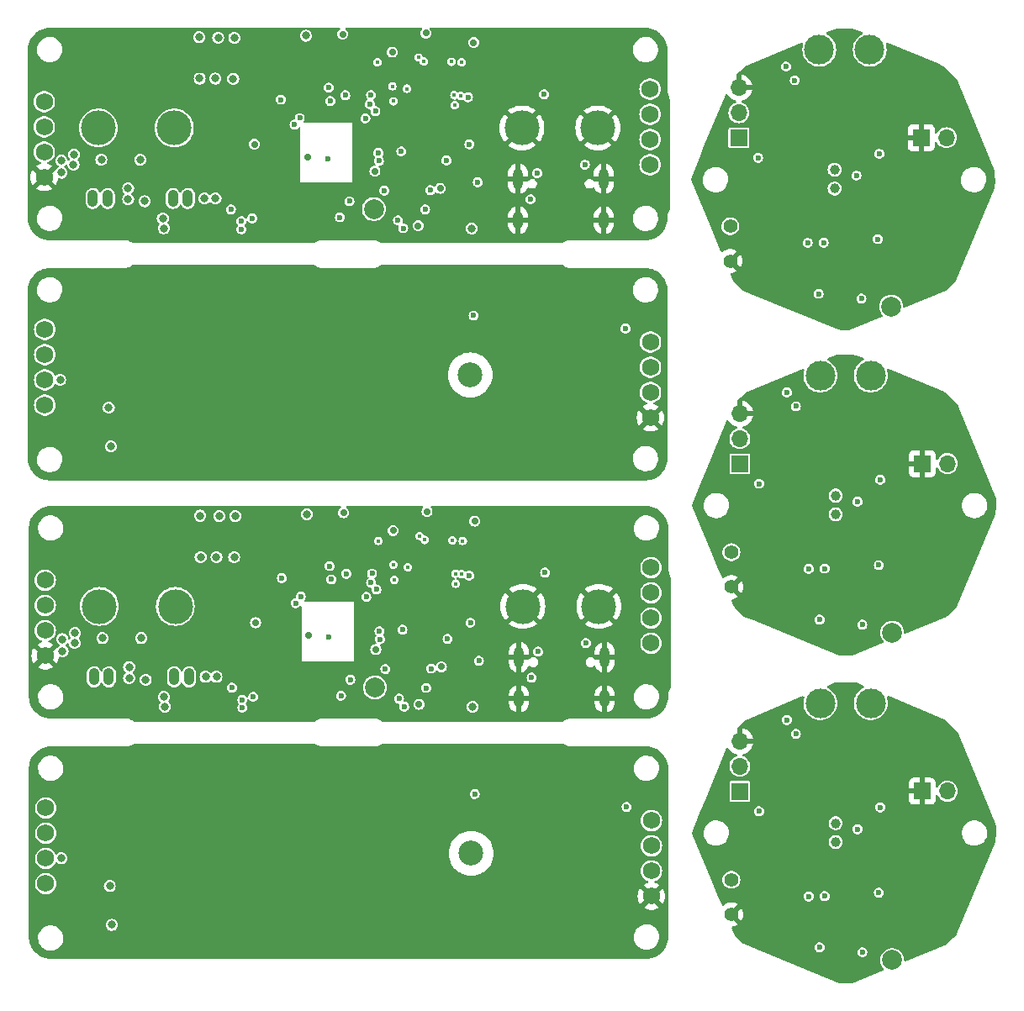
<source format=gbr>
%TF.GenerationSoftware,KiCad,Pcbnew,7.0.5*%
%TF.CreationDate,2024-04-05T19:26:40+09:00*%
%TF.ProjectId,ikafly_rev0a_p_cut,696b6166-6c79-45f7-9265-7630615f705f,rev?*%
%TF.SameCoordinates,Original*%
%TF.FileFunction,Copper,L2,Inr*%
%TF.FilePolarity,Positive*%
%FSLAX46Y46*%
G04 Gerber Fmt 4.6, Leading zero omitted, Abs format (unit mm)*
G04 Created by KiCad (PCBNEW 7.0.5) date 2024-04-05 19:26:40*
%MOMM*%
%LPD*%
G01*
G04 APERTURE LIST*
%TA.AperFunction,ComponentPad*%
%ADD10C,3.000000*%
%TD*%
%TA.AperFunction,ComponentPad*%
%ADD11R,1.700000X1.700000*%
%TD*%
%TA.AperFunction,ComponentPad*%
%ADD12O,1.700000X1.700000*%
%TD*%
%TA.AperFunction,ComponentPad*%
%ADD13C,2.000000*%
%TD*%
%TA.AperFunction,ComponentPad*%
%ADD14O,1.000000X2.100000*%
%TD*%
%TA.AperFunction,ComponentPad*%
%ADD15O,1.000000X1.800000*%
%TD*%
%TA.AperFunction,ComponentPad*%
%ADD16C,1.400000*%
%TD*%
%TA.AperFunction,ComponentPad*%
%ADD17C,1.750000*%
%TD*%
%TA.AperFunction,ComponentPad*%
%ADD18C,1.000000*%
%TD*%
%TA.AperFunction,ComponentPad*%
%ADD19O,1.030000X1.730000*%
%TD*%
%TA.AperFunction,ComponentPad*%
%ADD20C,3.500000*%
%TD*%
%TA.AperFunction,ComponentPad*%
%ADD21C,2.500000*%
%TD*%
%TA.AperFunction,ViaPad*%
%ADD22C,0.700000*%
%TD*%
%TA.AperFunction,ViaPad*%
%ADD23C,0.800000*%
%TD*%
%TA.AperFunction,ViaPad*%
%ADD24C,0.600000*%
%TD*%
%TA.AperFunction,ViaPad*%
%ADD25C,0.450000*%
%TD*%
G04 APERTURE END LIST*
D10*
%TO.N,Net-(J8-Pin_1)*%
%TO.C,J8*%
X216480000Y-78940000D03*
%TO.N,Net-(D3-K)*%
X211400000Y-78940000D03*
%TD*%
D11*
%TO.N,/Ikafly_Separation_Board/3V3*%
%TO.C,J9*%
X203200000Y-55000000D03*
D12*
%TO.N,/Ikafly_Separation_Board/SWIO*%
X203200000Y-52460000D03*
%TO.N,GND*%
X203200000Y-49920000D03*
%TD*%
D13*
%TO.N,Net-(AE3-A)*%
%TO.C,AE3*%
X218640000Y-104840000D03*
%TD*%
D14*
%TO.N,GND*%
%TO.C,J4*%
X181060000Y-107320000D03*
D15*
X181060000Y-111500000D03*
D14*
X189700000Y-107320000D03*
D15*
X189700000Y-111500000D03*
%TD*%
D16*
%TO.N,/Ikafly_Separation_Board/VCAP*%
%TO.C,C29*%
X202350000Y-63900000D03*
%TO.N,GND*%
X202350000Y-67400000D03*
%TD*%
D17*
%TO.N,/3V3*%
%TO.C,J3*%
X133250000Y-51350000D03*
%TO.N,/Ikafly_GNSS/MOSI*%
X133250000Y-53890000D03*
%TO.N,/Ikafly_GNSS/MISO*%
X133250000Y-56430000D03*
%TO.N,GND*%
X133250000Y-58970000D03*
%TO.N,/Ikafly_GNSS/BOOT*%
X194250000Y-50080000D03*
%TO.N,/Ikafly_GNSS/RUN*%
X194250000Y-52620000D03*
%TO.N,/Ikafly_GNSS/LED*%
X194250000Y-55160000D03*
%TO.N,/POWER*%
X194250000Y-57700000D03*
%TD*%
D18*
%TO.N,Net-(IC13-RefOsc)*%
%TO.C,Y3*%
X212940000Y-125940000D03*
%TO.N,Net-(C37-Pad1)*%
X212940000Y-124040000D03*
%TD*%
D13*
%TO.N,Net-(AE3-A)*%
%TO.C,AE3*%
X218540000Y-72000000D03*
%TD*%
D19*
%TO.N,/Ikafly_Motor2/OUT1*%
%TO.C,J2*%
X147717500Y-61100000D03*
%TO.N,/Ikafly_Motor2/OUT2*%
X146217500Y-61100000D03*
%TD*%
D10*
%TO.N,Net-(J8-Pin_1)*%
%TO.C,J8*%
X216380000Y-46100000D03*
%TO.N,Net-(D3-K)*%
X211300000Y-46100000D03*
%TD*%
D11*
%TO.N,/Ikafly_Separation_Board/3V3*%
%TO.C,J9*%
X203300000Y-87840000D03*
D12*
%TO.N,/Ikafly_Separation_Board/SWIO*%
X203300000Y-85300000D03*
%TO.N,GND*%
X203300000Y-82760000D03*
%TD*%
D19*
%TO.N,/Ikafly_Motor2/OUT1*%
%TO.C,J2*%
X147817500Y-109300000D03*
%TO.N,/Ikafly_Motor2/OUT2*%
X146317500Y-109300000D03*
%TD*%
D18*
%TO.N,Net-(IC13-RefOsc)*%
%TO.C,Y3*%
X212840000Y-60100000D03*
%TO.N,Net-(C37-Pad1)*%
X212840000Y-58200000D03*
%TD*%
D19*
%TO.N,/Ikafly_Motor1/OUT1*%
%TO.C,J1*%
X139647500Y-61100000D03*
%TO.N,/Ikafly_Motor1/OUT2*%
X138147500Y-61100000D03*
%TD*%
%TO.N,/Ikafly_Motor1/OUT1*%
%TO.C,J1*%
X139747500Y-109300000D03*
%TO.N,/Ikafly_Motor1/OUT2*%
X138247500Y-109300000D03*
%TD*%
D13*
%TO.N,Net-(AE2-A)*%
%TO.C,AE2*%
X166450000Y-62170000D03*
%TD*%
D18*
%TO.N,Net-(IC13-RefOsc)*%
%TO.C,Y3*%
X212940000Y-92940000D03*
%TO.N,Net-(C37-Pad1)*%
X212940000Y-91040000D03*
%TD*%
D13*
%TO.N,Net-(AE2-A)*%
%TO.C,AE2*%
X166550000Y-110370000D03*
%TD*%
D10*
%TO.N,Net-(J8-Pin_1)*%
%TO.C,J8*%
X216480000Y-111940000D03*
%TO.N,Net-(D3-K)*%
X211400000Y-111940000D03*
%TD*%
D13*
%TO.N,Net-(AE3-A)*%
%TO.C,AE3*%
X218640000Y-137840000D03*
%TD*%
D11*
%TO.N,GND*%
%TO.C,J7*%
X221665000Y-87815000D03*
D12*
%TO.N,/Ikafly_Separation_Board/4V2*%
X224205000Y-87815000D03*
%TD*%
D17*
%TO.N,/3V3*%
%TO.C,J3*%
X133350000Y-99550000D03*
%TO.N,/Ikafly_GNSS/MOSI*%
X133350000Y-102090000D03*
%TO.N,/Ikafly_GNSS/MISO*%
X133350000Y-104630000D03*
%TO.N,GND*%
X133350000Y-107170000D03*
%TO.N,/Ikafly_GNSS/BOOT*%
X194350000Y-98280000D03*
%TO.N,/Ikafly_GNSS/RUN*%
X194350000Y-100820000D03*
%TO.N,/Ikafly_GNSS/LED*%
X194350000Y-103360000D03*
%TO.N,/POWER*%
X194350000Y-105900000D03*
%TD*%
D11*
%TO.N,/Ikafly_Separation_Board/3V3*%
%TO.C,J9*%
X203300000Y-120840000D03*
D12*
%TO.N,/Ikafly_Separation_Board/SWIO*%
X203300000Y-118300000D03*
%TO.N,GND*%
X203300000Y-115760000D03*
%TD*%
D11*
%TO.N,GND*%
%TO.C,J7*%
X221665000Y-120815000D03*
D12*
%TO.N,/Ikafly_Separation_Board/4V2*%
X224205000Y-120815000D03*
%TD*%
D14*
%TO.N,GND*%
%TO.C,J4*%
X180960000Y-59120000D03*
D15*
X180960000Y-63300000D03*
D14*
X189600000Y-59120000D03*
D15*
X189600000Y-63300000D03*
%TD*%
D16*
%TO.N,/Ikafly_Separation_Board/VCAP*%
%TO.C,C29*%
X202450000Y-96740000D03*
%TO.N,GND*%
X202450000Y-100240000D03*
%TD*%
%TO.N,/Ikafly_Separation_Board/VCAP*%
%TO.C,C29*%
X202450000Y-129740000D03*
%TO.N,GND*%
X202450000Y-133240000D03*
%TD*%
D11*
%TO.N,GND*%
%TO.C,J7*%
X221565000Y-54975000D03*
D12*
%TO.N,/Ikafly_Separation_Board/4V2*%
X224105000Y-54975000D03*
%TD*%
D17*
%TO.N,/3V3*%
%TO.C,J5*%
X194400000Y-123770000D03*
%TO.N,/Ikafly_GNSS/MOSI*%
X194400000Y-126310000D03*
%TO.N,/Ikafly_GNSS/MISO*%
X194400000Y-128850000D03*
%TO.N,GND*%
X194400000Y-131390000D03*
%TO.N,/Ikafly_GNSS/BOOT*%
X133400000Y-122500000D03*
%TO.N,/Ikafly_GNSS/RUN*%
X133400000Y-125040000D03*
%TO.N,/Ikafly_GNSS/LED*%
X133400000Y-127580000D03*
%TO.N,/POWER*%
X133400000Y-130120000D03*
%TD*%
D20*
%TO.N,/VBAT*%
%TO.C,BT1*%
X138700000Y-54000000D03*
X146350000Y-54000000D03*
%TO.N,GND*%
X181350000Y-54000000D03*
X189000000Y-54000000D03*
%TD*%
D21*
%TO.N,Net-(AE1-A)*%
%TO.C,AE1*%
X176250000Y-127080000D03*
%TD*%
D20*
%TO.N,/VBAT*%
%TO.C,BT1*%
X138800000Y-102200000D03*
X146450000Y-102200000D03*
%TO.N,GND*%
X181450000Y-102200000D03*
X189100000Y-102200000D03*
%TD*%
D17*
%TO.N,/3V3*%
%TO.C,J5*%
X194300000Y-75570000D03*
%TO.N,/Ikafly_GNSS/MOSI*%
X194300000Y-78110000D03*
%TO.N,/Ikafly_GNSS/MISO*%
X194300000Y-80650000D03*
%TO.N,GND*%
X194300000Y-83190000D03*
%TO.N,/Ikafly_GNSS/BOOT*%
X133300000Y-74300000D03*
%TO.N,/Ikafly_GNSS/RUN*%
X133300000Y-76840000D03*
%TO.N,/Ikafly_GNSS/LED*%
X133300000Y-79380000D03*
%TO.N,/POWER*%
X133300000Y-81920000D03*
%TD*%
D21*
%TO.N,Net-(AE1-A)*%
%TO.C,AE1*%
X176150000Y-78880000D03*
%TD*%
D22*
%TO.N,/Ikafly_Camera/1V2*%
X168400000Y-94550000D03*
X168300000Y-46350000D03*
%TO.N,GND*%
X184400000Y-116700000D03*
X187300000Y-111600000D03*
X167900000Y-133200000D03*
X144800000Y-87000000D03*
X173300000Y-76000000D03*
X136300000Y-68500000D03*
X133800000Y-47900000D03*
X179800000Y-85400000D03*
X170087098Y-61906213D03*
X190400000Y-135200000D03*
X166400000Y-93600000D03*
X179200000Y-68500000D03*
D23*
X171450000Y-105000000D03*
D22*
X147400000Y-132700000D03*
D24*
X204540000Y-124440000D03*
D22*
X154900000Y-131700000D03*
D23*
X158400000Y-123830000D03*
D22*
X168400000Y-128200000D03*
X142400000Y-135200000D03*
X134900000Y-133700000D03*
X192100000Y-125200000D03*
X194900000Y-71900000D03*
X186100000Y-74600000D03*
X139300000Y-83500000D03*
X191600000Y-104500000D03*
D23*
X159050000Y-85505000D03*
D24*
X177214195Y-120588171D03*
D22*
X146000000Y-128400000D03*
X141600000Y-52200000D03*
X164800000Y-89000000D03*
X178100000Y-119200000D03*
X180900000Y-94900000D03*
X138800000Y-70500000D03*
D23*
X154190000Y-94710000D03*
D22*
X174900000Y-135200000D03*
X177800000Y-124400000D03*
D24*
X204440000Y-58600000D03*
D22*
X154500000Y-44500000D03*
X168300000Y-82500000D03*
D24*
X207640000Y-120440000D03*
D22*
X164400000Y-116700000D03*
X185400000Y-135200000D03*
X181800000Y-78800000D03*
X177300000Y-87000000D03*
X185500000Y-102700000D03*
X143500000Y-128400000D03*
X147300000Y-84500000D03*
X143000000Y-113100000D03*
D24*
X157030000Y-102150000D03*
D22*
X192100000Y-63100000D03*
X144000000Y-48100000D03*
X154900000Y-97400000D03*
X155500000Y-98900000D03*
D24*
X166000000Y-54483000D03*
D22*
X136900000Y-137200000D03*
X162100000Y-52500000D03*
X167400000Y-116700000D03*
X164800000Y-87000000D03*
X153300000Y-70500000D03*
X167300000Y-89000000D03*
X167400000Y-137200000D03*
X136800000Y-87000000D03*
X176341770Y-122912148D03*
X186800000Y-70500000D03*
D23*
X171350000Y-55650000D03*
D22*
X174900000Y-137200000D03*
X186900000Y-118700000D03*
X149900000Y-120700000D03*
D23*
X170300000Y-103850000D03*
D24*
X161900000Y-105300000D03*
D23*
X187310000Y-98200000D03*
D22*
X164900000Y-135200000D03*
D23*
X138200000Y-97950000D03*
D22*
X142900000Y-64900000D03*
X159900000Y-137200000D03*
X160300000Y-83500000D03*
X135700000Y-111100000D03*
D25*
X165900000Y-95490000D03*
D22*
X178900000Y-71900000D03*
X174800000Y-70400000D03*
X193800000Y-64900000D03*
X139300000Y-87000000D03*
X154400000Y-124200000D03*
X159750000Y-56950000D03*
X148900000Y-116700000D03*
D24*
X177125000Y-110400000D03*
D22*
X195700000Y-111200000D03*
X176300000Y-124100000D03*
X179300000Y-116700000D03*
X177300000Y-81300000D03*
D24*
X207640000Y-87440000D03*
D22*
X174500000Y-74700000D03*
D23*
X187350000Y-95640000D03*
D22*
X156900000Y-124200000D03*
X141400000Y-116700000D03*
X167800000Y-85000000D03*
X151100000Y-64900000D03*
X156800000Y-80000000D03*
D24*
X162090000Y-60320000D03*
D22*
X155400000Y-50700000D03*
X136300000Y-70500000D03*
X172400000Y-120700000D03*
X187800000Y-84900000D03*
D23*
X172600000Y-103850000D03*
D22*
X141300000Y-70500000D03*
X179000000Y-120100000D03*
X152300000Y-87000000D03*
X186900000Y-116700000D03*
X181700000Y-70500000D03*
X138900000Y-118700000D03*
X193900000Y-113100000D03*
X155500000Y-46600000D03*
X169900000Y-119200000D03*
X165400000Y-120700000D03*
X159900000Y-124200000D03*
X154300000Y-72500000D03*
X188100000Y-72500000D03*
X154400000Y-126200000D03*
X183800000Y-63300000D03*
D24*
X219405800Y-69250000D03*
X217340000Y-125340000D03*
D22*
X151900000Y-120700000D03*
X174500000Y-73600000D03*
X150800000Y-70500000D03*
X157400000Y-131700000D03*
X136400000Y-118700000D03*
X139400000Y-137200000D03*
X154300000Y-78000000D03*
X169900000Y-137200000D03*
X146400000Y-116700000D03*
D23*
X172600000Y-105000000D03*
D22*
X164300000Y-68500000D03*
D23*
X139120000Y-44850000D03*
D22*
X172400000Y-119200000D03*
D23*
X146350000Y-86080000D03*
D22*
X185400000Y-137200000D03*
D24*
X167242692Y-99177308D03*
D22*
X160800000Y-73100000D03*
D24*
X219505800Y-135090000D03*
D22*
X191600000Y-53900000D03*
X172300000Y-71000000D03*
X137800000Y-48400000D03*
X177300000Y-68500000D03*
X149800000Y-72500000D03*
X165800000Y-84500000D03*
D23*
X172500000Y-55650000D03*
D22*
X191500000Y-56300000D03*
X179900000Y-133600000D03*
X159850000Y-105150000D03*
X132300000Y-83500000D03*
X132900000Y-120700000D03*
D24*
X167142692Y-50977308D03*
D22*
X135800000Y-77500000D03*
X160900000Y-121300000D03*
X154300000Y-76000000D03*
X190300000Y-87000000D03*
X155400000Y-62900000D03*
D24*
X177000000Y-99100000D03*
D22*
X162300000Y-80000000D03*
D23*
X154110000Y-98840000D03*
D22*
X165900000Y-128200000D03*
D24*
X210950000Y-63300000D03*
D22*
X135900000Y-125700000D03*
X155600000Y-94800000D03*
X138400000Y-125700000D03*
X152400000Y-137200000D03*
X133800000Y-61300000D03*
X174400000Y-125100000D03*
X166300000Y-45400000D03*
X182900000Y-137200000D03*
X182800000Y-89000000D03*
D23*
X139250000Y-97170000D03*
D22*
X169800000Y-71000000D03*
X184300000Y-68500000D03*
X154400000Y-120700000D03*
X136900000Y-133700000D03*
D23*
X170200000Y-55650000D03*
D22*
X187700000Y-82600000D03*
X148900000Y-118700000D03*
X133400000Y-97500000D03*
D24*
X142900000Y-63700000D03*
X219533600Y-130840000D03*
D22*
X181800000Y-116700000D03*
X153400000Y-116700000D03*
D23*
X142900000Y-107780000D03*
D22*
X169800000Y-68500000D03*
X191600000Y-116700000D03*
X132300000Y-85500000D03*
X143800000Y-68500000D03*
D24*
X153730000Y-113339500D03*
D22*
X168400000Y-130700000D03*
X181900000Y-44400000D03*
X184300000Y-78800000D03*
D24*
X164920000Y-57850000D03*
X151200000Y-111900000D03*
D22*
X190400000Y-133100000D03*
X153400000Y-118700000D03*
X149900000Y-132700000D03*
X179600000Y-70300000D03*
X136400000Y-116700000D03*
D23*
X187250000Y-47440000D03*
D22*
X181900000Y-120800000D03*
X195000000Y-108000000D03*
X146400000Y-118700000D03*
X181800000Y-76800000D03*
X164900000Y-137200000D03*
X133300000Y-49300000D03*
X156800000Y-76000000D03*
X135900000Y-120700000D03*
X177400000Y-135200000D03*
D24*
X158710000Y-99200000D03*
D22*
X195600000Y-63000000D03*
X189000000Y-68500000D03*
X187900000Y-78800000D03*
X172200000Y-116700000D03*
X184300000Y-76800000D03*
X168400000Y-124200000D03*
X167300000Y-68500000D03*
X155500000Y-111100000D03*
X174800000Y-85400000D03*
D23*
X171450000Y-103850000D03*
D22*
X159900000Y-126200000D03*
X144800000Y-89000000D03*
D23*
X139220000Y-93050000D03*
D22*
X148800000Y-70500000D03*
X177000000Y-70400000D03*
X172300000Y-85400000D03*
X153300000Y-68500000D03*
X174800000Y-68500000D03*
X168300000Y-72500000D03*
X141800000Y-48100000D03*
X172800000Y-74000000D03*
D23*
X143394750Y-46450250D03*
D22*
X181800000Y-74600000D03*
D24*
X160000000Y-108494500D03*
X151100000Y-62800000D03*
D22*
X191800000Y-92600000D03*
X163900000Y-120700000D03*
X162400000Y-126200000D03*
X156900000Y-126200000D03*
X154800000Y-49200000D03*
X138900000Y-120700000D03*
X136800000Y-85500000D03*
X182000000Y-92600000D03*
D23*
X170200000Y-56800000D03*
D22*
X143900000Y-118700000D03*
X159900000Y-135200000D03*
D23*
X152310000Y-50650000D03*
D24*
X151200000Y-111000000D03*
D22*
X159800000Y-76000000D03*
X136800000Y-89000000D03*
X174900000Y-116700000D03*
X133900000Y-92600000D03*
X177300000Y-131400000D03*
X174300000Y-76900000D03*
X168300000Y-76000000D03*
D23*
X146450000Y-130380000D03*
D25*
X165800000Y-47290000D03*
D22*
X149800000Y-84500000D03*
X190300000Y-84900000D03*
D24*
X173975000Y-61725000D03*
X162190000Y-108520000D03*
D22*
X143400000Y-80200000D03*
X191700000Y-102100000D03*
X184400000Y-122800000D03*
X179300000Y-121300000D03*
D24*
X176900000Y-50900000D03*
D22*
X165000000Y-50000000D03*
D24*
X143000000Y-111900000D03*
D22*
X141900000Y-96300000D03*
D24*
X219505800Y-102090000D03*
D22*
X191500000Y-68500000D03*
X160800000Y-95300000D03*
X165900000Y-130700000D03*
X148800000Y-68500000D03*
X151800000Y-72500000D03*
X161723273Y-111465334D03*
X181700000Y-68500000D03*
X193800000Y-47900000D03*
X178000000Y-123000000D03*
X186800000Y-68500000D03*
X185400000Y-54500000D03*
X192200000Y-111300000D03*
X149900000Y-135200000D03*
X165800000Y-80000000D03*
X185300000Y-84900000D03*
X137800000Y-64300000D03*
X172300000Y-72500000D03*
D24*
X217340000Y-92340000D03*
D23*
X139150000Y-48970000D03*
D22*
X162300000Y-87000000D03*
X133900000Y-96100000D03*
X162300000Y-76000000D03*
D24*
X144519500Y-55450000D03*
D22*
X157300000Y-89000000D03*
X174700000Y-81200000D03*
X184400000Y-118700000D03*
X190300000Y-89000000D03*
X187200000Y-63400000D03*
X132400000Y-133700000D03*
X143900000Y-116700000D03*
D24*
X210740000Y-104940000D03*
D22*
X192000000Y-77000000D03*
X173205000Y-112505000D03*
X165100000Y-98200000D03*
D23*
X178000000Y-106670000D03*
D22*
X146300000Y-68500000D03*
X186200000Y-125000000D03*
X159800000Y-80000000D03*
X174900000Y-133600000D03*
X165800000Y-78000000D03*
X132100000Y-63000000D03*
X161900000Y-116700000D03*
X177300000Y-85400000D03*
X189100000Y-118700000D03*
X184400000Y-120800000D03*
X156800000Y-78000000D03*
D24*
X205415000Y-97490000D03*
D23*
X187210000Y-50000000D03*
D22*
X169800000Y-87000000D03*
D24*
X158400000Y-105610000D03*
D22*
X173105000Y-64305000D03*
X191500000Y-70500000D03*
X147300000Y-87000000D03*
D23*
X141590000Y-102200000D03*
D22*
X134800000Y-85500000D03*
X174800000Y-131400000D03*
D23*
X138100000Y-45500000D03*
D22*
X163800000Y-72500000D03*
D23*
X152492057Y-94715381D03*
D25*
X172237500Y-95412500D03*
D22*
X191700000Y-44400000D03*
D24*
X204540000Y-91440000D03*
D22*
X174800000Y-87000000D03*
X141400000Y-118700000D03*
X174500000Y-75800000D03*
X142300000Y-89000000D03*
X174900000Y-118600000D03*
X181800000Y-118700000D03*
X174800000Y-129400000D03*
D24*
X210360000Y-59100000D03*
D22*
X160800000Y-100900000D03*
X147300000Y-82500000D03*
X179900000Y-131400000D03*
X162400000Y-137200000D03*
D23*
X172500000Y-54500000D03*
D22*
X162900000Y-131700000D03*
X174600000Y-122900000D03*
X179800000Y-83200000D03*
X168300000Y-80000000D03*
X139400000Y-131700000D03*
X176325192Y-122000000D03*
X156400000Y-116700000D03*
X132400000Y-131700000D03*
X138800000Y-68500000D03*
X174000000Y-45400000D03*
D23*
X146350000Y-82180000D03*
D22*
X162800000Y-83500000D03*
D23*
X158200000Y-97250000D03*
X158300000Y-75630000D03*
X143400000Y-98820500D03*
D22*
X172900000Y-122200000D03*
X133800000Y-44400000D03*
X154800000Y-89000000D03*
X159800000Y-89000000D03*
X134800000Y-83500000D03*
D24*
X216740000Y-99540000D03*
D22*
X176000000Y-70400000D03*
X169900000Y-116700000D03*
X150900000Y-116700000D03*
X149800000Y-87000000D03*
X176241770Y-74712148D03*
X159800000Y-78000000D03*
D24*
X177114195Y-72388171D03*
D22*
X160400000Y-131700000D03*
X157300000Y-87000000D03*
X156000000Y-92700000D03*
D23*
X154090000Y-46510000D03*
D22*
X179800000Y-89000000D03*
X141000000Y-128400000D03*
X137900000Y-112500000D03*
X179900000Y-137200000D03*
X137900000Y-96600000D03*
X157400000Y-137200000D03*
D23*
X171350000Y-54500000D03*
D24*
X156568056Y-106721944D03*
D22*
X184300000Y-72600000D03*
X187700000Y-80400000D03*
D24*
X156930000Y-53950000D03*
X183600000Y-99900000D03*
D22*
X141300000Y-68500000D03*
X157300000Y-73100000D03*
D24*
X174075000Y-109925000D03*
D22*
X179800000Y-87000000D03*
X143800000Y-70500000D03*
D23*
X177900000Y-58470000D03*
D22*
X193800000Y-61400000D03*
X170900000Y-132700000D03*
X147400000Y-135200000D03*
D23*
X146450000Y-134280000D03*
D22*
X153800000Y-81500000D03*
X146300000Y-70500000D03*
X132100000Y-46100000D03*
X186200000Y-122800000D03*
D23*
X138100000Y-49750000D03*
D22*
X165800000Y-76000000D03*
X181900000Y-122800000D03*
D24*
X153630000Y-65139500D03*
X158610000Y-51000000D03*
D22*
X141400000Y-120700000D03*
D23*
X152490000Y-57610000D03*
D22*
X174600000Y-124000000D03*
D23*
X177900000Y-59620000D03*
D22*
X144900000Y-137200000D03*
X187800000Y-128600000D03*
X172300000Y-89000000D03*
X169800000Y-89000000D03*
X195550000Y-46000000D03*
X158800000Y-68500000D03*
X154600000Y-92700000D03*
X185200000Y-82600000D03*
X189100000Y-116700000D03*
X147000000Y-113100000D03*
D23*
X142800000Y-59580000D03*
D22*
X170800000Y-84500000D03*
X160700000Y-47100000D03*
X134900000Y-131700000D03*
X162400000Y-135200000D03*
X138800000Y-72500000D03*
X179400000Y-113300000D03*
X188200000Y-122800000D03*
X162400000Y-124200000D03*
D23*
X152392057Y-46515381D03*
D22*
X187900000Y-133100000D03*
D24*
X216740000Y-132540000D03*
X158139528Y-45964529D03*
D22*
X168300000Y-78000000D03*
X177400000Y-137200000D03*
D23*
X158100000Y-49050000D03*
D22*
X141300000Y-72500000D03*
D24*
X195400000Y-73400000D03*
D22*
X132200000Y-94300000D03*
D23*
X137625000Y-105390000D03*
D22*
X177400000Y-129500000D03*
D24*
X210740000Y-137940000D03*
D22*
X184300000Y-70500000D03*
D23*
X152410000Y-98850000D03*
X138200000Y-93700000D03*
D22*
X151200000Y-113100000D03*
X194900000Y-59800000D03*
X193900000Y-92600000D03*
X165900000Y-126200000D03*
D24*
X183500000Y-51700000D03*
D23*
X171350000Y-56800000D03*
D22*
X178000000Y-71000000D03*
D24*
X217240000Y-59500000D03*
D22*
X157442500Y-63132500D03*
X185300000Y-89000000D03*
X176200000Y-75900000D03*
X179300000Y-65100000D03*
D24*
X211050000Y-96140000D03*
D22*
X184400000Y-127000000D03*
X193900000Y-109600000D03*
X182800000Y-84900000D03*
X185400000Y-133100000D03*
X149900000Y-137200000D03*
X195000000Y-120100000D03*
D24*
X219533600Y-97840000D03*
D22*
X177300000Y-89000000D03*
X136900000Y-135200000D03*
X136800000Y-83500000D03*
D24*
X207540000Y-54600000D03*
D22*
X156300000Y-68500000D03*
X177400000Y-116700000D03*
D23*
X143494750Y-94650250D03*
D22*
X176225192Y-73800000D03*
X184300000Y-74600000D03*
X188200000Y-120700000D03*
D24*
X205315000Y-64650000D03*
X210640000Y-72100000D03*
D23*
X152590000Y-105810000D03*
D24*
X143000000Y-111000000D03*
D22*
X186100000Y-72500000D03*
X142400000Y-137200000D03*
X173400000Y-124200000D03*
X138900000Y-116700000D03*
D24*
X156468056Y-58521944D03*
D22*
X165900000Y-132700000D03*
X181800000Y-81000000D03*
X177900000Y-74800000D03*
X186100000Y-76800000D03*
X142300000Y-87000000D03*
X172100000Y-68500000D03*
X149800000Y-89000000D03*
D24*
X161800000Y-57100000D03*
D22*
X191600000Y-118700000D03*
X169900000Y-135200000D03*
X147300000Y-89000000D03*
D23*
X154010000Y-50640000D03*
D22*
X161623273Y-63265334D03*
X185300000Y-87000000D03*
X170900000Y-124200000D03*
X162400000Y-128200000D03*
D23*
X170200000Y-54500000D03*
D22*
X135700000Y-94200000D03*
D23*
X144100000Y-49900000D03*
D24*
X158300000Y-57410000D03*
D22*
X181900000Y-127000000D03*
X165800000Y-82500000D03*
X172400000Y-135200000D03*
D23*
X178000000Y-107820000D03*
D22*
X162300000Y-78000000D03*
X177400000Y-133600000D03*
X181900000Y-125000000D03*
D23*
X143300000Y-50620500D03*
D22*
X157300000Y-83500000D03*
X144900000Y-135200000D03*
D25*
X172137500Y-47212500D03*
D22*
X180800000Y-46700000D03*
X165300000Y-72500000D03*
X150800000Y-68500000D03*
X174600000Y-120700000D03*
X176100000Y-118600000D03*
X187800000Y-87000000D03*
D24*
X205415000Y-130490000D03*
D22*
X187800000Y-130800000D03*
X182900000Y-135200000D03*
X158900000Y-116700000D03*
X172400000Y-133600000D03*
X140900000Y-80200000D03*
D23*
X170300000Y-102700000D03*
D24*
X211050000Y-129140000D03*
X151100000Y-63700000D03*
D23*
X171450000Y-102700000D03*
X137525000Y-57190000D03*
D22*
X188000000Y-127000000D03*
X181800000Y-72600000D03*
X132800000Y-72500000D03*
D24*
X219433600Y-65000000D03*
D22*
X172300000Y-87000000D03*
X174600000Y-119700000D03*
X133900000Y-109500000D03*
X177200000Y-83200000D03*
X187900000Y-135200000D03*
X165900000Y-124200000D03*
X187800000Y-89000000D03*
X187900000Y-137200000D03*
D23*
X144194750Y-45729750D03*
D22*
X182800000Y-87000000D03*
X162300000Y-89000000D03*
X150900000Y-118700000D03*
X157400000Y-135200000D03*
X147400000Y-130700000D03*
X138300000Y-77500000D03*
D23*
X159150000Y-133705000D03*
D22*
X188100000Y-74600000D03*
X156900000Y-128200000D03*
X174700000Y-83200000D03*
X159900000Y-128200000D03*
X172400000Y-137200000D03*
X132200000Y-111200000D03*
X168400000Y-120700000D03*
X185300000Y-130800000D03*
X159800000Y-87000000D03*
X139400000Y-135200000D03*
X153900000Y-129700000D03*
D24*
X195500000Y-121600000D03*
D22*
X181900000Y-129200000D03*
X193800000Y-44400000D03*
D24*
X142900000Y-62800000D03*
D22*
X161800000Y-68500000D03*
X154900000Y-137200000D03*
X139300000Y-89000000D03*
X174500000Y-72500000D03*
X177100000Y-118600000D03*
D24*
X210460000Y-124940000D03*
D22*
X135600000Y-46000000D03*
D24*
X153300000Y-107970500D03*
D22*
X155900000Y-44500000D03*
D24*
X165020000Y-106050000D03*
D22*
X184400000Y-125000000D03*
X182900000Y-133100000D03*
D24*
X158239528Y-94164529D03*
D22*
X179700000Y-118500000D03*
X147400000Y-137200000D03*
D24*
X153200000Y-59770500D03*
X177025000Y-62200000D03*
D22*
X183900000Y-111500000D03*
X186200000Y-120700000D03*
X170800000Y-76000000D03*
X189000000Y-70500000D03*
D23*
X170300000Y-105000000D03*
D22*
X193900000Y-96100000D03*
D23*
X141490000Y-54000000D03*
D22*
X157400000Y-121300000D03*
X179900000Y-135200000D03*
D24*
X166100000Y-102683000D03*
D22*
X190400000Y-137200000D03*
D23*
X172500000Y-56800000D03*
D22*
X174800000Y-89000000D03*
D24*
X216640000Y-66700000D03*
D22*
X154800000Y-83500000D03*
X157542500Y-111332500D03*
X162200000Y-100700000D03*
D23*
X144200000Y-98100000D03*
D22*
X135600000Y-62900000D03*
X152400000Y-135200000D03*
D24*
X159900000Y-60294500D03*
D22*
X195650000Y-94200000D03*
D23*
X172600000Y-102700000D03*
D22*
X174600000Y-121800000D03*
D24*
X210460000Y-91940000D03*
D22*
X146900000Y-64900000D03*
X154800000Y-87000000D03*
X174100000Y-93600000D03*
X145900000Y-80200000D03*
X133900000Y-113100000D03*
X152300000Y-89000000D03*
X170187098Y-110106213D03*
X133800000Y-64900000D03*
D23*
X144294750Y-93929750D03*
D22*
X174500000Y-71500000D03*
X160700000Y-52700000D03*
D24*
X144619500Y-103650000D03*
D22*
X154900000Y-135200000D03*
X135800000Y-72500000D03*
X168400000Y-126200000D03*
X141700000Y-100400000D03*
X177700000Y-76200000D03*
X136900000Y-131700000D03*
X144100000Y-96300000D03*
X179200000Y-73100000D03*
D25*
%TO.N,/Ikafly_Camera/2V8*%
X166800000Y-47400000D03*
X166900000Y-95600000D03*
D22*
X171700000Y-44450000D03*
X171800000Y-92650000D03*
D24*
%TO.N,/3V3*%
X163570000Y-50710000D03*
X152050000Y-62200000D03*
X154300000Y-111300000D03*
X162158701Y-99481299D03*
D23*
X159600000Y-44700000D03*
D22*
X176600000Y-93600000D03*
D24*
X191800000Y-74200000D03*
D23*
X139000000Y-57199500D03*
D24*
X163130000Y-111200000D03*
X163030000Y-63000000D03*
X157190954Y-99344115D03*
X157090954Y-51144115D03*
D22*
X170900000Y-63860000D03*
D23*
X140050000Y-134280000D03*
D24*
X176920000Y-59475000D03*
X191900000Y-122400000D03*
D23*
X139950000Y-86080000D03*
X159700000Y-92900000D03*
X143020512Y-105399500D03*
D24*
X176500000Y-72900000D03*
D23*
X143470000Y-109580000D03*
D24*
X154200000Y-63100000D03*
X176020000Y-99100000D03*
D22*
X163400000Y-92750498D03*
D24*
X175920000Y-50900000D03*
D23*
X142920512Y-57199500D03*
D24*
X162058701Y-51281299D03*
X152150000Y-110400000D03*
X176600000Y-121100000D03*
D22*
X176500000Y-45400000D03*
D24*
X177020000Y-107675000D03*
D22*
X163300000Y-44550498D03*
X171000000Y-112060000D03*
D23*
X143370000Y-61380000D03*
D24*
X158460000Y-53670000D03*
X163670000Y-98910000D03*
X158560000Y-101870000D03*
D23*
X139100000Y-105399500D03*
D24*
X183590000Y-50600000D03*
X183690000Y-98800000D03*
%TO.N,/Ikafly_GNSS/MISO*%
X166700481Y-100499981D03*
X166600481Y-52299981D03*
%TO.N,/Ikafly_GNSS/MOSI*%
X166160000Y-99800500D03*
X166060000Y-51600500D03*
%TO.N,/Ikafly_MCU/1V1*%
X173760000Y-57273000D03*
X169220000Y-56350000D03*
X169320000Y-104550000D03*
X176068000Y-55642000D03*
X167008729Y-104706751D03*
X176168000Y-103842000D03*
X166908729Y-56506751D03*
X173860000Y-105473000D03*
%TO.N,/Ikafly_Power/VBUS_IN*%
X187800000Y-105900000D03*
X187700000Y-57700000D03*
X182880000Y-58550000D03*
X182980000Y-106750000D03*
X182235330Y-61179500D03*
X182335330Y-109379500D03*
%TO.N,/Ikafly_MCU/I2C0.SCL*%
X171610968Y-62210969D03*
X172229500Y-108468221D03*
X172129500Y-60268221D03*
X171710968Y-110410969D03*
%TO.N,/Ikafly_Camera/SDA*%
X162000000Y-98132637D03*
X158980000Y-53000000D03*
X159080000Y-101200000D03*
X161900000Y-49932637D03*
%TO.N,/Ikafly_Camera/SCL*%
X166161115Y-50688423D03*
X165690000Y-101240000D03*
X165590000Y-53040000D03*
X166261115Y-98888423D03*
D25*
%TO.N,/Ikafly_Camera/PCLK*%
X168399500Y-51308445D03*
X168499500Y-99508445D03*
X170926734Y-46895750D03*
X171026734Y-95095750D03*
%TO.N,/Ikafly_Camera/VSYNC*%
X168300420Y-49795740D03*
X168400420Y-97995740D03*
X169770035Y-50042509D03*
X169870035Y-98242509D03*
D23*
%TO.N,/VM1*%
X135000000Y-58500000D03*
X134980000Y-57300000D03*
X141800000Y-108300000D03*
X141700000Y-60100000D03*
X141700000Y-61200000D03*
X135100000Y-106700000D03*
X141800000Y-109400000D03*
X135080000Y-105500000D03*
%TO.N,/VM2*%
X149500000Y-109300000D03*
X136200000Y-57675000D03*
X150600000Y-109300000D03*
X136300000Y-105875000D03*
X150500000Y-61100000D03*
X136250000Y-56675000D03*
X149400000Y-61100000D03*
X136350000Y-104875000D03*
D25*
%TO.N,/Ikafly_Camera/EXCLK*%
X174687500Y-99912500D03*
X174587500Y-51712500D03*
X171483017Y-47299947D03*
X171583017Y-95499947D03*
%TO.N,/Ikafly_Camera/D2*%
X174270000Y-47330000D03*
X175296576Y-98961579D03*
X175196576Y-50761579D03*
X174370000Y-95530000D03*
%TO.N,/Ikafly_Camera/D3*%
X174650000Y-98900000D03*
X174550000Y-50700000D03*
X175300000Y-47394500D03*
X175400000Y-95594500D03*
D24*
%TO.N,/Ikafly_Separation_Board/VCAP*%
X207940000Y-47800000D03*
X208040000Y-80640000D03*
X208040000Y-113640000D03*
%TO.N,/Ikafly_Separation_Board/DATA*%
X215040000Y-58800000D03*
X215140000Y-124640000D03*
X215140000Y-91640000D03*
%TO.N,/Ikafly_MCU/M1.PWMA*%
X167500000Y-60310500D03*
D23*
X145289623Y-111306611D03*
D24*
X167600000Y-108510500D03*
D23*
X145189623Y-63106611D03*
%TO.N,/Ikafly_MCU/M1.PWMB*%
X145300000Y-64100000D03*
D24*
X163980161Y-61380161D03*
D23*
X145400000Y-112300000D03*
D24*
X164080161Y-109580161D03*
%TO.N,/Ikafly_MCU/M2.PWMA*%
X153100000Y-63400000D03*
X153200000Y-111600000D03*
X168978098Y-111500000D03*
X168878098Y-63300000D03*
%TO.N,/Ikafly_MCU/M2.PWMB*%
X169400000Y-64100000D03*
X153100000Y-64200000D03*
X153200000Y-112400000D03*
X169500000Y-112300000D03*
D23*
%TO.N,/VBAT*%
X150770000Y-44900000D03*
X148850000Y-44860000D03*
X150870000Y-93100000D03*
X152280000Y-49040000D03*
X152390000Y-44900000D03*
X149000000Y-97225000D03*
X152380000Y-97240000D03*
X150490000Y-49025000D03*
X152490000Y-93100000D03*
X150590000Y-97225000D03*
X148900000Y-49025000D03*
X148950000Y-93060000D03*
D24*
%TO.N,/Ikafly_Separation_Board/LED*%
X215640000Y-104040000D03*
X215540000Y-71200000D03*
X215640000Y-137040000D03*
%TO.N,/Ikafly_Separation_Board/3V3*%
X210240000Y-131415000D03*
X211840000Y-131390000D03*
X217296000Y-98040000D03*
X205140000Y-57000000D03*
X211240000Y-70700000D03*
X217196000Y-65200000D03*
X211840000Y-98390000D03*
X205240000Y-122840000D03*
X205240000Y-89840000D03*
X211340000Y-136540000D03*
X210140000Y-65575000D03*
X211340000Y-103540000D03*
X211740000Y-65550000D03*
X217296000Y-131040000D03*
X210240000Y-98415000D03*
%TO.N,/Ikafly_Separation_Board/HEAT*%
X217340000Y-56600000D03*
X217440000Y-122440000D03*
X217440000Y-89440000D03*
%TO.N,/Ikafly_Separation_Board/SWIO*%
X208940000Y-115040000D03*
X208840000Y-49200000D03*
X208940000Y-82040000D03*
%TO.N,/Ikafly_GNSS/RUN*%
X166957673Y-57304754D03*
X167057673Y-105504754D03*
D23*
%TO.N,/Ikafly_GNSS/LED*%
X139850000Y-130380000D03*
X134950000Y-127580000D03*
X134850000Y-79380000D03*
X139750000Y-82180000D03*
D22*
%TO.N,/POWER*%
X166645734Y-106545734D03*
X166545734Y-58345734D03*
%TO.N,Net-(D9-A)*%
X154530000Y-103849500D03*
D23*
X176387500Y-112312500D03*
X176287500Y-64112500D03*
D22*
X154430000Y-55649500D03*
%TO.N,Net-(IC2-GPIO26_ADC0)*%
X173140356Y-60087000D03*
X173240356Y-108287000D03*
%TD*%
%TA.AperFunction,Conductor*%
%TO.N,GND*%
G36*
X160557369Y-116018907D02*
G01*
X160665974Y-116097813D01*
X160665978Y-116097815D01*
X160862394Y-116197895D01*
X161072049Y-116266015D01*
X161159140Y-116279809D01*
X161289775Y-116300500D01*
X161289778Y-116300500D01*
X166510225Y-116300500D01*
X166619086Y-116283257D01*
X166727951Y-116266015D01*
X166937606Y-116197895D01*
X167134022Y-116097815D01*
X167134025Y-116097813D01*
X167242631Y-116018907D01*
X167300821Y-116000000D01*
X185499179Y-116000000D01*
X185557369Y-116018907D01*
X185665974Y-116097813D01*
X185665978Y-116097815D01*
X185862394Y-116197895D01*
X186072049Y-116266015D01*
X186159140Y-116279809D01*
X186289775Y-116300500D01*
X186289778Y-116300500D01*
X186343827Y-116300500D01*
X193852405Y-116300500D01*
X193898509Y-116300500D01*
X193901476Y-116300589D01*
X194162144Y-116316357D01*
X194168048Y-116317073D01*
X194423435Y-116363874D01*
X194429231Y-116365303D01*
X194677096Y-116442541D01*
X194682673Y-116444656D01*
X194915427Y-116549409D01*
X194919426Y-116551209D01*
X194924716Y-116553985D01*
X195146902Y-116688301D01*
X195151818Y-116691696D01*
X195356173Y-116851798D01*
X195360651Y-116855765D01*
X195544234Y-117039348D01*
X195548201Y-117043826D01*
X195708303Y-117248181D01*
X195711700Y-117253101D01*
X195722118Y-117270335D01*
X195846010Y-117475275D01*
X195848790Y-117480573D01*
X195955339Y-117717316D01*
X195957460Y-117722910D01*
X196034695Y-117970764D01*
X196036127Y-117976573D01*
X196080029Y-118216143D01*
X196082923Y-118231931D01*
X196083643Y-118237867D01*
X196099410Y-118498524D01*
X196099500Y-118501490D01*
X196099500Y-135452406D01*
X196099499Y-135498511D01*
X196099409Y-135501499D01*
X196083644Y-135762128D01*
X196082923Y-135768068D01*
X196036127Y-136023426D01*
X196034695Y-136029235D01*
X195957460Y-136277089D01*
X195955339Y-136282683D01*
X195848790Y-136519426D01*
X195846010Y-136524724D01*
X195711702Y-136746895D01*
X195708303Y-136751818D01*
X195548201Y-136956173D01*
X195544234Y-136960651D01*
X195360651Y-137144234D01*
X195356173Y-137148201D01*
X195151818Y-137308303D01*
X195146895Y-137311702D01*
X194924724Y-137446010D01*
X194919426Y-137448790D01*
X194682683Y-137555339D01*
X194677089Y-137557460D01*
X194429235Y-137634695D01*
X194423426Y-137636127D01*
X194259656Y-137666138D01*
X194168064Y-137682923D01*
X194162130Y-137683643D01*
X193901476Y-137699410D01*
X193898509Y-137699500D01*
X133901491Y-137699500D01*
X133898523Y-137699410D01*
X133637867Y-137683643D01*
X133631937Y-137682923D01*
X133468161Y-137652911D01*
X133376573Y-137636127D01*
X133370764Y-137634695D01*
X133122910Y-137557460D01*
X133117316Y-137555339D01*
X132880573Y-137448790D01*
X132875275Y-137446010D01*
X132653104Y-137311702D01*
X132648181Y-137308303D01*
X132443826Y-137148201D01*
X132439348Y-137144234D01*
X132255765Y-136960651D01*
X132251798Y-136956173D01*
X132184677Y-136870500D01*
X132091696Y-136751818D01*
X132088301Y-136746902D01*
X131953985Y-136524716D01*
X131951209Y-136519426D01*
X131934158Y-136481539D01*
X131844656Y-136282673D01*
X131842541Y-136277096D01*
X131765303Y-136029231D01*
X131763874Y-136023435D01*
X131717073Y-135768048D01*
X131716357Y-135762144D01*
X131710011Y-135657228D01*
X132625648Y-135657228D01*
X132656348Y-135883856D01*
X132727018Y-136101358D01*
X132835389Y-136302743D01*
X132977973Y-136481539D01*
X132977978Y-136481544D01*
X133150201Y-136632010D01*
X133150204Y-136632012D01*
X133346522Y-136749307D01*
X133402988Y-136770499D01*
X133560634Y-136829665D01*
X133700974Y-136855133D01*
X133785646Y-136870499D01*
X133785648Y-136870499D01*
X133785653Y-136870500D01*
X133785657Y-136870500D01*
X133957050Y-136870500D01*
X133957054Y-136870500D01*
X134005208Y-136866165D01*
X134127765Y-136855136D01*
X134127767Y-136855135D01*
X134127773Y-136855135D01*
X134181492Y-136840309D01*
X134348219Y-136794297D01*
X134348220Y-136794296D01*
X134348221Y-136794295D01*
X134348226Y-136794294D01*
X134554272Y-136695067D01*
X134739290Y-136560644D01*
X134897332Y-136395345D01*
X135023318Y-136204483D01*
X135113201Y-135994193D01*
X135164090Y-135771233D01*
X135173702Y-135557228D01*
X192625648Y-135557228D01*
X192656348Y-135783856D01*
X192727018Y-136001358D01*
X192835389Y-136202743D01*
X192977973Y-136381539D01*
X192977978Y-136381544D01*
X193150201Y-136532010D01*
X193150204Y-136532012D01*
X193346522Y-136649307D01*
X193427076Y-136679539D01*
X193560634Y-136729665D01*
X193682707Y-136751818D01*
X193785646Y-136770499D01*
X193785648Y-136770499D01*
X193785653Y-136770500D01*
X193785657Y-136770500D01*
X193957050Y-136770500D01*
X193957054Y-136770500D01*
X194005208Y-136766165D01*
X194127765Y-136755136D01*
X194127767Y-136755135D01*
X194127773Y-136755135D01*
X194181492Y-136740309D01*
X194348219Y-136694297D01*
X194348220Y-136694296D01*
X194348221Y-136694295D01*
X194348226Y-136694294D01*
X194554272Y-136595067D01*
X194739290Y-136460644D01*
X194897332Y-136295345D01*
X195023318Y-136104483D01*
X195113201Y-135894193D01*
X195164090Y-135671233D01*
X195174351Y-135442769D01*
X195143652Y-135216145D01*
X195072982Y-134998644D01*
X195072981Y-134998643D01*
X195072981Y-134998641D01*
X194968593Y-134804657D01*
X194964611Y-134797257D01*
X194901773Y-134718460D01*
X194822026Y-134618460D01*
X194822021Y-134618455D01*
X194649798Y-134467989D01*
X194649795Y-134467987D01*
X194453477Y-134350692D01*
X194239374Y-134270338D01*
X194239373Y-134270337D01*
X194239366Y-134270335D01*
X194239360Y-134270333D01*
X194239357Y-134270333D01*
X194014353Y-134229500D01*
X194014347Y-134229500D01*
X193842946Y-134229500D01*
X193842943Y-134229500D01*
X193842924Y-134229501D01*
X193672234Y-134244863D01*
X193672220Y-134244866D01*
X193451780Y-134305702D01*
X193451779Y-134305703D01*
X193245728Y-134404933D01*
X193060708Y-134539357D01*
X192902666Y-134704656D01*
X192902666Y-134704657D01*
X192776683Y-134895515D01*
X192776679Y-134895521D01*
X192686798Y-135105807D01*
X192635911Y-135328763D01*
X192635909Y-135328778D01*
X192625648Y-135557228D01*
X135173702Y-135557228D01*
X135174351Y-135542769D01*
X135143652Y-135316145D01*
X135072982Y-135098644D01*
X135072981Y-135098643D01*
X135072981Y-135098641D01*
X134964610Y-134897256D01*
X134963226Y-134895521D01*
X134890765Y-134804657D01*
X134822026Y-134718460D01*
X134822021Y-134718455D01*
X134649798Y-134567989D01*
X134649795Y-134567987D01*
X134453477Y-134450692D01*
X134239374Y-134370338D01*
X134239373Y-134370337D01*
X134239366Y-134370335D01*
X134239360Y-134370333D01*
X134239357Y-134370333D01*
X134014353Y-134329500D01*
X134014347Y-134329500D01*
X133842946Y-134329500D01*
X133842943Y-134329500D01*
X133842924Y-134329501D01*
X133672234Y-134344863D01*
X133672220Y-134344866D01*
X133451780Y-134405702D01*
X133451779Y-134405703D01*
X133245728Y-134504933D01*
X133060708Y-134639357D01*
X132902666Y-134804656D01*
X132902666Y-134804657D01*
X132776683Y-134995515D01*
X132776679Y-134995521D01*
X132686798Y-135205807D01*
X132635911Y-135428763D01*
X132635909Y-135428778D01*
X132625648Y-135657228D01*
X131710011Y-135657228D01*
X131700589Y-135501476D01*
X131700500Y-135498509D01*
X131700500Y-134280000D01*
X139444318Y-134280000D01*
X139464955Y-134436758D01*
X139464957Y-134436766D01*
X139525462Y-134582838D01*
X139525462Y-134582839D01*
X139618936Y-134704657D01*
X139621718Y-134708282D01*
X139747159Y-134804536D01*
X139747160Y-134804536D01*
X139747161Y-134804537D01*
X139747451Y-134804657D01*
X139893238Y-134865044D01*
X140010809Y-134880522D01*
X140049999Y-134885682D01*
X140050000Y-134885682D01*
X140050001Y-134885682D01*
X140081352Y-134881554D01*
X140206762Y-134865044D01*
X140352841Y-134804536D01*
X140478282Y-134708282D01*
X140574536Y-134582841D01*
X140635044Y-134436762D01*
X140655682Y-134280000D01*
X140635044Y-134123238D01*
X140574537Y-133977161D01*
X140574537Y-133977160D01*
X140478286Y-133851723D01*
X140478285Y-133851722D01*
X140478282Y-133851718D01*
X140478277Y-133851714D01*
X140478276Y-133851713D01*
X140352838Y-133755462D01*
X140206766Y-133694957D01*
X140206758Y-133694955D01*
X140050001Y-133674318D01*
X140049999Y-133674318D01*
X139893241Y-133694955D01*
X139893233Y-133694957D01*
X139747161Y-133755462D01*
X139747160Y-133755462D01*
X139621723Y-133851713D01*
X139621713Y-133851723D01*
X139525462Y-133977160D01*
X139525462Y-133977161D01*
X139464957Y-134123233D01*
X139464955Y-134123241D01*
X139444318Y-134279999D01*
X139444318Y-134280000D01*
X131700500Y-134280000D01*
X131700500Y-131390000D01*
X193012260Y-131390000D01*
X193031186Y-131618410D01*
X193087453Y-131840599D01*
X193179521Y-132050495D01*
X193258858Y-132171929D01*
X193955155Y-131475631D01*
X193956327Y-131491265D01*
X194005887Y-131617541D01*
X194090465Y-131723599D01*
X194202547Y-131800016D01*
X194314622Y-131834586D01*
X193616496Y-132532713D01*
X193640974Y-132551766D01*
X193640978Y-132551769D01*
X193842546Y-132660852D01*
X194059333Y-132735276D01*
X194285401Y-132773000D01*
X194514599Y-132773000D01*
X194740666Y-132735276D01*
X194957453Y-132660852D01*
X195159021Y-132551769D01*
X195183502Y-132532713D01*
X194483314Y-131832525D01*
X194534138Y-131824865D01*
X194656357Y-131766007D01*
X194755798Y-131673740D01*
X194823625Y-131556260D01*
X194842550Y-131473339D01*
X195541140Y-132171929D01*
X195620478Y-132050495D01*
X195620483Y-132050486D01*
X195712545Y-131840601D01*
X195768813Y-131618410D01*
X195787739Y-131390000D01*
X195768813Y-131161589D01*
X195712545Y-130939398D01*
X195620483Y-130729513D01*
X195620478Y-130729504D01*
X195541140Y-130608069D01*
X194844844Y-131304364D01*
X194843673Y-131288735D01*
X194794113Y-131162459D01*
X194709535Y-131056401D01*
X194597453Y-130979984D01*
X194485375Y-130945412D01*
X195183502Y-130247285D01*
X195159027Y-130228234D01*
X195159021Y-130228230D01*
X194957453Y-130119147D01*
X194759880Y-130051319D01*
X194710982Y-130014541D01*
X194693040Y-129956046D01*
X194712907Y-129898176D01*
X194756259Y-129865370D01*
X194881446Y-129816873D01*
X195050910Y-129711945D01*
X195198209Y-129577664D01*
X195318326Y-129418604D01*
X195407171Y-129240180D01*
X195461717Y-129048469D01*
X195480108Y-128850000D01*
X195461717Y-128651531D01*
X195407171Y-128459820D01*
X195318326Y-128281396D01*
X195198209Y-128122336D01*
X195050910Y-127988055D01*
X194881446Y-127883127D01*
X194695586Y-127811124D01*
X194695585Y-127811123D01*
X194695583Y-127811123D01*
X194499660Y-127774500D01*
X194300340Y-127774500D01*
X194104416Y-127811123D01*
X193918553Y-127883127D01*
X193918548Y-127883130D01*
X193749094Y-127988052D01*
X193749092Y-127988053D01*
X193749090Y-127988055D01*
X193726898Y-128008286D01*
X193601789Y-128122338D01*
X193481680Y-128281387D01*
X193481670Y-128281403D01*
X193392829Y-128459819D01*
X193338283Y-128651529D01*
X193319892Y-128850000D01*
X193338283Y-129048470D01*
X193368061Y-129153130D01*
X193392829Y-129240180D01*
X193481674Y-129418604D01*
X193601791Y-129577664D01*
X193749090Y-129711945D01*
X193918554Y-129816873D01*
X194043738Y-129865370D01*
X194091167Y-129904020D01*
X194106821Y-129963169D01*
X194084718Y-130020222D01*
X194040119Y-130051319D01*
X193842546Y-130119147D01*
X193640977Y-130228231D01*
X193640974Y-130228233D01*
X193616496Y-130247285D01*
X194316684Y-130947474D01*
X194265862Y-130955135D01*
X194143643Y-131013993D01*
X194044202Y-131106260D01*
X193976375Y-131223740D01*
X193957449Y-131306660D01*
X193258859Y-130608070D01*
X193179519Y-130729509D01*
X193087453Y-130939400D01*
X193031186Y-131161589D01*
X193012260Y-131390000D01*
X131700500Y-131390000D01*
X131700500Y-130120000D01*
X132319892Y-130120000D01*
X132338283Y-130318470D01*
X132355790Y-130380000D01*
X132392829Y-130510180D01*
X132481674Y-130688604D01*
X132601791Y-130847664D01*
X132749090Y-130981945D01*
X132918554Y-131086873D01*
X133104414Y-131158876D01*
X133300340Y-131195500D01*
X133499660Y-131195500D01*
X133695586Y-131158876D01*
X133881446Y-131086873D01*
X134050910Y-130981945D01*
X134198209Y-130847664D01*
X134318326Y-130688604D01*
X134407171Y-130510180D01*
X134444210Y-130380000D01*
X139244318Y-130380000D01*
X139264955Y-130536758D01*
X139264957Y-130536766D01*
X139325462Y-130682838D01*
X139325462Y-130682839D01*
X139421713Y-130808276D01*
X139421718Y-130808282D01*
X139547159Y-130904536D01*
X139547160Y-130904536D01*
X139547161Y-130904537D01*
X139693233Y-130965042D01*
X139693238Y-130965044D01*
X139806719Y-130979984D01*
X139849999Y-130985682D01*
X139850000Y-130985682D01*
X139850001Y-130985682D01*
X139881352Y-130981554D01*
X140006762Y-130965044D01*
X140152841Y-130904536D01*
X140278282Y-130808282D01*
X140374536Y-130682841D01*
X140435044Y-130536762D01*
X140455682Y-130380000D01*
X140435044Y-130223238D01*
X140374537Y-130077161D01*
X140374537Y-130077160D01*
X140278286Y-129951723D01*
X140278285Y-129951722D01*
X140278282Y-129951718D01*
X140278277Y-129951714D01*
X140278276Y-129951713D01*
X140152838Y-129855462D01*
X140006766Y-129794957D01*
X140006758Y-129794955D01*
X139850001Y-129774318D01*
X139849999Y-129774318D01*
X139693241Y-129794955D01*
X139693233Y-129794957D01*
X139547161Y-129855462D01*
X139547160Y-129855462D01*
X139421723Y-129951713D01*
X139421713Y-129951723D01*
X139325462Y-130077160D01*
X139325462Y-130077161D01*
X139264957Y-130223233D01*
X139264955Y-130223241D01*
X139244318Y-130379999D01*
X139244318Y-130380000D01*
X134444210Y-130380000D01*
X134461717Y-130318469D01*
X134480108Y-130120000D01*
X134461717Y-129921531D01*
X134407171Y-129729820D01*
X134318326Y-129551396D01*
X134198209Y-129392336D01*
X134050910Y-129258055D01*
X133966178Y-129205591D01*
X133881451Y-129153130D01*
X133881446Y-129153127D01*
X133695583Y-129081123D01*
X133499660Y-129044500D01*
X133300340Y-129044500D01*
X133104416Y-129081123D01*
X132918553Y-129153127D01*
X132918548Y-129153130D01*
X132749094Y-129258052D01*
X132749092Y-129258053D01*
X132749090Y-129258055D01*
X132664325Y-129335329D01*
X132601789Y-129392338D01*
X132481680Y-129551387D01*
X132481670Y-129551403D01*
X132392829Y-129729819D01*
X132338283Y-129921529D01*
X132319892Y-130120000D01*
X131700500Y-130120000D01*
X131700500Y-127580000D01*
X132319892Y-127580000D01*
X132338283Y-127778470D01*
X132385117Y-127943075D01*
X132392829Y-127970180D01*
X132481674Y-128148604D01*
X132601791Y-128307664D01*
X132749090Y-128441945D01*
X132918554Y-128546873D01*
X133104414Y-128618876D01*
X133300340Y-128655500D01*
X133499660Y-128655500D01*
X133695586Y-128618876D01*
X133881446Y-128546873D01*
X134050910Y-128441945D01*
X134198209Y-128307664D01*
X134318326Y-128148604D01*
X134371551Y-128041713D01*
X134414412Y-127998052D01*
X134474753Y-127987922D01*
X134520438Y-128007300D01*
X134521718Y-128008282D01*
X134647159Y-128104536D01*
X134647160Y-128104536D01*
X134647161Y-128104537D01*
X134793233Y-128165042D01*
X134793238Y-128165044D01*
X134910809Y-128180522D01*
X134949999Y-128185682D01*
X134950000Y-128185682D01*
X134950001Y-128185682D01*
X134981352Y-128181554D01*
X135106762Y-128165044D01*
X135252841Y-128104536D01*
X135378282Y-128008282D01*
X135474536Y-127882841D01*
X135535044Y-127736762D01*
X135555682Y-127580000D01*
X135535044Y-127423238D01*
X135474537Y-127277161D01*
X135474537Y-127277160D01*
X135378286Y-127151723D01*
X135378285Y-127151722D01*
X135378282Y-127151718D01*
X135378277Y-127151714D01*
X135378276Y-127151713D01*
X135284817Y-127080000D01*
X173994670Y-127080000D01*
X174013965Y-127374377D01*
X174013966Y-127374380D01*
X174071519Y-127663722D01*
X174071520Y-127663726D01*
X174071521Y-127663729D01*
X174166347Y-127943075D01*
X174166352Y-127943086D01*
X174296828Y-128207665D01*
X174460724Y-128452953D01*
X174460734Y-128452965D01*
X174634870Y-128651529D01*
X174655242Y-128674758D01*
X174877043Y-128869273D01*
X175122335Y-129033172D01*
X175386923Y-129163652D01*
X175666278Y-129258481D01*
X175955620Y-129316034D01*
X176250000Y-129335329D01*
X176544380Y-129316034D01*
X176833722Y-129258481D01*
X177113077Y-129163652D01*
X177377665Y-129033172D01*
X177622957Y-128869273D01*
X177844758Y-128674758D01*
X178039273Y-128452957D01*
X178203172Y-128207665D01*
X178333652Y-127943077D01*
X178428481Y-127663722D01*
X178486034Y-127374380D01*
X178505329Y-127080000D01*
X178486034Y-126785620D01*
X178428481Y-126496278D01*
X178365248Y-126310000D01*
X193319892Y-126310000D01*
X193338283Y-126508470D01*
X193368061Y-126613130D01*
X193392829Y-126700180D01*
X193481674Y-126878604D01*
X193601791Y-127037664D01*
X193749090Y-127171945D01*
X193918554Y-127276873D01*
X194104414Y-127348876D01*
X194300340Y-127385500D01*
X194499660Y-127385500D01*
X194695586Y-127348876D01*
X194881446Y-127276873D01*
X195050910Y-127171945D01*
X195198209Y-127037664D01*
X195318326Y-126878604D01*
X195407171Y-126700180D01*
X195461717Y-126508469D01*
X195480108Y-126310000D01*
X195461717Y-126111531D01*
X195407171Y-125919820D01*
X195318326Y-125741396D01*
X195198209Y-125582336D01*
X195050910Y-125448055D01*
X194881446Y-125343127D01*
X194695586Y-125271124D01*
X194695585Y-125271123D01*
X194695583Y-125271123D01*
X194499660Y-125234500D01*
X194300340Y-125234500D01*
X194104416Y-125271123D01*
X193918553Y-125343127D01*
X193918548Y-125343130D01*
X193749094Y-125448052D01*
X193749092Y-125448053D01*
X193749090Y-125448055D01*
X193601791Y-125582336D01*
X193601789Y-125582338D01*
X193481680Y-125741387D01*
X193481670Y-125741403D01*
X193392829Y-125919819D01*
X193338283Y-126111529D01*
X193319892Y-126310000D01*
X178365248Y-126310000D01*
X178333652Y-126216923D01*
X178203172Y-125952336D01*
X178039273Y-125707043D01*
X177844758Y-125485242D01*
X177622957Y-125290727D01*
X177544747Y-125238469D01*
X177377665Y-125126828D01*
X177113086Y-124996352D01*
X177113075Y-124996347D01*
X176833729Y-124901521D01*
X176833726Y-124901520D01*
X176833722Y-124901519D01*
X176659805Y-124866925D01*
X176544377Y-124843965D01*
X176250000Y-124824671D01*
X175955622Y-124843965D01*
X175783258Y-124878250D01*
X175666278Y-124901519D01*
X175666275Y-124901519D01*
X175666270Y-124901521D01*
X175386924Y-124996347D01*
X175386913Y-124996352D01*
X175122336Y-125126827D01*
X174877043Y-125290726D01*
X174877034Y-125290734D01*
X174655251Y-125485233D01*
X174655233Y-125485251D01*
X174460734Y-125707034D01*
X174460726Y-125707043D01*
X174296827Y-125952336D01*
X174166352Y-126216913D01*
X174166347Y-126216924D01*
X174071521Y-126496270D01*
X174013965Y-126785622D01*
X173994670Y-127079999D01*
X173994670Y-127080000D01*
X135284817Y-127080000D01*
X135252838Y-127055462D01*
X135106766Y-126994957D01*
X135106758Y-126994955D01*
X134950001Y-126974318D01*
X134949999Y-126974318D01*
X134793241Y-126994955D01*
X134793233Y-126994957D01*
X134647161Y-127055462D01*
X134647160Y-127055462D01*
X134520438Y-127152699D01*
X134462762Y-127173123D01*
X134404096Y-127155745D01*
X134371551Y-127118286D01*
X134318326Y-127011396D01*
X134198209Y-126852336D01*
X134050910Y-126718055D01*
X133881446Y-126613127D01*
X133695586Y-126541124D01*
X133695585Y-126541123D01*
X133695583Y-126541123D01*
X133499660Y-126504500D01*
X133300340Y-126504500D01*
X133104416Y-126541123D01*
X132918553Y-126613127D01*
X132918548Y-126613130D01*
X132749094Y-126718052D01*
X132749092Y-126718053D01*
X132749090Y-126718055D01*
X132674975Y-126785620D01*
X132601789Y-126852338D01*
X132481680Y-127011387D01*
X132481670Y-127011403D01*
X132392829Y-127189819D01*
X132338283Y-127381529D01*
X132319892Y-127580000D01*
X131700500Y-127580000D01*
X131700500Y-125040000D01*
X132319892Y-125040000D01*
X132338283Y-125238470D01*
X132368061Y-125343130D01*
X132392829Y-125430180D01*
X132481674Y-125608604D01*
X132601791Y-125767664D01*
X132749090Y-125901945D01*
X132918554Y-126006873D01*
X133104414Y-126078876D01*
X133300340Y-126115500D01*
X133499660Y-126115500D01*
X133695586Y-126078876D01*
X133881446Y-126006873D01*
X134050910Y-125901945D01*
X134198209Y-125767664D01*
X134318326Y-125608604D01*
X134407171Y-125430180D01*
X134461717Y-125238469D01*
X134480108Y-125040000D01*
X134461717Y-124841531D01*
X134407171Y-124649820D01*
X134318326Y-124471396D01*
X134198209Y-124312336D01*
X134050910Y-124178055D01*
X133881446Y-124073127D01*
X133695586Y-124001124D01*
X133695585Y-124001123D01*
X133695583Y-124001123D01*
X133499660Y-123964500D01*
X133300340Y-123964500D01*
X133104416Y-124001123D01*
X132918553Y-124073127D01*
X132918548Y-124073130D01*
X132749094Y-124178052D01*
X132749092Y-124178053D01*
X132749090Y-124178055D01*
X132601791Y-124312336D01*
X132601789Y-124312338D01*
X132481680Y-124471387D01*
X132481670Y-124471403D01*
X132392829Y-124649819D01*
X132338283Y-124841529D01*
X132319892Y-125040000D01*
X131700500Y-125040000D01*
X131700500Y-123770000D01*
X193319892Y-123770000D01*
X193338283Y-123968470D01*
X193368061Y-124073130D01*
X193392829Y-124160180D01*
X193481674Y-124338604D01*
X193601791Y-124497664D01*
X193749090Y-124631945D01*
X193918554Y-124736873D01*
X194104414Y-124808876D01*
X194300340Y-124845500D01*
X194499660Y-124845500D01*
X194695586Y-124808876D01*
X194881446Y-124736873D01*
X195050910Y-124631945D01*
X195198209Y-124497664D01*
X195318326Y-124338604D01*
X195407171Y-124160180D01*
X195461717Y-123968469D01*
X195480108Y-123770000D01*
X195461717Y-123571531D01*
X195407171Y-123379820D01*
X195318326Y-123201396D01*
X195198209Y-123042336D01*
X195050910Y-122908055D01*
X194881446Y-122803127D01*
X194695586Y-122731124D01*
X194695585Y-122731123D01*
X194695583Y-122731123D01*
X194499660Y-122694500D01*
X194300340Y-122694500D01*
X194104416Y-122731123D01*
X193918553Y-122803127D01*
X193918548Y-122803130D01*
X193749094Y-122908052D01*
X193749092Y-122908053D01*
X193749090Y-122908055D01*
X193601791Y-123042336D01*
X193601789Y-123042338D01*
X193481680Y-123201387D01*
X193481670Y-123201403D01*
X193392829Y-123379819D01*
X193338283Y-123571529D01*
X193319892Y-123770000D01*
X131700500Y-123770000D01*
X131700500Y-122500000D01*
X132319892Y-122500000D01*
X132338283Y-122698470D01*
X132368061Y-122803130D01*
X132392829Y-122890180D01*
X132481674Y-123068604D01*
X132601791Y-123227664D01*
X132749090Y-123361945D01*
X132918554Y-123466873D01*
X133104414Y-123538876D01*
X133300340Y-123575500D01*
X133499660Y-123575500D01*
X133695586Y-123538876D01*
X133881446Y-123466873D01*
X134050910Y-123361945D01*
X134198209Y-123227664D01*
X134318326Y-123068604D01*
X134407171Y-122890180D01*
X134461717Y-122698469D01*
X134480108Y-122500000D01*
X134470842Y-122400002D01*
X191394353Y-122400002D01*
X191414834Y-122542456D01*
X191474622Y-122673371D01*
X191474623Y-122673373D01*
X191568872Y-122782143D01*
X191568873Y-122782144D01*
X191601528Y-122803130D01*
X191689947Y-122859953D01*
X191792892Y-122890180D01*
X191828035Y-122900499D01*
X191828036Y-122900499D01*
X191828039Y-122900500D01*
X191828041Y-122900500D01*
X191971959Y-122900500D01*
X191971961Y-122900500D01*
X192110053Y-122859953D01*
X192231128Y-122782143D01*
X192325377Y-122673373D01*
X192385165Y-122542457D01*
X192405647Y-122400000D01*
X192391489Y-122301531D01*
X192385165Y-122257543D01*
X192325377Y-122126628D01*
X192325377Y-122126627D01*
X192231128Y-122017857D01*
X192231127Y-122017856D01*
X192231126Y-122017855D01*
X192110057Y-121940049D01*
X192110054Y-121940047D01*
X192110053Y-121940047D01*
X192110050Y-121940046D01*
X191971964Y-121899500D01*
X191971961Y-121899500D01*
X191828039Y-121899500D01*
X191828035Y-121899500D01*
X191689949Y-121940046D01*
X191689942Y-121940049D01*
X191568873Y-122017855D01*
X191474622Y-122126628D01*
X191414834Y-122257543D01*
X191394353Y-122399997D01*
X191394353Y-122400002D01*
X134470842Y-122400002D01*
X134461717Y-122301531D01*
X134407171Y-122109820D01*
X134318326Y-121931396D01*
X134198209Y-121772336D01*
X134050910Y-121638055D01*
X133924771Y-121559953D01*
X133881451Y-121533130D01*
X133881446Y-121533127D01*
X133881446Y-121533126D01*
X133695586Y-121461124D01*
X133695585Y-121461123D01*
X133695583Y-121461123D01*
X133499660Y-121424500D01*
X133300340Y-121424500D01*
X133104416Y-121461123D01*
X132918553Y-121533127D01*
X132918548Y-121533130D01*
X132749094Y-121638052D01*
X132749092Y-121638053D01*
X132749090Y-121638055D01*
X132601791Y-121772336D01*
X132601789Y-121772338D01*
X132481680Y-121931387D01*
X132481670Y-121931403D01*
X132392829Y-122109819D01*
X132338283Y-122301529D01*
X132319892Y-122500000D01*
X131700500Y-122500000D01*
X131700500Y-121100002D01*
X176094353Y-121100002D01*
X176114834Y-121242456D01*
X176174622Y-121373371D01*
X176174623Y-121373373D01*
X176250658Y-121461123D01*
X176268873Y-121482144D01*
X176389942Y-121559950D01*
X176389947Y-121559953D01*
X176496403Y-121591211D01*
X176528035Y-121600499D01*
X176528036Y-121600499D01*
X176528039Y-121600500D01*
X176528041Y-121600500D01*
X176671959Y-121600500D01*
X176671961Y-121600500D01*
X176810053Y-121559953D01*
X176931128Y-121482143D01*
X177025377Y-121373373D01*
X177085165Y-121242457D01*
X177105647Y-121100000D01*
X177085165Y-120957543D01*
X177025377Y-120826627D01*
X176931128Y-120717857D01*
X176931127Y-120717856D01*
X176931126Y-120717855D01*
X176810057Y-120640049D01*
X176810054Y-120640047D01*
X176810053Y-120640047D01*
X176810050Y-120640046D01*
X176671964Y-120599500D01*
X176671961Y-120599500D01*
X176528039Y-120599500D01*
X176528035Y-120599500D01*
X176389949Y-120640046D01*
X176389942Y-120640049D01*
X176268873Y-120717855D01*
X176174622Y-120826628D01*
X176114834Y-120957543D01*
X176094353Y-121099997D01*
X176094353Y-121100002D01*
X131700500Y-121100002D01*
X131700500Y-118557228D01*
X132625648Y-118557228D01*
X132656348Y-118783856D01*
X132727018Y-119001358D01*
X132835389Y-119202743D01*
X132977973Y-119381539D01*
X132977978Y-119381544D01*
X133150201Y-119532010D01*
X133150204Y-119532012D01*
X133346522Y-119649307D01*
X133427076Y-119679539D01*
X133560634Y-119729665D01*
X133700974Y-119755133D01*
X133785646Y-119770499D01*
X133785648Y-119770499D01*
X133785653Y-119770500D01*
X133785657Y-119770500D01*
X133957050Y-119770500D01*
X133957054Y-119770500D01*
X134005208Y-119766165D01*
X134127765Y-119755136D01*
X134127767Y-119755135D01*
X134127773Y-119755135D01*
X134181492Y-119740309D01*
X134348219Y-119694297D01*
X134348220Y-119694296D01*
X134348221Y-119694295D01*
X134348226Y-119694294D01*
X134554272Y-119595067D01*
X134739290Y-119460644D01*
X134897332Y-119295345D01*
X135023318Y-119104483D01*
X135113201Y-118894193D01*
X135164090Y-118671233D01*
X135169210Y-118557228D01*
X192625648Y-118557228D01*
X192656348Y-118783856D01*
X192727018Y-119001358D01*
X192835389Y-119202743D01*
X192977973Y-119381539D01*
X192977978Y-119381544D01*
X193150201Y-119532010D01*
X193150204Y-119532012D01*
X193346522Y-119649307D01*
X193427076Y-119679539D01*
X193560634Y-119729665D01*
X193700974Y-119755133D01*
X193785646Y-119770499D01*
X193785648Y-119770499D01*
X193785653Y-119770500D01*
X193785657Y-119770500D01*
X193957050Y-119770500D01*
X193957054Y-119770500D01*
X194005208Y-119766165D01*
X194127765Y-119755136D01*
X194127767Y-119755135D01*
X194127773Y-119755135D01*
X194181492Y-119740309D01*
X194348219Y-119694297D01*
X194348220Y-119694296D01*
X194348221Y-119694295D01*
X194348226Y-119694294D01*
X194554272Y-119595067D01*
X194739290Y-119460644D01*
X194897332Y-119295345D01*
X195023318Y-119104483D01*
X195113201Y-118894193D01*
X195164090Y-118671233D01*
X195174351Y-118442769D01*
X195143652Y-118216145D01*
X195072982Y-117998644D01*
X195072981Y-117998643D01*
X195072981Y-117998641D01*
X194964610Y-117797256D01*
X194822026Y-117618460D01*
X194822021Y-117618455D01*
X194649798Y-117467989D01*
X194649795Y-117467987D01*
X194453477Y-117350692D01*
X194239374Y-117270338D01*
X194239373Y-117270337D01*
X194239366Y-117270335D01*
X194239360Y-117270333D01*
X194239357Y-117270333D01*
X194014353Y-117229500D01*
X194014347Y-117229500D01*
X193842946Y-117229500D01*
X193842943Y-117229500D01*
X193842924Y-117229501D01*
X193672234Y-117244863D01*
X193672220Y-117244866D01*
X193451780Y-117305702D01*
X193451779Y-117305703D01*
X193245728Y-117404933D01*
X193060708Y-117539357D01*
X192902666Y-117704656D01*
X192902666Y-117704657D01*
X192776683Y-117895515D01*
X192776679Y-117895521D01*
X192686798Y-118105807D01*
X192635911Y-118328763D01*
X192635909Y-118328778D01*
X192625648Y-118557228D01*
X135169210Y-118557228D01*
X135174351Y-118442769D01*
X135143652Y-118216145D01*
X135072982Y-117998644D01*
X135072981Y-117998643D01*
X135072981Y-117998641D01*
X134964610Y-117797256D01*
X134822026Y-117618460D01*
X134822021Y-117618455D01*
X134649798Y-117467989D01*
X134649795Y-117467987D01*
X134453477Y-117350692D01*
X134239374Y-117270338D01*
X134239373Y-117270337D01*
X134239366Y-117270335D01*
X134239360Y-117270333D01*
X134239357Y-117270333D01*
X134014353Y-117229500D01*
X134014347Y-117229500D01*
X133842946Y-117229500D01*
X133842943Y-117229500D01*
X133842924Y-117229501D01*
X133672234Y-117244863D01*
X133672220Y-117244866D01*
X133451780Y-117305702D01*
X133451779Y-117305703D01*
X133245728Y-117404933D01*
X133060708Y-117539357D01*
X132902666Y-117704656D01*
X132902666Y-117704657D01*
X132776683Y-117895515D01*
X132776679Y-117895521D01*
X132686798Y-118105807D01*
X132635911Y-118328763D01*
X132635909Y-118328778D01*
X132625648Y-118557228D01*
X131700500Y-118557228D01*
X131700500Y-118501490D01*
X131700589Y-118498524D01*
X131716357Y-118237853D01*
X131717073Y-118231953D01*
X131763874Y-117976560D01*
X131765301Y-117970772D01*
X131842543Y-117722897D01*
X131844654Y-117717331D01*
X131951212Y-117480567D01*
X131953981Y-117475290D01*
X132088306Y-117253089D01*
X132091690Y-117248188D01*
X132251805Y-117043817D01*
X132255765Y-117039348D01*
X132439348Y-116855765D01*
X132443817Y-116851805D01*
X132648188Y-116691690D01*
X132653089Y-116688306D01*
X132875290Y-116553981D01*
X132880567Y-116551212D01*
X133117331Y-116444654D01*
X133122897Y-116442543D01*
X133370772Y-116365301D01*
X133376560Y-116363874D01*
X133631953Y-116317073D01*
X133637853Y-116316357D01*
X133898523Y-116300589D01*
X133901491Y-116300500D01*
X141510225Y-116300500D01*
X141619086Y-116283257D01*
X141727951Y-116266015D01*
X141937606Y-116197895D01*
X142134022Y-116097815D01*
X142134025Y-116097813D01*
X142242631Y-116018907D01*
X142300821Y-116000000D01*
X160499179Y-116000000D01*
X160557369Y-116018907D01*
G37*
%TD.AperFunction*%
%TD*%
%TA.AperFunction,Conductor*%
%TO.N,GND*%
G36*
X160457369Y-67818907D02*
G01*
X160565974Y-67897813D01*
X160565978Y-67897815D01*
X160762394Y-67997895D01*
X160972049Y-68066015D01*
X161059140Y-68079809D01*
X161189775Y-68100500D01*
X161189778Y-68100500D01*
X166410225Y-68100500D01*
X166519086Y-68083257D01*
X166627951Y-68066015D01*
X166837606Y-67997895D01*
X167034022Y-67897815D01*
X167034025Y-67897813D01*
X167142631Y-67818907D01*
X167200821Y-67800000D01*
X185399179Y-67800000D01*
X185457369Y-67818907D01*
X185565974Y-67897813D01*
X185565978Y-67897815D01*
X185762394Y-67997895D01*
X185972049Y-68066015D01*
X186059140Y-68079809D01*
X186189775Y-68100500D01*
X186189778Y-68100500D01*
X186243827Y-68100500D01*
X193752405Y-68100500D01*
X193798509Y-68100500D01*
X193801476Y-68100589D01*
X194062144Y-68116357D01*
X194068048Y-68117073D01*
X194323435Y-68163874D01*
X194329231Y-68165303D01*
X194577096Y-68242541D01*
X194582673Y-68244656D01*
X194815427Y-68349409D01*
X194819426Y-68351209D01*
X194824716Y-68353985D01*
X195046902Y-68488301D01*
X195051818Y-68491696D01*
X195256173Y-68651798D01*
X195260651Y-68655765D01*
X195444234Y-68839348D01*
X195448201Y-68843826D01*
X195608303Y-69048181D01*
X195611700Y-69053101D01*
X195622118Y-69070335D01*
X195746010Y-69275275D01*
X195748790Y-69280573D01*
X195855339Y-69517316D01*
X195857460Y-69522910D01*
X195934695Y-69770764D01*
X195936127Y-69776573D01*
X195980029Y-70016143D01*
X195982923Y-70031931D01*
X195983643Y-70037867D01*
X195999410Y-70298524D01*
X195999500Y-70301490D01*
X195999500Y-87252406D01*
X195999499Y-87298511D01*
X195999409Y-87301499D01*
X195983644Y-87562128D01*
X195982923Y-87568068D01*
X195936127Y-87823426D01*
X195934695Y-87829235D01*
X195857460Y-88077089D01*
X195855339Y-88082683D01*
X195748790Y-88319426D01*
X195746010Y-88324724D01*
X195611702Y-88546895D01*
X195608303Y-88551818D01*
X195448201Y-88756173D01*
X195444234Y-88760651D01*
X195260651Y-88944234D01*
X195256173Y-88948201D01*
X195051818Y-89108303D01*
X195046895Y-89111702D01*
X194824724Y-89246010D01*
X194819426Y-89248790D01*
X194582683Y-89355339D01*
X194577089Y-89357460D01*
X194329235Y-89434695D01*
X194323426Y-89436127D01*
X194159656Y-89466138D01*
X194068064Y-89482923D01*
X194062130Y-89483643D01*
X193801476Y-89499410D01*
X193798509Y-89499500D01*
X133801491Y-89499500D01*
X133798523Y-89499410D01*
X133537867Y-89483643D01*
X133531937Y-89482923D01*
X133368161Y-89452911D01*
X133276573Y-89436127D01*
X133270764Y-89434695D01*
X133022910Y-89357460D01*
X133017316Y-89355339D01*
X132780573Y-89248790D01*
X132775275Y-89246010D01*
X132553104Y-89111702D01*
X132548181Y-89108303D01*
X132343826Y-88948201D01*
X132339348Y-88944234D01*
X132155765Y-88760651D01*
X132151798Y-88756173D01*
X132084677Y-88670500D01*
X131991696Y-88551818D01*
X131988301Y-88546902D01*
X131853985Y-88324716D01*
X131851209Y-88319426D01*
X131834158Y-88281539D01*
X131744656Y-88082673D01*
X131742541Y-88077096D01*
X131665303Y-87829231D01*
X131663874Y-87823435D01*
X131617073Y-87568048D01*
X131616357Y-87562144D01*
X131610011Y-87457228D01*
X132525648Y-87457228D01*
X132556348Y-87683856D01*
X132627018Y-87901358D01*
X132735389Y-88102743D01*
X132877973Y-88281539D01*
X132877978Y-88281544D01*
X133050201Y-88432010D01*
X133050204Y-88432012D01*
X133246522Y-88549307D01*
X133302988Y-88570499D01*
X133460634Y-88629665D01*
X133600974Y-88655133D01*
X133685646Y-88670499D01*
X133685648Y-88670499D01*
X133685653Y-88670500D01*
X133685657Y-88670500D01*
X133857050Y-88670500D01*
X133857054Y-88670500D01*
X133905208Y-88666165D01*
X134027765Y-88655136D01*
X134027767Y-88655135D01*
X134027773Y-88655135D01*
X134081492Y-88640309D01*
X134248219Y-88594297D01*
X134248220Y-88594296D01*
X134248221Y-88594295D01*
X134248226Y-88594294D01*
X134454272Y-88495067D01*
X134639290Y-88360644D01*
X134797332Y-88195345D01*
X134923318Y-88004483D01*
X135013201Y-87794193D01*
X135064090Y-87571233D01*
X135073702Y-87357228D01*
X192525648Y-87357228D01*
X192556348Y-87583856D01*
X192627018Y-87801358D01*
X192735389Y-88002743D01*
X192877973Y-88181539D01*
X192877978Y-88181544D01*
X193050201Y-88332010D01*
X193050204Y-88332012D01*
X193246522Y-88449307D01*
X193327076Y-88479539D01*
X193460634Y-88529665D01*
X193582707Y-88551818D01*
X193685646Y-88570499D01*
X193685648Y-88570499D01*
X193685653Y-88570500D01*
X193685657Y-88570500D01*
X193857050Y-88570500D01*
X193857054Y-88570500D01*
X193905208Y-88566165D01*
X194027765Y-88555136D01*
X194027767Y-88555135D01*
X194027773Y-88555135D01*
X194081492Y-88540309D01*
X194248219Y-88494297D01*
X194248220Y-88494296D01*
X194248221Y-88494295D01*
X194248226Y-88494294D01*
X194454272Y-88395067D01*
X194639290Y-88260644D01*
X194797332Y-88095345D01*
X194923318Y-87904483D01*
X195013201Y-87694193D01*
X195064090Y-87471233D01*
X195074351Y-87242769D01*
X195043652Y-87016145D01*
X194972982Y-86798644D01*
X194972981Y-86798643D01*
X194972981Y-86798641D01*
X194868593Y-86604657D01*
X194864611Y-86597257D01*
X194801773Y-86518460D01*
X194722026Y-86418460D01*
X194722021Y-86418455D01*
X194549798Y-86267989D01*
X194549795Y-86267987D01*
X194353477Y-86150692D01*
X194139374Y-86070338D01*
X194139373Y-86070337D01*
X194139366Y-86070335D01*
X194139360Y-86070333D01*
X194139357Y-86070333D01*
X193914353Y-86029500D01*
X193914347Y-86029500D01*
X193742946Y-86029500D01*
X193742943Y-86029500D01*
X193742924Y-86029501D01*
X193572234Y-86044863D01*
X193572220Y-86044866D01*
X193351780Y-86105702D01*
X193351779Y-86105703D01*
X193145728Y-86204933D01*
X192960708Y-86339357D01*
X192802666Y-86504656D01*
X192802666Y-86504657D01*
X192676683Y-86695515D01*
X192676679Y-86695521D01*
X192586798Y-86905807D01*
X192535911Y-87128763D01*
X192535909Y-87128778D01*
X192525648Y-87357228D01*
X135073702Y-87357228D01*
X135074351Y-87342769D01*
X135043652Y-87116145D01*
X134972982Y-86898644D01*
X134972981Y-86898643D01*
X134972981Y-86898641D01*
X134864610Y-86697256D01*
X134863226Y-86695521D01*
X134790765Y-86604657D01*
X134722026Y-86518460D01*
X134722021Y-86518455D01*
X134549798Y-86367989D01*
X134549795Y-86367987D01*
X134353477Y-86250692D01*
X134139374Y-86170338D01*
X134139373Y-86170337D01*
X134139366Y-86170335D01*
X134139360Y-86170333D01*
X134139357Y-86170333D01*
X133914353Y-86129500D01*
X133914347Y-86129500D01*
X133742946Y-86129500D01*
X133742943Y-86129500D01*
X133742924Y-86129501D01*
X133572234Y-86144863D01*
X133572220Y-86144866D01*
X133351780Y-86205702D01*
X133351779Y-86205703D01*
X133145728Y-86304933D01*
X132960708Y-86439357D01*
X132802666Y-86604656D01*
X132802666Y-86604657D01*
X132676683Y-86795515D01*
X132676679Y-86795521D01*
X132586798Y-87005807D01*
X132535911Y-87228763D01*
X132535909Y-87228778D01*
X132525648Y-87457228D01*
X131610011Y-87457228D01*
X131600589Y-87301476D01*
X131600500Y-87298509D01*
X131600500Y-86080000D01*
X139344318Y-86080000D01*
X139364955Y-86236758D01*
X139364957Y-86236766D01*
X139425462Y-86382838D01*
X139425462Y-86382839D01*
X139518936Y-86504657D01*
X139521718Y-86508282D01*
X139647159Y-86604536D01*
X139647160Y-86604536D01*
X139647161Y-86604537D01*
X139647451Y-86604657D01*
X139793238Y-86665044D01*
X139910809Y-86680522D01*
X139949999Y-86685682D01*
X139950000Y-86685682D01*
X139950001Y-86685682D01*
X139981352Y-86681554D01*
X140106762Y-86665044D01*
X140252841Y-86604536D01*
X140378282Y-86508282D01*
X140474536Y-86382841D01*
X140535044Y-86236762D01*
X140555682Y-86080000D01*
X140535044Y-85923238D01*
X140474537Y-85777161D01*
X140474537Y-85777160D01*
X140378286Y-85651723D01*
X140378285Y-85651722D01*
X140378282Y-85651718D01*
X140378277Y-85651714D01*
X140378276Y-85651713D01*
X140252838Y-85555462D01*
X140106766Y-85494957D01*
X140106758Y-85494955D01*
X139950001Y-85474318D01*
X139949999Y-85474318D01*
X139793241Y-85494955D01*
X139793233Y-85494957D01*
X139647161Y-85555462D01*
X139647160Y-85555462D01*
X139521723Y-85651713D01*
X139521713Y-85651723D01*
X139425462Y-85777160D01*
X139425462Y-85777161D01*
X139364957Y-85923233D01*
X139364955Y-85923241D01*
X139344318Y-86079999D01*
X139344318Y-86080000D01*
X131600500Y-86080000D01*
X131600500Y-83190000D01*
X192912260Y-83190000D01*
X192931186Y-83418410D01*
X192987453Y-83640599D01*
X193079521Y-83850495D01*
X193158858Y-83971929D01*
X193855155Y-83275631D01*
X193856327Y-83291265D01*
X193905887Y-83417541D01*
X193990465Y-83523599D01*
X194102547Y-83600016D01*
X194214622Y-83634586D01*
X193516496Y-84332713D01*
X193540974Y-84351766D01*
X193540978Y-84351769D01*
X193742546Y-84460852D01*
X193959333Y-84535276D01*
X194185401Y-84573000D01*
X194414599Y-84573000D01*
X194640666Y-84535276D01*
X194857453Y-84460852D01*
X195059021Y-84351769D01*
X195083502Y-84332713D01*
X194383314Y-83632525D01*
X194434138Y-83624865D01*
X194556357Y-83566007D01*
X194655798Y-83473740D01*
X194723625Y-83356260D01*
X194742550Y-83273339D01*
X195441140Y-83971929D01*
X195520478Y-83850495D01*
X195520483Y-83850486D01*
X195612545Y-83640601D01*
X195668813Y-83418410D01*
X195687739Y-83190000D01*
X195668813Y-82961589D01*
X195612545Y-82739398D01*
X195520483Y-82529513D01*
X195520478Y-82529504D01*
X195441140Y-82408069D01*
X194744844Y-83104364D01*
X194743673Y-83088735D01*
X194694113Y-82962459D01*
X194609535Y-82856401D01*
X194497453Y-82779984D01*
X194385375Y-82745412D01*
X195083502Y-82047285D01*
X195059027Y-82028234D01*
X195059021Y-82028230D01*
X194857453Y-81919147D01*
X194659880Y-81851319D01*
X194610982Y-81814541D01*
X194593040Y-81756046D01*
X194612907Y-81698176D01*
X194656259Y-81665370D01*
X194781446Y-81616873D01*
X194950910Y-81511945D01*
X195098209Y-81377664D01*
X195218326Y-81218604D01*
X195307171Y-81040180D01*
X195361717Y-80848469D01*
X195380108Y-80650000D01*
X195361717Y-80451531D01*
X195307171Y-80259820D01*
X195218326Y-80081396D01*
X195098209Y-79922336D01*
X194950910Y-79788055D01*
X194781446Y-79683127D01*
X194595586Y-79611124D01*
X194595585Y-79611123D01*
X194595583Y-79611123D01*
X194399660Y-79574500D01*
X194200340Y-79574500D01*
X194004416Y-79611123D01*
X193818553Y-79683127D01*
X193818548Y-79683130D01*
X193649094Y-79788052D01*
X193649092Y-79788053D01*
X193649090Y-79788055D01*
X193626898Y-79808286D01*
X193501789Y-79922338D01*
X193381680Y-80081387D01*
X193381670Y-80081403D01*
X193292829Y-80259819D01*
X193238283Y-80451529D01*
X193219892Y-80650000D01*
X193238283Y-80848470D01*
X193268061Y-80953130D01*
X193292829Y-81040180D01*
X193381674Y-81218604D01*
X193501791Y-81377664D01*
X193649090Y-81511945D01*
X193818554Y-81616873D01*
X193943738Y-81665370D01*
X193991167Y-81704020D01*
X194006821Y-81763169D01*
X193984718Y-81820222D01*
X193940119Y-81851319D01*
X193742546Y-81919147D01*
X193540977Y-82028231D01*
X193540974Y-82028233D01*
X193516496Y-82047285D01*
X194216684Y-82747474D01*
X194165862Y-82755135D01*
X194043643Y-82813993D01*
X193944202Y-82906260D01*
X193876375Y-83023740D01*
X193857449Y-83106660D01*
X193158859Y-82408070D01*
X193079519Y-82529509D01*
X192987453Y-82739400D01*
X192931186Y-82961589D01*
X192912260Y-83190000D01*
X131600500Y-83190000D01*
X131600500Y-81920000D01*
X132219892Y-81920000D01*
X132238283Y-82118470D01*
X132255790Y-82180000D01*
X132292829Y-82310180D01*
X132381674Y-82488604D01*
X132501791Y-82647664D01*
X132649090Y-82781945D01*
X132818554Y-82886873D01*
X133004414Y-82958876D01*
X133200340Y-82995500D01*
X133399660Y-82995500D01*
X133595586Y-82958876D01*
X133781446Y-82886873D01*
X133950910Y-82781945D01*
X134098209Y-82647664D01*
X134218326Y-82488604D01*
X134307171Y-82310180D01*
X134344210Y-82180000D01*
X139144318Y-82180000D01*
X139164955Y-82336758D01*
X139164957Y-82336766D01*
X139225462Y-82482838D01*
X139225462Y-82482839D01*
X139321713Y-82608276D01*
X139321718Y-82608282D01*
X139447159Y-82704536D01*
X139447160Y-82704536D01*
X139447161Y-82704537D01*
X139593233Y-82765042D01*
X139593238Y-82765044D01*
X139706719Y-82779984D01*
X139749999Y-82785682D01*
X139750000Y-82785682D01*
X139750001Y-82785682D01*
X139781352Y-82781554D01*
X139906762Y-82765044D01*
X140052841Y-82704536D01*
X140178282Y-82608282D01*
X140274536Y-82482841D01*
X140335044Y-82336762D01*
X140355682Y-82180000D01*
X140335044Y-82023238D01*
X140274537Y-81877161D01*
X140274537Y-81877160D01*
X140178286Y-81751723D01*
X140178285Y-81751722D01*
X140178282Y-81751718D01*
X140178277Y-81751714D01*
X140178276Y-81751713D01*
X140052838Y-81655462D01*
X139906766Y-81594957D01*
X139906758Y-81594955D01*
X139750001Y-81574318D01*
X139749999Y-81574318D01*
X139593241Y-81594955D01*
X139593233Y-81594957D01*
X139447161Y-81655462D01*
X139447160Y-81655462D01*
X139321723Y-81751713D01*
X139321713Y-81751723D01*
X139225462Y-81877160D01*
X139225462Y-81877161D01*
X139164957Y-82023233D01*
X139164955Y-82023241D01*
X139144318Y-82179999D01*
X139144318Y-82180000D01*
X134344210Y-82180000D01*
X134361717Y-82118469D01*
X134380108Y-81920000D01*
X134361717Y-81721531D01*
X134307171Y-81529820D01*
X134218326Y-81351396D01*
X134098209Y-81192336D01*
X133950910Y-81058055D01*
X133866178Y-81005591D01*
X133781451Y-80953130D01*
X133781446Y-80953127D01*
X133595583Y-80881123D01*
X133399660Y-80844500D01*
X133200340Y-80844500D01*
X133004416Y-80881123D01*
X132818553Y-80953127D01*
X132818548Y-80953130D01*
X132649094Y-81058052D01*
X132649092Y-81058053D01*
X132649090Y-81058055D01*
X132564325Y-81135329D01*
X132501789Y-81192338D01*
X132381680Y-81351387D01*
X132381670Y-81351403D01*
X132292829Y-81529819D01*
X132238283Y-81721529D01*
X132219892Y-81920000D01*
X131600500Y-81920000D01*
X131600500Y-79380000D01*
X132219892Y-79380000D01*
X132238283Y-79578470D01*
X132285117Y-79743075D01*
X132292829Y-79770180D01*
X132381674Y-79948604D01*
X132501791Y-80107664D01*
X132649090Y-80241945D01*
X132818554Y-80346873D01*
X133004414Y-80418876D01*
X133200340Y-80455500D01*
X133399660Y-80455500D01*
X133595586Y-80418876D01*
X133781446Y-80346873D01*
X133950910Y-80241945D01*
X134098209Y-80107664D01*
X134218326Y-79948604D01*
X134271551Y-79841713D01*
X134314412Y-79798052D01*
X134374753Y-79787922D01*
X134420438Y-79807300D01*
X134421718Y-79808282D01*
X134547159Y-79904536D01*
X134547160Y-79904536D01*
X134547161Y-79904537D01*
X134693233Y-79965042D01*
X134693238Y-79965044D01*
X134810809Y-79980522D01*
X134849999Y-79985682D01*
X134850000Y-79985682D01*
X134850001Y-79985682D01*
X134881352Y-79981554D01*
X135006762Y-79965044D01*
X135152841Y-79904536D01*
X135278282Y-79808282D01*
X135374536Y-79682841D01*
X135435044Y-79536762D01*
X135455682Y-79380000D01*
X135435044Y-79223238D01*
X135374537Y-79077161D01*
X135374537Y-79077160D01*
X135278286Y-78951723D01*
X135278285Y-78951722D01*
X135278282Y-78951718D01*
X135278277Y-78951714D01*
X135278276Y-78951713D01*
X135184817Y-78880000D01*
X173894670Y-78880000D01*
X173913965Y-79174377D01*
X173913966Y-79174380D01*
X173971519Y-79463722D01*
X173971520Y-79463726D01*
X173971521Y-79463729D01*
X174066347Y-79743075D01*
X174066352Y-79743086D01*
X174196828Y-80007665D01*
X174360724Y-80252953D01*
X174360734Y-80252965D01*
X174534870Y-80451529D01*
X174555242Y-80474758D01*
X174777043Y-80669273D01*
X175022335Y-80833172D01*
X175286923Y-80963652D01*
X175566278Y-81058481D01*
X175855620Y-81116034D01*
X176150000Y-81135329D01*
X176444380Y-81116034D01*
X176733722Y-81058481D01*
X177013077Y-80963652D01*
X177277665Y-80833172D01*
X177522957Y-80669273D01*
X177744758Y-80474758D01*
X177939273Y-80252957D01*
X178103172Y-80007665D01*
X178233652Y-79743077D01*
X178328481Y-79463722D01*
X178386034Y-79174380D01*
X178405329Y-78880000D01*
X178386034Y-78585620D01*
X178328481Y-78296278D01*
X178265248Y-78110000D01*
X193219892Y-78110000D01*
X193238283Y-78308470D01*
X193268061Y-78413130D01*
X193292829Y-78500180D01*
X193381674Y-78678604D01*
X193501791Y-78837664D01*
X193649090Y-78971945D01*
X193818554Y-79076873D01*
X194004414Y-79148876D01*
X194200340Y-79185500D01*
X194399660Y-79185500D01*
X194595586Y-79148876D01*
X194781446Y-79076873D01*
X194950910Y-78971945D01*
X195098209Y-78837664D01*
X195218326Y-78678604D01*
X195307171Y-78500180D01*
X195361717Y-78308469D01*
X195380108Y-78110000D01*
X195361717Y-77911531D01*
X195307171Y-77719820D01*
X195218326Y-77541396D01*
X195098209Y-77382336D01*
X194950910Y-77248055D01*
X194781446Y-77143127D01*
X194595586Y-77071124D01*
X194595585Y-77071123D01*
X194595583Y-77071123D01*
X194399660Y-77034500D01*
X194200340Y-77034500D01*
X194004416Y-77071123D01*
X193818553Y-77143127D01*
X193818548Y-77143130D01*
X193649094Y-77248052D01*
X193649092Y-77248053D01*
X193649090Y-77248055D01*
X193501791Y-77382336D01*
X193501789Y-77382338D01*
X193381680Y-77541387D01*
X193381670Y-77541403D01*
X193292829Y-77719819D01*
X193238283Y-77911529D01*
X193219892Y-78110000D01*
X178265248Y-78110000D01*
X178233652Y-78016923D01*
X178103172Y-77752336D01*
X177939273Y-77507043D01*
X177744758Y-77285242D01*
X177522957Y-77090727D01*
X177444747Y-77038469D01*
X177277665Y-76926828D01*
X177013086Y-76796352D01*
X177013075Y-76796347D01*
X176733729Y-76701521D01*
X176733726Y-76701520D01*
X176733722Y-76701519D01*
X176559805Y-76666925D01*
X176444377Y-76643965D01*
X176150000Y-76624671D01*
X175855622Y-76643965D01*
X175683258Y-76678250D01*
X175566278Y-76701519D01*
X175566275Y-76701519D01*
X175566270Y-76701521D01*
X175286924Y-76796347D01*
X175286913Y-76796352D01*
X175022336Y-76926827D01*
X174777043Y-77090726D01*
X174777034Y-77090734D01*
X174555251Y-77285233D01*
X174555233Y-77285251D01*
X174360734Y-77507034D01*
X174360726Y-77507043D01*
X174196827Y-77752336D01*
X174066352Y-78016913D01*
X174066347Y-78016924D01*
X173971521Y-78296270D01*
X173913965Y-78585622D01*
X173894670Y-78879999D01*
X173894670Y-78880000D01*
X135184817Y-78880000D01*
X135152838Y-78855462D01*
X135006766Y-78794957D01*
X135006758Y-78794955D01*
X134850001Y-78774318D01*
X134849999Y-78774318D01*
X134693241Y-78794955D01*
X134693233Y-78794957D01*
X134547161Y-78855462D01*
X134547160Y-78855462D01*
X134420438Y-78952699D01*
X134362762Y-78973123D01*
X134304096Y-78955745D01*
X134271551Y-78918286D01*
X134218326Y-78811396D01*
X134098209Y-78652336D01*
X133950910Y-78518055D01*
X133781446Y-78413127D01*
X133595586Y-78341124D01*
X133595585Y-78341123D01*
X133595583Y-78341123D01*
X133399660Y-78304500D01*
X133200340Y-78304500D01*
X133004416Y-78341123D01*
X132818553Y-78413127D01*
X132818548Y-78413130D01*
X132649094Y-78518052D01*
X132649092Y-78518053D01*
X132649090Y-78518055D01*
X132574975Y-78585620D01*
X132501789Y-78652338D01*
X132381680Y-78811387D01*
X132381670Y-78811403D01*
X132292829Y-78989819D01*
X132238283Y-79181529D01*
X132219892Y-79380000D01*
X131600500Y-79380000D01*
X131600500Y-76840000D01*
X132219892Y-76840000D01*
X132238283Y-77038470D01*
X132268061Y-77143130D01*
X132292829Y-77230180D01*
X132381674Y-77408604D01*
X132501791Y-77567664D01*
X132649090Y-77701945D01*
X132818554Y-77806873D01*
X133004414Y-77878876D01*
X133200340Y-77915500D01*
X133399660Y-77915500D01*
X133595586Y-77878876D01*
X133781446Y-77806873D01*
X133950910Y-77701945D01*
X134098209Y-77567664D01*
X134218326Y-77408604D01*
X134307171Y-77230180D01*
X134361717Y-77038469D01*
X134380108Y-76840000D01*
X134361717Y-76641531D01*
X134307171Y-76449820D01*
X134218326Y-76271396D01*
X134098209Y-76112336D01*
X133950910Y-75978055D01*
X133781446Y-75873127D01*
X133595586Y-75801124D01*
X133595585Y-75801123D01*
X133595583Y-75801123D01*
X133399660Y-75764500D01*
X133200340Y-75764500D01*
X133004416Y-75801123D01*
X132818553Y-75873127D01*
X132818548Y-75873130D01*
X132649094Y-75978052D01*
X132649092Y-75978053D01*
X132649090Y-75978055D01*
X132501791Y-76112336D01*
X132501789Y-76112338D01*
X132381680Y-76271387D01*
X132381670Y-76271403D01*
X132292829Y-76449819D01*
X132238283Y-76641529D01*
X132219892Y-76840000D01*
X131600500Y-76840000D01*
X131600500Y-75570000D01*
X193219892Y-75570000D01*
X193238283Y-75768470D01*
X193268061Y-75873130D01*
X193292829Y-75960180D01*
X193381674Y-76138604D01*
X193501791Y-76297664D01*
X193649090Y-76431945D01*
X193818554Y-76536873D01*
X194004414Y-76608876D01*
X194200340Y-76645500D01*
X194399660Y-76645500D01*
X194595586Y-76608876D01*
X194781446Y-76536873D01*
X194950910Y-76431945D01*
X195098209Y-76297664D01*
X195218326Y-76138604D01*
X195307171Y-75960180D01*
X195361717Y-75768469D01*
X195380108Y-75570000D01*
X195361717Y-75371531D01*
X195307171Y-75179820D01*
X195218326Y-75001396D01*
X195098209Y-74842336D01*
X194950910Y-74708055D01*
X194781446Y-74603127D01*
X194595586Y-74531124D01*
X194595585Y-74531123D01*
X194595583Y-74531123D01*
X194399660Y-74494500D01*
X194200340Y-74494500D01*
X194004416Y-74531123D01*
X193818553Y-74603127D01*
X193818548Y-74603130D01*
X193649094Y-74708052D01*
X193649092Y-74708053D01*
X193649090Y-74708055D01*
X193501791Y-74842336D01*
X193501789Y-74842338D01*
X193381680Y-75001387D01*
X193381670Y-75001403D01*
X193292829Y-75179819D01*
X193238283Y-75371529D01*
X193219892Y-75570000D01*
X131600500Y-75570000D01*
X131600500Y-74300000D01*
X132219892Y-74300000D01*
X132238283Y-74498470D01*
X132268061Y-74603130D01*
X132292829Y-74690180D01*
X132381674Y-74868604D01*
X132501791Y-75027664D01*
X132649090Y-75161945D01*
X132818554Y-75266873D01*
X133004414Y-75338876D01*
X133200340Y-75375500D01*
X133399660Y-75375500D01*
X133595586Y-75338876D01*
X133781446Y-75266873D01*
X133950910Y-75161945D01*
X134098209Y-75027664D01*
X134218326Y-74868604D01*
X134307171Y-74690180D01*
X134361717Y-74498469D01*
X134380108Y-74300000D01*
X134370842Y-74200002D01*
X191294353Y-74200002D01*
X191314834Y-74342456D01*
X191374622Y-74473371D01*
X191374623Y-74473373D01*
X191468872Y-74582143D01*
X191468873Y-74582144D01*
X191501528Y-74603130D01*
X191589947Y-74659953D01*
X191692892Y-74690180D01*
X191728035Y-74700499D01*
X191728036Y-74700499D01*
X191728039Y-74700500D01*
X191728041Y-74700500D01*
X191871959Y-74700500D01*
X191871961Y-74700500D01*
X192010053Y-74659953D01*
X192131128Y-74582143D01*
X192225377Y-74473373D01*
X192285165Y-74342457D01*
X192305647Y-74200000D01*
X192291489Y-74101531D01*
X192285165Y-74057543D01*
X192225377Y-73926628D01*
X192225377Y-73926627D01*
X192131128Y-73817857D01*
X192131127Y-73817856D01*
X192131126Y-73817855D01*
X192010057Y-73740049D01*
X192010054Y-73740047D01*
X192010053Y-73740047D01*
X192010050Y-73740046D01*
X191871964Y-73699500D01*
X191871961Y-73699500D01*
X191728039Y-73699500D01*
X191728035Y-73699500D01*
X191589949Y-73740046D01*
X191589942Y-73740049D01*
X191468873Y-73817855D01*
X191374622Y-73926628D01*
X191314834Y-74057543D01*
X191294353Y-74199997D01*
X191294353Y-74200002D01*
X134370842Y-74200002D01*
X134361717Y-74101531D01*
X134307171Y-73909820D01*
X134218326Y-73731396D01*
X134098209Y-73572336D01*
X133950910Y-73438055D01*
X133824771Y-73359953D01*
X133781451Y-73333130D01*
X133781446Y-73333127D01*
X133781446Y-73333126D01*
X133595586Y-73261124D01*
X133595585Y-73261123D01*
X133595583Y-73261123D01*
X133399660Y-73224500D01*
X133200340Y-73224500D01*
X133004416Y-73261123D01*
X132818553Y-73333127D01*
X132818548Y-73333130D01*
X132649094Y-73438052D01*
X132649092Y-73438053D01*
X132649090Y-73438055D01*
X132501791Y-73572336D01*
X132501789Y-73572338D01*
X132381680Y-73731387D01*
X132381670Y-73731403D01*
X132292829Y-73909819D01*
X132238283Y-74101529D01*
X132219892Y-74300000D01*
X131600500Y-74300000D01*
X131600500Y-72900002D01*
X175994353Y-72900002D01*
X176014834Y-73042456D01*
X176074622Y-73173371D01*
X176074623Y-73173373D01*
X176150658Y-73261123D01*
X176168873Y-73282144D01*
X176289942Y-73359950D01*
X176289947Y-73359953D01*
X176396403Y-73391211D01*
X176428035Y-73400499D01*
X176428036Y-73400499D01*
X176428039Y-73400500D01*
X176428041Y-73400500D01*
X176571959Y-73400500D01*
X176571961Y-73400500D01*
X176710053Y-73359953D01*
X176831128Y-73282143D01*
X176925377Y-73173373D01*
X176985165Y-73042457D01*
X177005647Y-72900000D01*
X176985165Y-72757543D01*
X176925377Y-72626627D01*
X176831128Y-72517857D01*
X176831127Y-72517856D01*
X176831126Y-72517855D01*
X176710057Y-72440049D01*
X176710054Y-72440047D01*
X176710053Y-72440047D01*
X176710050Y-72440046D01*
X176571964Y-72399500D01*
X176571961Y-72399500D01*
X176428039Y-72399500D01*
X176428035Y-72399500D01*
X176289949Y-72440046D01*
X176289942Y-72440049D01*
X176168873Y-72517855D01*
X176074622Y-72626628D01*
X176014834Y-72757543D01*
X175994353Y-72899997D01*
X175994353Y-72900002D01*
X131600500Y-72900002D01*
X131600500Y-70357228D01*
X132525648Y-70357228D01*
X132556348Y-70583856D01*
X132627018Y-70801358D01*
X132735389Y-71002743D01*
X132877973Y-71181539D01*
X132877978Y-71181544D01*
X133050201Y-71332010D01*
X133050204Y-71332012D01*
X133246522Y-71449307D01*
X133327076Y-71479539D01*
X133460634Y-71529665D01*
X133600974Y-71555133D01*
X133685646Y-71570499D01*
X133685648Y-71570499D01*
X133685653Y-71570500D01*
X133685657Y-71570500D01*
X133857050Y-71570500D01*
X133857054Y-71570500D01*
X133905208Y-71566165D01*
X134027765Y-71555136D01*
X134027767Y-71555135D01*
X134027773Y-71555135D01*
X134081492Y-71540309D01*
X134248219Y-71494297D01*
X134248220Y-71494296D01*
X134248221Y-71494295D01*
X134248226Y-71494294D01*
X134454272Y-71395067D01*
X134639290Y-71260644D01*
X134797332Y-71095345D01*
X134923318Y-70904483D01*
X135013201Y-70694193D01*
X135064090Y-70471233D01*
X135069210Y-70357228D01*
X192525648Y-70357228D01*
X192556348Y-70583856D01*
X192627018Y-70801358D01*
X192735389Y-71002743D01*
X192877973Y-71181539D01*
X192877978Y-71181544D01*
X193050201Y-71332010D01*
X193050204Y-71332012D01*
X193246522Y-71449307D01*
X193327076Y-71479539D01*
X193460634Y-71529665D01*
X193600974Y-71555133D01*
X193685646Y-71570499D01*
X193685648Y-71570499D01*
X193685653Y-71570500D01*
X193685657Y-71570500D01*
X193857050Y-71570500D01*
X193857054Y-71570500D01*
X193905208Y-71566165D01*
X194027765Y-71555136D01*
X194027767Y-71555135D01*
X194027773Y-71555135D01*
X194081492Y-71540309D01*
X194248219Y-71494297D01*
X194248220Y-71494296D01*
X194248221Y-71494295D01*
X194248226Y-71494294D01*
X194454272Y-71395067D01*
X194639290Y-71260644D01*
X194797332Y-71095345D01*
X194923318Y-70904483D01*
X195013201Y-70694193D01*
X195064090Y-70471233D01*
X195074351Y-70242769D01*
X195043652Y-70016145D01*
X194972982Y-69798644D01*
X194972981Y-69798643D01*
X194972981Y-69798641D01*
X194864610Y-69597256D01*
X194722026Y-69418460D01*
X194722021Y-69418455D01*
X194549798Y-69267989D01*
X194549795Y-69267987D01*
X194353477Y-69150692D01*
X194139374Y-69070338D01*
X194139373Y-69070337D01*
X194139366Y-69070335D01*
X194139360Y-69070333D01*
X194139357Y-69070333D01*
X193914353Y-69029500D01*
X193914347Y-69029500D01*
X193742946Y-69029500D01*
X193742943Y-69029500D01*
X193742924Y-69029501D01*
X193572234Y-69044863D01*
X193572220Y-69044866D01*
X193351780Y-69105702D01*
X193351779Y-69105703D01*
X193145728Y-69204933D01*
X192960708Y-69339357D01*
X192802666Y-69504656D01*
X192802666Y-69504657D01*
X192676683Y-69695515D01*
X192676679Y-69695521D01*
X192586798Y-69905807D01*
X192535911Y-70128763D01*
X192535909Y-70128778D01*
X192525648Y-70357228D01*
X135069210Y-70357228D01*
X135074351Y-70242769D01*
X135043652Y-70016145D01*
X134972982Y-69798644D01*
X134972981Y-69798643D01*
X134972981Y-69798641D01*
X134864610Y-69597256D01*
X134722026Y-69418460D01*
X134722021Y-69418455D01*
X134549798Y-69267989D01*
X134549795Y-69267987D01*
X134353477Y-69150692D01*
X134139374Y-69070338D01*
X134139373Y-69070337D01*
X134139366Y-69070335D01*
X134139360Y-69070333D01*
X134139357Y-69070333D01*
X133914353Y-69029500D01*
X133914347Y-69029500D01*
X133742946Y-69029500D01*
X133742943Y-69029500D01*
X133742924Y-69029501D01*
X133572234Y-69044863D01*
X133572220Y-69044866D01*
X133351780Y-69105702D01*
X133351779Y-69105703D01*
X133145728Y-69204933D01*
X132960708Y-69339357D01*
X132802666Y-69504656D01*
X132802666Y-69504657D01*
X132676683Y-69695515D01*
X132676679Y-69695521D01*
X132586798Y-69905807D01*
X132535911Y-70128763D01*
X132535909Y-70128778D01*
X132525648Y-70357228D01*
X131600500Y-70357228D01*
X131600500Y-70301490D01*
X131600589Y-70298524D01*
X131616357Y-70037853D01*
X131617073Y-70031953D01*
X131663874Y-69776560D01*
X131665301Y-69770772D01*
X131742543Y-69522897D01*
X131744654Y-69517331D01*
X131851212Y-69280567D01*
X131853981Y-69275290D01*
X131988306Y-69053089D01*
X131991690Y-69048188D01*
X132151805Y-68843817D01*
X132155765Y-68839348D01*
X132339348Y-68655765D01*
X132343817Y-68651805D01*
X132548188Y-68491690D01*
X132553089Y-68488306D01*
X132775290Y-68353981D01*
X132780567Y-68351212D01*
X133017331Y-68244654D01*
X133022897Y-68242543D01*
X133270772Y-68165301D01*
X133276560Y-68163874D01*
X133531953Y-68117073D01*
X133537853Y-68116357D01*
X133798523Y-68100589D01*
X133801491Y-68100500D01*
X141410225Y-68100500D01*
X141519086Y-68083257D01*
X141627951Y-68066015D01*
X141837606Y-67997895D01*
X142034022Y-67897815D01*
X142034025Y-67897813D01*
X142142631Y-67818907D01*
X142200821Y-67800000D01*
X160399179Y-67800000D01*
X160457369Y-67818907D01*
G37*
%TD.AperFunction*%
%TD*%
%TA.AperFunction,Conductor*%
%TO.N,GND*%
G36*
X214628043Y-109861248D02*
G01*
X214631151Y-109861392D01*
X214993193Y-109887430D01*
X215032136Y-109896711D01*
X215725813Y-110186794D01*
X215780068Y-110230819D01*
X215801908Y-110297187D01*
X215784400Y-110364828D01*
X215733102Y-110412265D01*
X215731775Y-110412914D01*
X215627370Y-110463192D01*
X215416782Y-110606768D01*
X215229952Y-110780121D01*
X215229950Y-110780123D01*
X215071041Y-110979388D01*
X214943608Y-111200109D01*
X214850492Y-111437362D01*
X214850490Y-111437369D01*
X214793777Y-111685845D01*
X214774732Y-111939995D01*
X214774732Y-111940004D01*
X214793777Y-112194154D01*
X214797789Y-112211733D01*
X214850492Y-112442637D01*
X214943607Y-112679888D01*
X215071041Y-112900612D01*
X215229950Y-113099877D01*
X215416783Y-113273232D01*
X215627366Y-113416805D01*
X215627371Y-113416807D01*
X215627372Y-113416808D01*
X215627373Y-113416809D01*
X215738283Y-113470220D01*
X215856992Y-113527387D01*
X215856993Y-113527387D01*
X215856996Y-113527389D01*
X216100542Y-113602513D01*
X216352565Y-113640500D01*
X216607435Y-113640500D01*
X216859458Y-113602513D01*
X217103004Y-113527389D01*
X217332634Y-113416805D01*
X217543217Y-113273232D01*
X217730050Y-113099877D01*
X217888959Y-112900612D01*
X218016393Y-112679888D01*
X218109508Y-112442637D01*
X218166222Y-112194157D01*
X218179160Y-112021508D01*
X218185268Y-111940004D01*
X218185268Y-111939995D01*
X218166222Y-111685845D01*
X218137684Y-111560813D01*
X218109508Y-111437363D01*
X218097406Y-111406529D01*
X218091237Y-111336935D01*
X218123673Y-111275051D01*
X218184417Y-111240527D01*
X218254184Y-111244325D01*
X218260674Y-111246827D01*
X223268459Y-113340991D01*
X223893828Y-113602510D01*
X223919595Y-113613285D01*
X223954925Y-113635714D01*
X224386728Y-114026195D01*
X224389020Y-114028376D01*
X224933765Y-114574014D01*
X224935921Y-114576287D01*
X225330636Y-115014211D01*
X225353296Y-115050280D01*
X229063040Y-124118543D01*
X229071967Y-124156800D01*
X229084747Y-124338652D01*
X229084888Y-124341813D01*
X229090225Y-124620734D01*
X229099342Y-125097227D01*
X229099638Y-125112652D01*
X229099617Y-125115816D01*
X229075127Y-125883298D01*
X229065433Y-125927556D01*
X225145943Y-135215044D01*
X225122740Y-135251019D01*
X224801725Y-135598162D01*
X224799518Y-135600430D01*
X224247853Y-136139064D01*
X224245534Y-136141216D01*
X224166714Y-136210684D01*
X224132044Y-136232274D01*
X220015380Y-137931814D01*
X219945902Y-137939202D01*
X219883459Y-137907854D01*
X219847877Y-137847723D01*
X219844590Y-137828639D01*
X219825115Y-137618464D01*
X219825114Y-137618462D01*
X219791395Y-137499953D01*
X219764229Y-137404472D01*
X219718866Y-137313371D01*
X219665061Y-137205316D01*
X219665056Y-137205308D01*
X219530979Y-137027761D01*
X219366562Y-136877876D01*
X219366560Y-136877874D01*
X219177404Y-136760754D01*
X219177398Y-136760752D01*
X218969940Y-136680382D01*
X218751243Y-136639500D01*
X218528757Y-136639500D01*
X218310060Y-136680382D01*
X218200515Y-136722820D01*
X218102601Y-136760752D01*
X218102595Y-136760754D01*
X217913439Y-136877874D01*
X217913437Y-136877876D01*
X217749020Y-137027761D01*
X217614943Y-137205308D01*
X217614938Y-137205316D01*
X217515775Y-137404461D01*
X217515769Y-137404476D01*
X217454885Y-137618462D01*
X217454884Y-137618464D01*
X217434356Y-137839999D01*
X217434356Y-137840000D01*
X217454884Y-138061535D01*
X217454885Y-138061537D01*
X217515769Y-138275523D01*
X217515775Y-138275538D01*
X217614938Y-138474683D01*
X217614943Y-138474691D01*
X217632272Y-138497638D01*
X217705580Y-138594714D01*
X217749021Y-138652238D01*
X217767088Y-138668709D01*
X217803369Y-138728420D01*
X217801608Y-138798268D01*
X217762364Y-138856075D01*
X217730868Y-138874961D01*
X214607942Y-140164243D01*
X214567939Y-140173411D01*
X214437615Y-140181113D01*
X214434453Y-140181219D01*
X213663481Y-140187387D01*
X213660317Y-140187331D01*
X213311092Y-140172294D01*
X213269107Y-140163025D01*
X204493333Y-136539999D01*
X210834353Y-136539999D01*
X210854834Y-136682456D01*
X210893275Y-136766628D01*
X210914623Y-136813373D01*
X211008872Y-136922143D01*
X211129947Y-136999953D01*
X211129950Y-136999954D01*
X211129949Y-136999954D01*
X211224653Y-137027761D01*
X211266336Y-137040000D01*
X211268036Y-137040499D01*
X211268038Y-137040500D01*
X211268039Y-137040500D01*
X211411962Y-137040500D01*
X211411962Y-137040499D01*
X211413665Y-137039999D01*
X215134353Y-137039999D01*
X215154834Y-137182456D01*
X215165272Y-137205311D01*
X215214623Y-137313373D01*
X215308872Y-137422143D01*
X215429947Y-137499953D01*
X215429950Y-137499954D01*
X215429949Y-137499954D01*
X215568036Y-137540499D01*
X215568038Y-137540500D01*
X215568039Y-137540500D01*
X215711962Y-137540500D01*
X215711962Y-137540499D01*
X215850053Y-137499953D01*
X215971128Y-137422143D01*
X216065377Y-137313373D01*
X216125165Y-137182457D01*
X216145647Y-137040000D01*
X216125165Y-136897543D01*
X216065377Y-136766627D01*
X215971128Y-136657857D01*
X215850053Y-136580047D01*
X215850051Y-136580046D01*
X215850049Y-136580045D01*
X215850050Y-136580045D01*
X215711963Y-136539500D01*
X215711961Y-136539500D01*
X215568039Y-136539500D01*
X215568036Y-136539500D01*
X215429949Y-136580045D01*
X215308873Y-136657856D01*
X215214623Y-136766626D01*
X215214622Y-136766628D01*
X215154834Y-136897543D01*
X215134353Y-137039999D01*
X211413665Y-137039999D01*
X211550053Y-136999953D01*
X211671128Y-136922143D01*
X211765377Y-136813373D01*
X211825165Y-136682457D01*
X211845647Y-136540000D01*
X211825165Y-136397543D01*
X211765377Y-136266627D01*
X211671128Y-136157857D01*
X211550053Y-136080047D01*
X211550051Y-136080046D01*
X211550049Y-136080045D01*
X211550050Y-136080045D01*
X211411963Y-136039500D01*
X211411961Y-136039500D01*
X211268039Y-136039500D01*
X211268036Y-136039500D01*
X211129949Y-136080045D01*
X211008873Y-136157856D01*
X210914623Y-136266626D01*
X210914622Y-136266628D01*
X210854834Y-136397543D01*
X210834353Y-136539999D01*
X204493333Y-136539999D01*
X203705573Y-136214777D01*
X203667695Y-136190258D01*
X203226456Y-135773018D01*
X203224232Y-135770806D01*
X202943929Y-135477257D01*
X202781850Y-135307517D01*
X202757288Y-135270096D01*
X202734055Y-135215044D01*
X202478097Y-134608536D01*
X202470168Y-134539120D01*
X202501027Y-134476434D01*
X202560877Y-134440383D01*
X202569557Y-134438436D01*
X202779808Y-134399134D01*
X202987168Y-134318801D01*
X202987181Y-134318795D01*
X203103326Y-134246879D01*
X202494400Y-133637953D01*
X202575148Y-133625165D01*
X202688045Y-133567641D01*
X202777641Y-133478045D01*
X202835165Y-133365148D01*
X202847953Y-133284399D01*
X203458861Y-133895308D01*
X203474631Y-133874425D01*
X203474633Y-133874422D01*
X203573759Y-133675350D01*
X203634621Y-133461439D01*
X203655140Y-133240000D01*
X203655140Y-133239999D01*
X203634621Y-133018560D01*
X203573759Y-132804649D01*
X203474635Y-132605580D01*
X203474630Y-132605572D01*
X203458860Y-132584690D01*
X202847953Y-133195598D01*
X202835165Y-133114852D01*
X202777641Y-133001955D01*
X202688045Y-132912359D01*
X202575148Y-132854835D01*
X202494400Y-132842046D01*
X203103327Y-132233119D01*
X202987178Y-132161202D01*
X202987177Y-132161201D01*
X202779804Y-132080865D01*
X202561193Y-132040000D01*
X202338807Y-132040000D01*
X202120195Y-132080865D01*
X201912822Y-132161201D01*
X201912820Y-132161202D01*
X201723738Y-132278278D01*
X201687919Y-132310931D01*
X201625115Y-132341547D01*
X201555728Y-132333349D01*
X201501788Y-132288938D01*
X201490144Y-132267515D01*
X201130367Y-131414999D01*
X209734353Y-131414999D01*
X209754834Y-131557456D01*
X209814622Y-131688371D01*
X209814623Y-131688373D01*
X209908872Y-131797143D01*
X210029947Y-131874953D01*
X210029950Y-131874954D01*
X210029949Y-131874954D01*
X210168036Y-131915499D01*
X210168038Y-131915500D01*
X210168039Y-131915500D01*
X210311962Y-131915500D01*
X210311962Y-131915499D01*
X210450053Y-131874953D01*
X210571128Y-131797143D01*
X210665377Y-131688373D01*
X210725165Y-131557457D01*
X210745647Y-131415000D01*
X210742052Y-131389999D01*
X211334353Y-131389999D01*
X211354834Y-131532456D01*
X211366252Y-131557457D01*
X211414623Y-131663373D01*
X211508872Y-131772143D01*
X211629947Y-131849953D01*
X211629950Y-131849954D01*
X211629949Y-131849954D01*
X211768036Y-131890499D01*
X211768038Y-131890500D01*
X211768039Y-131890500D01*
X211911962Y-131890500D01*
X211911962Y-131890499D01*
X212050053Y-131849953D01*
X212171128Y-131772143D01*
X212265377Y-131663373D01*
X212325165Y-131532457D01*
X212345647Y-131390000D01*
X212325165Y-131247543D01*
X212265377Y-131116627D01*
X212198980Y-131040000D01*
X216790353Y-131040000D01*
X216810834Y-131182456D01*
X216813727Y-131188790D01*
X216870623Y-131313373D01*
X216964872Y-131422143D01*
X217085947Y-131499953D01*
X217085950Y-131499954D01*
X217085949Y-131499954D01*
X217224036Y-131540499D01*
X217224038Y-131540500D01*
X217224039Y-131540500D01*
X217367962Y-131540500D01*
X217367962Y-131540499D01*
X217506053Y-131499953D01*
X217627128Y-131422143D01*
X217721377Y-131313373D01*
X217781165Y-131182457D01*
X217801647Y-131040000D01*
X217781165Y-130897543D01*
X217721377Y-130766627D01*
X217627128Y-130657857D01*
X217506053Y-130580047D01*
X217506051Y-130580046D01*
X217506049Y-130580045D01*
X217506050Y-130580045D01*
X217367963Y-130539500D01*
X217367961Y-130539500D01*
X217224039Y-130539500D01*
X217224036Y-130539500D01*
X217085949Y-130580045D01*
X216964873Y-130657856D01*
X216870623Y-130766626D01*
X216870622Y-130766628D01*
X216810834Y-130897543D01*
X216790353Y-131040000D01*
X212198980Y-131040000D01*
X212171128Y-131007857D01*
X212050053Y-130930047D01*
X212050051Y-130930046D01*
X212050049Y-130930045D01*
X212050050Y-130930045D01*
X211911963Y-130889500D01*
X211911961Y-130889500D01*
X211768039Y-130889500D01*
X211768036Y-130889500D01*
X211629949Y-130930045D01*
X211508873Y-131007856D01*
X211414623Y-131116626D01*
X211414622Y-131116628D01*
X211354834Y-131247543D01*
X211334353Y-131389999D01*
X210742052Y-131389999D01*
X210725165Y-131272543D01*
X210665377Y-131141627D01*
X210571128Y-131032857D01*
X210450053Y-130955047D01*
X210450051Y-130955046D01*
X210450049Y-130955045D01*
X210450050Y-130955045D01*
X210311963Y-130914500D01*
X210311961Y-130914500D01*
X210168039Y-130914500D01*
X210168036Y-130914500D01*
X210029949Y-130955045D01*
X209908873Y-131032856D01*
X209814623Y-131141626D01*
X209814622Y-131141628D01*
X209754834Y-131272543D01*
X209734353Y-131414999D01*
X201130367Y-131414999D01*
X200423486Y-129740000D01*
X201544540Y-129740000D01*
X201564326Y-129928256D01*
X201564327Y-129928259D01*
X201622818Y-130108277D01*
X201622821Y-130108284D01*
X201717467Y-130272216D01*
X201844128Y-130412888D01*
X201844129Y-130412888D01*
X201997265Y-130524148D01*
X201997270Y-130524151D01*
X202170192Y-130601142D01*
X202170197Y-130601144D01*
X202355354Y-130640500D01*
X202355355Y-130640500D01*
X202544644Y-130640500D01*
X202544646Y-130640500D01*
X202729803Y-130601144D01*
X202902730Y-130524151D01*
X203055871Y-130412888D01*
X203182533Y-130272216D01*
X203277179Y-130108284D01*
X203335674Y-129928256D01*
X203355460Y-129740000D01*
X203335674Y-129551744D01*
X203277179Y-129371716D01*
X203182533Y-129207784D01*
X203055871Y-129067112D01*
X203055870Y-129067111D01*
X202902734Y-128955851D01*
X202902729Y-128955848D01*
X202729807Y-128878857D01*
X202729802Y-128878855D01*
X202584000Y-128847865D01*
X202544646Y-128839500D01*
X202355354Y-128839500D01*
X202322897Y-128846398D01*
X202170197Y-128878855D01*
X202170192Y-128878857D01*
X201997270Y-128955848D01*
X201997265Y-128955851D01*
X201844129Y-129067111D01*
X201717466Y-129207785D01*
X201622821Y-129371715D01*
X201622818Y-129371722D01*
X201597556Y-129449472D01*
X201564326Y-129551744D01*
X201544540Y-129740000D01*
X200423486Y-129740000D01*
X198464152Y-125097231D01*
X199665649Y-125097231D01*
X199681091Y-125211227D01*
X199696348Y-125323855D01*
X199696349Y-125323860D01*
X199767018Y-125541357D01*
X199822513Y-125644483D01*
X199875389Y-125742743D01*
X200017978Y-125921544D01*
X200190201Y-126072010D01*
X200386523Y-126189307D01*
X200600634Y-126269665D01*
X200645637Y-126277832D01*
X200825649Y-126310500D01*
X200825653Y-126310500D01*
X200997047Y-126310500D01*
X200997054Y-126310500D01*
X201157177Y-126296088D01*
X201167774Y-126295135D01*
X201388214Y-126234298D01*
X201388217Y-126234296D01*
X201388226Y-126234294D01*
X201594272Y-126135067D01*
X201779290Y-126000644D01*
X201837272Y-125940000D01*
X212234355Y-125940000D01*
X212254859Y-126108869D01*
X212254860Y-126108874D01*
X212315182Y-126267931D01*
X212333960Y-126295135D01*
X212411817Y-126407929D01*
X212517505Y-126501560D01*
X212539150Y-126520736D01*
X212689773Y-126599789D01*
X212689775Y-126599790D01*
X212854944Y-126640500D01*
X213025056Y-126640500D01*
X213190225Y-126599790D01*
X213269692Y-126558081D01*
X213340849Y-126520736D01*
X213340850Y-126520734D01*
X213340852Y-126520734D01*
X213468183Y-126407929D01*
X213564818Y-126267930D01*
X213625140Y-126108872D01*
X213645645Y-125940000D01*
X213625140Y-125771128D01*
X213564818Y-125612070D01*
X213468183Y-125472071D01*
X213340852Y-125359266D01*
X213340849Y-125359263D01*
X213190226Y-125280210D01*
X213025056Y-125239500D01*
X212854944Y-125239500D01*
X212689773Y-125280210D01*
X212539150Y-125359263D01*
X212411816Y-125472072D01*
X212315182Y-125612068D01*
X212254860Y-125771125D01*
X212254859Y-125771130D01*
X212234355Y-125940000D01*
X201837272Y-125940000D01*
X201937332Y-125835345D01*
X202063318Y-125644483D01*
X202153201Y-125434193D01*
X202204090Y-125211233D01*
X202214351Y-124982769D01*
X202183652Y-124756145D01*
X202112982Y-124538644D01*
X202096452Y-124507927D01*
X202004612Y-124337259D01*
X202004610Y-124337256D01*
X201862022Y-124158456D01*
X201771484Y-124079356D01*
X201726436Y-124039999D01*
X212234355Y-124039999D01*
X212254859Y-124208869D01*
X212254860Y-124208874D01*
X212315182Y-124367931D01*
X212361834Y-124435517D01*
X212411817Y-124507929D01*
X212517505Y-124601560D01*
X212539150Y-124620736D01*
X212689773Y-124699789D01*
X212689775Y-124699790D01*
X212854944Y-124740500D01*
X213025056Y-124740500D01*
X213190225Y-124699790D01*
X213269692Y-124658081D01*
X213304145Y-124639999D01*
X214634353Y-124639999D01*
X214654834Y-124782456D01*
X214694249Y-124868761D01*
X214714623Y-124913373D01*
X214808872Y-125022143D01*
X214929947Y-125099953D01*
X214929950Y-125099954D01*
X214929949Y-125099954D01*
X215068036Y-125140499D01*
X215068038Y-125140500D01*
X215068039Y-125140500D01*
X215211962Y-125140500D01*
X215211962Y-125140499D01*
X215350053Y-125099953D01*
X215354289Y-125097231D01*
X225665649Y-125097231D01*
X225681091Y-125211227D01*
X225696348Y-125323855D01*
X225696349Y-125323860D01*
X225767018Y-125541357D01*
X225822513Y-125644483D01*
X225875389Y-125742743D01*
X226017978Y-125921544D01*
X226190201Y-126072010D01*
X226386523Y-126189307D01*
X226600634Y-126269665D01*
X226645637Y-126277832D01*
X226825649Y-126310500D01*
X226825653Y-126310500D01*
X226997047Y-126310500D01*
X226997054Y-126310500D01*
X227157177Y-126296088D01*
X227167774Y-126295135D01*
X227388214Y-126234298D01*
X227388217Y-126234296D01*
X227388226Y-126234294D01*
X227594272Y-126135067D01*
X227779290Y-126000644D01*
X227937332Y-125835345D01*
X228063318Y-125644483D01*
X228153201Y-125434193D01*
X228204090Y-125211233D01*
X228214351Y-124982769D01*
X228183652Y-124756145D01*
X228112982Y-124538644D01*
X228096452Y-124507927D01*
X228004612Y-124337259D01*
X228004610Y-124337256D01*
X227862022Y-124158456D01*
X227771484Y-124079356D01*
X227689799Y-124007990D01*
X227493477Y-123890693D01*
X227493474Y-123890692D01*
X227493473Y-123890691D01*
X227279364Y-123810334D01*
X227054351Y-123769500D01*
X227054347Y-123769500D01*
X226882946Y-123769500D01*
X226851158Y-123772360D01*
X226712225Y-123784864D01*
X226491785Y-123845701D01*
X226491774Y-123845706D01*
X226285730Y-123944931D01*
X226285726Y-123944933D01*
X226100715Y-124079351D01*
X226100707Y-124079357D01*
X225942669Y-124244652D01*
X225816681Y-124435518D01*
X225816678Y-124435524D01*
X225726801Y-124645799D01*
X225726797Y-124645812D01*
X225675911Y-124868761D01*
X225675909Y-124868772D01*
X225670361Y-124992314D01*
X225665649Y-125097231D01*
X215354289Y-125097231D01*
X215471128Y-125022143D01*
X215565377Y-124913373D01*
X215625165Y-124782457D01*
X215645647Y-124640000D01*
X215625165Y-124497543D01*
X215565377Y-124366627D01*
X215471128Y-124257857D01*
X215350053Y-124180047D01*
X215350051Y-124180046D01*
X215350049Y-124180045D01*
X215350050Y-124180045D01*
X215211963Y-124139500D01*
X215211961Y-124139500D01*
X215068039Y-124139500D01*
X215068036Y-124139500D01*
X214929949Y-124180045D01*
X214808873Y-124257856D01*
X214714623Y-124366626D01*
X214714622Y-124366628D01*
X214654834Y-124497543D01*
X214634353Y-124639999D01*
X213304145Y-124639999D01*
X213340849Y-124620736D01*
X213340850Y-124620734D01*
X213340852Y-124620734D01*
X213468183Y-124507929D01*
X213564818Y-124367930D01*
X213625140Y-124208872D01*
X213645645Y-124040000D01*
X213625140Y-123871128D01*
X213564818Y-123712070D01*
X213468183Y-123572071D01*
X213340852Y-123459266D01*
X213340849Y-123459263D01*
X213190226Y-123380210D01*
X213025056Y-123339500D01*
X212854944Y-123339500D01*
X212689773Y-123380210D01*
X212539150Y-123459263D01*
X212411816Y-123572072D01*
X212315182Y-123712068D01*
X212254860Y-123871125D01*
X212254859Y-123871130D01*
X212234355Y-124039999D01*
X201726436Y-124039999D01*
X201689799Y-124007990D01*
X201493477Y-123890693D01*
X201493474Y-123890692D01*
X201493473Y-123890691D01*
X201279364Y-123810334D01*
X201054351Y-123769500D01*
X201054347Y-123769500D01*
X200882946Y-123769500D01*
X200851158Y-123772360D01*
X200712225Y-123784864D01*
X200491785Y-123845701D01*
X200491774Y-123845706D01*
X200285730Y-123944931D01*
X200285726Y-123944933D01*
X200100715Y-124079351D01*
X200100707Y-124079357D01*
X199942669Y-124244652D01*
X199816681Y-124435518D01*
X199816678Y-124435524D01*
X199726801Y-124645799D01*
X199726797Y-124645812D01*
X199675911Y-124868761D01*
X199675909Y-124868772D01*
X199670361Y-124992314D01*
X199665649Y-125097231D01*
X198464152Y-125097231D01*
X198460033Y-125087471D01*
X198452104Y-125018055D01*
X198459507Y-124992314D01*
X199339999Y-122840000D01*
X204734353Y-122840000D01*
X204754834Y-122982456D01*
X204814622Y-123113371D01*
X204814623Y-123113373D01*
X204908872Y-123222143D01*
X205029947Y-123299953D01*
X205029950Y-123299954D01*
X205029949Y-123299954D01*
X205137107Y-123331417D01*
X205164633Y-123339500D01*
X205168036Y-123340499D01*
X205168038Y-123340500D01*
X205168039Y-123340500D01*
X205311962Y-123340500D01*
X205311962Y-123340499D01*
X205450053Y-123299953D01*
X205571128Y-123222143D01*
X205665377Y-123113373D01*
X205725165Y-122982457D01*
X205745647Y-122840000D01*
X205725165Y-122697543D01*
X205665377Y-122566627D01*
X205571128Y-122457857D01*
X205543342Y-122440000D01*
X216934353Y-122440000D01*
X216954834Y-122582456D01*
X217014622Y-122713371D01*
X217014623Y-122713373D01*
X217108872Y-122822143D01*
X217229947Y-122899953D01*
X217229950Y-122899954D01*
X217229949Y-122899954D01*
X217368036Y-122940499D01*
X217368038Y-122940500D01*
X217368039Y-122940500D01*
X217511962Y-122940500D01*
X217511962Y-122940499D01*
X217650053Y-122899953D01*
X217771128Y-122822143D01*
X217865377Y-122713373D01*
X217925165Y-122582457D01*
X217945647Y-122440000D01*
X217925165Y-122297543D01*
X217865377Y-122166627D01*
X217771128Y-122057857D01*
X217650053Y-121980047D01*
X217650051Y-121980046D01*
X217650049Y-121980045D01*
X217650050Y-121980045D01*
X217511963Y-121939500D01*
X217511961Y-121939500D01*
X217368039Y-121939500D01*
X217368036Y-121939500D01*
X217229949Y-121980045D01*
X217108873Y-122057856D01*
X217014623Y-122166626D01*
X217014622Y-122166628D01*
X216954834Y-122297543D01*
X216934353Y-122440000D01*
X205543342Y-122440000D01*
X205450053Y-122380047D01*
X205450051Y-122380046D01*
X205450049Y-122380045D01*
X205450050Y-122380045D01*
X205311963Y-122339500D01*
X205311961Y-122339500D01*
X205168039Y-122339500D01*
X205168036Y-122339500D01*
X205029949Y-122380045D01*
X204908873Y-122457856D01*
X204814623Y-122566626D01*
X204814622Y-122566628D01*
X204754834Y-122697543D01*
X204734353Y-122840000D01*
X199339999Y-122840000D01*
X199802373Y-121709752D01*
X202249500Y-121709752D01*
X202261131Y-121768229D01*
X202261132Y-121768230D01*
X202305447Y-121834552D01*
X202371769Y-121878867D01*
X202371770Y-121878868D01*
X202430247Y-121890499D01*
X202430250Y-121890500D01*
X202430252Y-121890500D01*
X204169750Y-121890500D01*
X204169751Y-121890499D01*
X204184568Y-121887552D01*
X204228229Y-121878868D01*
X204228229Y-121878867D01*
X204228231Y-121878867D01*
X204294552Y-121834552D01*
X204338867Y-121768231D01*
X204338867Y-121768229D01*
X204338868Y-121768229D01*
X204349884Y-121712844D01*
X220315000Y-121712844D01*
X220321401Y-121772372D01*
X220321403Y-121772379D01*
X220371645Y-121907086D01*
X220371649Y-121907093D01*
X220457809Y-122022187D01*
X220457812Y-122022190D01*
X220572906Y-122108350D01*
X220572913Y-122108354D01*
X220707620Y-122158596D01*
X220707627Y-122158598D01*
X220767155Y-122164999D01*
X220767172Y-122165000D01*
X221415000Y-122165000D01*
X221415000Y-121250501D01*
X221522685Y-121299680D01*
X221629237Y-121315000D01*
X221700763Y-121315000D01*
X221807315Y-121299680D01*
X221915000Y-121250501D01*
X221915000Y-122165000D01*
X222562828Y-122165000D01*
X222562844Y-122164999D01*
X222622372Y-122158598D01*
X222622379Y-122158596D01*
X222757086Y-122108354D01*
X222757093Y-122108350D01*
X222872187Y-122022190D01*
X222872190Y-122022187D01*
X222958350Y-121907093D01*
X222958354Y-121907086D01*
X223008596Y-121772379D01*
X223008598Y-121772372D01*
X223014999Y-121712844D01*
X223015000Y-121712827D01*
X223015000Y-121312186D01*
X223034685Y-121245147D01*
X223087489Y-121199392D01*
X223156647Y-121189448D01*
X223220203Y-121218473D01*
X223248356Y-121253729D01*
X223327315Y-121401450D01*
X223327317Y-121401452D01*
X223458589Y-121561410D01*
X223555209Y-121640702D01*
X223618550Y-121692685D01*
X223801046Y-121790232D01*
X223999066Y-121850300D01*
X223999065Y-121850300D01*
X224019347Y-121852297D01*
X224205000Y-121870583D01*
X224410934Y-121850300D01*
X224608954Y-121790232D01*
X224791450Y-121692685D01*
X224951410Y-121561410D01*
X225082685Y-121401450D01*
X225180232Y-121218954D01*
X225240300Y-121020934D01*
X225260583Y-120815000D01*
X225240300Y-120609066D01*
X225180232Y-120411046D01*
X225082685Y-120228550D01*
X224982568Y-120106556D01*
X224951410Y-120068589D01*
X224791452Y-119937317D01*
X224791453Y-119937317D01*
X224791450Y-119937315D01*
X224608954Y-119839768D01*
X224410934Y-119779700D01*
X224410932Y-119779699D01*
X224410934Y-119779699D01*
X224205000Y-119759417D01*
X223999067Y-119779699D01*
X223801043Y-119839769D01*
X223767634Y-119857627D01*
X223618550Y-119937315D01*
X223618548Y-119937316D01*
X223618547Y-119937317D01*
X223458589Y-120068589D01*
X223327317Y-120228547D01*
X223248358Y-120376267D01*
X223199395Y-120426111D01*
X223131257Y-120441571D01*
X223065578Y-120417739D01*
X223023209Y-120362181D01*
X223015000Y-120317813D01*
X223015000Y-119917172D01*
X223014999Y-119917155D01*
X223008598Y-119857627D01*
X223008596Y-119857620D01*
X222958354Y-119722913D01*
X222958350Y-119722906D01*
X222872190Y-119607812D01*
X222872187Y-119607809D01*
X222757093Y-119521649D01*
X222757086Y-119521645D01*
X222622379Y-119471403D01*
X222622372Y-119471401D01*
X222562844Y-119465000D01*
X221915000Y-119465000D01*
X221915000Y-120379498D01*
X221807315Y-120330320D01*
X221700763Y-120315000D01*
X221629237Y-120315000D01*
X221522685Y-120330320D01*
X221415000Y-120379498D01*
X221415000Y-119465000D01*
X220767155Y-119465000D01*
X220707627Y-119471401D01*
X220707620Y-119471403D01*
X220572913Y-119521645D01*
X220572906Y-119521649D01*
X220457812Y-119607809D01*
X220457809Y-119607812D01*
X220371649Y-119722906D01*
X220371645Y-119722913D01*
X220321403Y-119857620D01*
X220321401Y-119857627D01*
X220315000Y-119917155D01*
X220315000Y-120565000D01*
X221231314Y-120565000D01*
X221205507Y-120605156D01*
X221165000Y-120743111D01*
X221165000Y-120886889D01*
X221205507Y-121024844D01*
X221231314Y-121065000D01*
X220315000Y-121065000D01*
X220315000Y-121712844D01*
X204349884Y-121712844D01*
X204350500Y-121709748D01*
X204350500Y-119970252D01*
X204350500Y-119970251D01*
X204350500Y-119970249D01*
X204350499Y-119970247D01*
X204338868Y-119911770D01*
X204338867Y-119911769D01*
X204294552Y-119845447D01*
X204228230Y-119801132D01*
X204228229Y-119801131D01*
X204169752Y-119789500D01*
X204169748Y-119789500D01*
X202430252Y-119789500D01*
X202430247Y-119789500D01*
X202371770Y-119801131D01*
X202371769Y-119801132D01*
X202305447Y-119845447D01*
X202261132Y-119911769D01*
X202261131Y-119911770D01*
X202249500Y-119970247D01*
X202249500Y-121709752D01*
X199802373Y-121709752D01*
X201934818Y-116497108D01*
X201978418Y-116442517D01*
X202044615Y-116420162D01*
X202112390Y-116437144D01*
X202151158Y-116472938D01*
X202261890Y-116631078D01*
X202428917Y-116798105D01*
X202622421Y-116933600D01*
X202836507Y-117033429D01*
X202836516Y-117033433D01*
X202958649Y-117066158D01*
X203018310Y-117102523D01*
X203048839Y-117165369D01*
X203040545Y-117234745D01*
X202996059Y-117288623D01*
X202962552Y-117304593D01*
X202896046Y-117324767D01*
X202765358Y-117394622D01*
X202713550Y-117422315D01*
X202713548Y-117422316D01*
X202713547Y-117422317D01*
X202553589Y-117553589D01*
X202422317Y-117713547D01*
X202422315Y-117713550D01*
X202391732Y-117770767D01*
X202324769Y-117896043D01*
X202264699Y-118094067D01*
X202244417Y-118300000D01*
X202264699Y-118505932D01*
X202264700Y-118505934D01*
X202324768Y-118703954D01*
X202422315Y-118886450D01*
X202422317Y-118886452D01*
X202553589Y-119046410D01*
X202650209Y-119125702D01*
X202713550Y-119177685D01*
X202896046Y-119275232D01*
X203094066Y-119335300D01*
X203094065Y-119335300D01*
X203114347Y-119337297D01*
X203300000Y-119355583D01*
X203505934Y-119335300D01*
X203703954Y-119275232D01*
X203886450Y-119177685D01*
X204046410Y-119046410D01*
X204177685Y-118886450D01*
X204275232Y-118703954D01*
X204335300Y-118505934D01*
X204355583Y-118300000D01*
X204335300Y-118094066D01*
X204275232Y-117896046D01*
X204177685Y-117713550D01*
X204104628Y-117624529D01*
X204046410Y-117553589D01*
X203886452Y-117422317D01*
X203886453Y-117422317D01*
X203886450Y-117422315D01*
X203703954Y-117324768D01*
X203637447Y-117304593D01*
X203579009Y-117266296D01*
X203550553Y-117202484D01*
X203561113Y-117133417D01*
X203607337Y-117081023D01*
X203641350Y-117066158D01*
X203763483Y-117033433D01*
X203763492Y-117033429D01*
X203977578Y-116933600D01*
X204171082Y-116798105D01*
X204338105Y-116631082D01*
X204473600Y-116437578D01*
X204573429Y-116223492D01*
X204573432Y-116223486D01*
X204630636Y-116010000D01*
X203733686Y-116010000D01*
X203759493Y-115969844D01*
X203800000Y-115831889D01*
X203800000Y-115688111D01*
X203759493Y-115550156D01*
X203733686Y-115510000D01*
X204630636Y-115510000D01*
X204630635Y-115509999D01*
X204573432Y-115296513D01*
X204573429Y-115296507D01*
X204473600Y-115082422D01*
X204473599Y-115082420D01*
X204443895Y-115039999D01*
X208434353Y-115039999D01*
X208454834Y-115182456D01*
X208506920Y-115296507D01*
X208514623Y-115313373D01*
X208608872Y-115422143D01*
X208729947Y-115499953D01*
X208729950Y-115499954D01*
X208729949Y-115499954D01*
X208868036Y-115540499D01*
X208868038Y-115540500D01*
X208868039Y-115540500D01*
X209011962Y-115540500D01*
X209011962Y-115540499D01*
X209150053Y-115499953D01*
X209271128Y-115422143D01*
X209365377Y-115313373D01*
X209425165Y-115182457D01*
X209445647Y-115040000D01*
X209425165Y-114897543D01*
X209365377Y-114766627D01*
X209271128Y-114657857D01*
X209150053Y-114580047D01*
X209150051Y-114580046D01*
X209150049Y-114580045D01*
X209150050Y-114580045D01*
X209011963Y-114539500D01*
X209011961Y-114539500D01*
X208868039Y-114539500D01*
X208868036Y-114539500D01*
X208729949Y-114580045D01*
X208608873Y-114657856D01*
X208514623Y-114766626D01*
X208514622Y-114766628D01*
X208454834Y-114897543D01*
X208434353Y-115039999D01*
X204443895Y-115039999D01*
X204338113Y-114888926D01*
X204338108Y-114888920D01*
X204171082Y-114721894D01*
X203977578Y-114586399D01*
X203763492Y-114486570D01*
X203763486Y-114486567D01*
X203550000Y-114429364D01*
X203550000Y-115324498D01*
X203442315Y-115275320D01*
X203335763Y-115260000D01*
X203264237Y-115260000D01*
X203157685Y-115275320D01*
X203049999Y-115324498D01*
X203049999Y-114497699D01*
X203069684Y-114430660D01*
X203085410Y-114410935D01*
X203362418Y-114128154D01*
X203364635Y-114126004D01*
X203872052Y-113658313D01*
X203900600Y-113639999D01*
X207534353Y-113639999D01*
X207554834Y-113782456D01*
X207614622Y-113913371D01*
X207614623Y-113913373D01*
X207708872Y-114022143D01*
X207829947Y-114099953D01*
X207829950Y-114099954D01*
X207829949Y-114099954D01*
X207968036Y-114140499D01*
X207968038Y-114140500D01*
X207968039Y-114140500D01*
X208111962Y-114140500D01*
X208111962Y-114140499D01*
X208250053Y-114099953D01*
X208371128Y-114022143D01*
X208465377Y-113913373D01*
X208525165Y-113782457D01*
X208545647Y-113640000D01*
X208525165Y-113497543D01*
X208465377Y-113366627D01*
X208371128Y-113257857D01*
X208250053Y-113180047D01*
X208250051Y-113180046D01*
X208250049Y-113180045D01*
X208250050Y-113180045D01*
X208111963Y-113139500D01*
X208111961Y-113139500D01*
X207968039Y-113139500D01*
X207968036Y-113139500D01*
X207829949Y-113180045D01*
X207708873Y-113257856D01*
X207614623Y-113366626D01*
X207614622Y-113366628D01*
X207554834Y-113497543D01*
X207534353Y-113639999D01*
X203900600Y-113639999D01*
X203908241Y-113635097D01*
X209619326Y-111246825D01*
X209688769Y-111239122D01*
X209751353Y-111270186D01*
X209787209Y-111330154D01*
X209784951Y-111399987D01*
X209782594Y-111406527D01*
X209770491Y-111437363D01*
X209770490Y-111437369D01*
X209713777Y-111685845D01*
X209694732Y-111939995D01*
X209694732Y-111940004D01*
X209713777Y-112194154D01*
X209717789Y-112211733D01*
X209770492Y-112442637D01*
X209863607Y-112679888D01*
X209991041Y-112900612D01*
X210149950Y-113099877D01*
X210336783Y-113273232D01*
X210547366Y-113416805D01*
X210547371Y-113416807D01*
X210547372Y-113416808D01*
X210547373Y-113416809D01*
X210658283Y-113470220D01*
X210776992Y-113527387D01*
X210776993Y-113527387D01*
X210776996Y-113527389D01*
X211020542Y-113602513D01*
X211272565Y-113640500D01*
X211527435Y-113640500D01*
X211779458Y-113602513D01*
X212023004Y-113527389D01*
X212252634Y-113416805D01*
X212463217Y-113273232D01*
X212650050Y-113099877D01*
X212808959Y-112900612D01*
X212936393Y-112679888D01*
X213029508Y-112442637D01*
X213086222Y-112194157D01*
X213099160Y-112021508D01*
X213105268Y-111940004D01*
X213105268Y-111939995D01*
X213086222Y-111685845D01*
X213057684Y-111560813D01*
X213029508Y-111437363D01*
X212936393Y-111200112D01*
X212808959Y-110979388D01*
X212650050Y-110780123D01*
X212463217Y-110606768D01*
X212252634Y-110463195D01*
X212252628Y-110463192D01*
X212252627Y-110463191D01*
X212252626Y-110463190D01*
X212148225Y-110412914D01*
X212096365Y-110366092D01*
X212078052Y-110298665D01*
X212099100Y-110232041D01*
X212152826Y-110187372D01*
X212154186Y-110186794D01*
X212856504Y-109893097D01*
X212894275Y-109883907D01*
X212993700Y-109875806D01*
X213080261Y-109868754D01*
X213083375Y-109868580D01*
X213854066Y-109845250D01*
X213857162Y-109845236D01*
X214628043Y-109861248D01*
G37*
%TD.AperFunction*%
%TD*%
%TA.AperFunction,Conductor*%
%TO.N,GND*%
G36*
X214528043Y-44021248D02*
G01*
X214531151Y-44021392D01*
X214893193Y-44047430D01*
X214932136Y-44056711D01*
X215625813Y-44346794D01*
X215680068Y-44390819D01*
X215701908Y-44457187D01*
X215684400Y-44524828D01*
X215633102Y-44572265D01*
X215631775Y-44572914D01*
X215527370Y-44623192D01*
X215316782Y-44766768D01*
X215129952Y-44940121D01*
X215129950Y-44940123D01*
X214971041Y-45139388D01*
X214843608Y-45360109D01*
X214750492Y-45597362D01*
X214750490Y-45597369D01*
X214693777Y-45845845D01*
X214674732Y-46099995D01*
X214674732Y-46100004D01*
X214693777Y-46354154D01*
X214697789Y-46371733D01*
X214750492Y-46602637D01*
X214843607Y-46839888D01*
X214971041Y-47060612D01*
X215129950Y-47259877D01*
X215316783Y-47433232D01*
X215527366Y-47576805D01*
X215527371Y-47576807D01*
X215527372Y-47576808D01*
X215527373Y-47576809D01*
X215638283Y-47630220D01*
X215756992Y-47687387D01*
X215756993Y-47687387D01*
X215756996Y-47687389D01*
X216000542Y-47762513D01*
X216252565Y-47800500D01*
X216507435Y-47800500D01*
X216759458Y-47762513D01*
X217003004Y-47687389D01*
X217232634Y-47576805D01*
X217443217Y-47433232D01*
X217630050Y-47259877D01*
X217788959Y-47060612D01*
X217916393Y-46839888D01*
X218009508Y-46602637D01*
X218066222Y-46354157D01*
X218079160Y-46181508D01*
X218085268Y-46100004D01*
X218085268Y-46099995D01*
X218066222Y-45845845D01*
X218037684Y-45720813D01*
X218009508Y-45597363D01*
X217997406Y-45566529D01*
X217991237Y-45496935D01*
X218023673Y-45435051D01*
X218084417Y-45400527D01*
X218154184Y-45404325D01*
X218160674Y-45406827D01*
X223168459Y-47500991D01*
X223793828Y-47762510D01*
X223819595Y-47773285D01*
X223854925Y-47795714D01*
X224286728Y-48186195D01*
X224289020Y-48188376D01*
X224833765Y-48734014D01*
X224835921Y-48736287D01*
X225230636Y-49174211D01*
X225253296Y-49210280D01*
X228963040Y-58278543D01*
X228971967Y-58316800D01*
X228984747Y-58498652D01*
X228984888Y-58501813D01*
X228990225Y-58780734D01*
X228999342Y-59257227D01*
X228999638Y-59272652D01*
X228999617Y-59275816D01*
X228975127Y-60043298D01*
X228965433Y-60087556D01*
X225045943Y-69375044D01*
X225022740Y-69411019D01*
X224701725Y-69758162D01*
X224699518Y-69760430D01*
X224147853Y-70299064D01*
X224145534Y-70301216D01*
X224066714Y-70370684D01*
X224032044Y-70392274D01*
X219915380Y-72091814D01*
X219845902Y-72099202D01*
X219783459Y-72067854D01*
X219747877Y-72007723D01*
X219744590Y-71988639D01*
X219725115Y-71778464D01*
X219725114Y-71778462D01*
X219691395Y-71659953D01*
X219664229Y-71564472D01*
X219618866Y-71473371D01*
X219565061Y-71365316D01*
X219565056Y-71365308D01*
X219430979Y-71187761D01*
X219266562Y-71037876D01*
X219266560Y-71037874D01*
X219077404Y-70920754D01*
X219077398Y-70920752D01*
X218869940Y-70840382D01*
X218651243Y-70799500D01*
X218428757Y-70799500D01*
X218210060Y-70840382D01*
X218100515Y-70882820D01*
X218002601Y-70920752D01*
X218002595Y-70920754D01*
X217813439Y-71037874D01*
X217813437Y-71037876D01*
X217649020Y-71187761D01*
X217514943Y-71365308D01*
X217514938Y-71365316D01*
X217415775Y-71564461D01*
X217415769Y-71564476D01*
X217354885Y-71778462D01*
X217354884Y-71778464D01*
X217334356Y-71999999D01*
X217334356Y-72000000D01*
X217354884Y-72221535D01*
X217354885Y-72221537D01*
X217415769Y-72435523D01*
X217415775Y-72435538D01*
X217514938Y-72634683D01*
X217514943Y-72634691D01*
X217532272Y-72657638D01*
X217605580Y-72754714D01*
X217649021Y-72812238D01*
X217667088Y-72828709D01*
X217703369Y-72888420D01*
X217701608Y-72958268D01*
X217662364Y-73016075D01*
X217630868Y-73034961D01*
X214507942Y-74324243D01*
X214467939Y-74333411D01*
X214337615Y-74341113D01*
X214334453Y-74341219D01*
X213563481Y-74347387D01*
X213560317Y-74347331D01*
X213211092Y-74332294D01*
X213169107Y-74323025D01*
X204393333Y-70699999D01*
X210734353Y-70699999D01*
X210754834Y-70842456D01*
X210793275Y-70926628D01*
X210814623Y-70973373D01*
X210908872Y-71082143D01*
X211029947Y-71159953D01*
X211029950Y-71159954D01*
X211029949Y-71159954D01*
X211124653Y-71187761D01*
X211166336Y-71200000D01*
X211168036Y-71200499D01*
X211168038Y-71200500D01*
X211168039Y-71200500D01*
X211311962Y-71200500D01*
X211311962Y-71200499D01*
X211313665Y-71199999D01*
X215034353Y-71199999D01*
X215054834Y-71342456D01*
X215065272Y-71365311D01*
X215114623Y-71473373D01*
X215208872Y-71582143D01*
X215329947Y-71659953D01*
X215329950Y-71659954D01*
X215329949Y-71659954D01*
X215468036Y-71700499D01*
X215468038Y-71700500D01*
X215468039Y-71700500D01*
X215611962Y-71700500D01*
X215611962Y-71700499D01*
X215750053Y-71659953D01*
X215871128Y-71582143D01*
X215965377Y-71473373D01*
X216025165Y-71342457D01*
X216045647Y-71200000D01*
X216025165Y-71057543D01*
X215965377Y-70926627D01*
X215871128Y-70817857D01*
X215750053Y-70740047D01*
X215750051Y-70740046D01*
X215750049Y-70740045D01*
X215750050Y-70740045D01*
X215611963Y-70699500D01*
X215611961Y-70699500D01*
X215468039Y-70699500D01*
X215468036Y-70699500D01*
X215329949Y-70740045D01*
X215208873Y-70817856D01*
X215114623Y-70926626D01*
X215114622Y-70926628D01*
X215054834Y-71057543D01*
X215034353Y-71199999D01*
X211313665Y-71199999D01*
X211450053Y-71159953D01*
X211571128Y-71082143D01*
X211665377Y-70973373D01*
X211725165Y-70842457D01*
X211745647Y-70700000D01*
X211725165Y-70557543D01*
X211665377Y-70426627D01*
X211571128Y-70317857D01*
X211450053Y-70240047D01*
X211450051Y-70240046D01*
X211450049Y-70240045D01*
X211450050Y-70240045D01*
X211311963Y-70199500D01*
X211311961Y-70199500D01*
X211168039Y-70199500D01*
X211168036Y-70199500D01*
X211029949Y-70240045D01*
X210908873Y-70317856D01*
X210814623Y-70426626D01*
X210814622Y-70426628D01*
X210754834Y-70557543D01*
X210734353Y-70699999D01*
X204393333Y-70699999D01*
X203605573Y-70374777D01*
X203567695Y-70350258D01*
X203126456Y-69933018D01*
X203124232Y-69930806D01*
X202843929Y-69637257D01*
X202681850Y-69467517D01*
X202657288Y-69430096D01*
X202634055Y-69375044D01*
X202378097Y-68768536D01*
X202370168Y-68699120D01*
X202401027Y-68636434D01*
X202460877Y-68600383D01*
X202469557Y-68598436D01*
X202679808Y-68559134D01*
X202887168Y-68478801D01*
X202887181Y-68478795D01*
X203003326Y-68406879D01*
X202394400Y-67797953D01*
X202475148Y-67785165D01*
X202588045Y-67727641D01*
X202677641Y-67638045D01*
X202735165Y-67525148D01*
X202747953Y-67444399D01*
X203358861Y-68055308D01*
X203374631Y-68034425D01*
X203374633Y-68034422D01*
X203473759Y-67835350D01*
X203534621Y-67621439D01*
X203555140Y-67400000D01*
X203555140Y-67399999D01*
X203534621Y-67178560D01*
X203473759Y-66964649D01*
X203374635Y-66765580D01*
X203374630Y-66765572D01*
X203358860Y-66744690D01*
X202747953Y-67355598D01*
X202735165Y-67274852D01*
X202677641Y-67161955D01*
X202588045Y-67072359D01*
X202475148Y-67014835D01*
X202394400Y-67002046D01*
X203003327Y-66393119D01*
X202887178Y-66321202D01*
X202887177Y-66321201D01*
X202679804Y-66240865D01*
X202461193Y-66200000D01*
X202238807Y-66200000D01*
X202020195Y-66240865D01*
X201812822Y-66321201D01*
X201812820Y-66321202D01*
X201623738Y-66438278D01*
X201587919Y-66470931D01*
X201525115Y-66501547D01*
X201455728Y-66493349D01*
X201401788Y-66448938D01*
X201390144Y-66427515D01*
X201030367Y-65574999D01*
X209634353Y-65574999D01*
X209654834Y-65717456D01*
X209714622Y-65848371D01*
X209714623Y-65848373D01*
X209808872Y-65957143D01*
X209929947Y-66034953D01*
X209929950Y-66034954D01*
X209929949Y-66034954D01*
X210068036Y-66075499D01*
X210068038Y-66075500D01*
X210068039Y-66075500D01*
X210211962Y-66075500D01*
X210211962Y-66075499D01*
X210350053Y-66034953D01*
X210471128Y-65957143D01*
X210565377Y-65848373D01*
X210625165Y-65717457D01*
X210645647Y-65575000D01*
X210642052Y-65549999D01*
X211234353Y-65549999D01*
X211254834Y-65692456D01*
X211266252Y-65717457D01*
X211314623Y-65823373D01*
X211408872Y-65932143D01*
X211529947Y-66009953D01*
X211529950Y-66009954D01*
X211529949Y-66009954D01*
X211668036Y-66050499D01*
X211668038Y-66050500D01*
X211668039Y-66050500D01*
X211811962Y-66050500D01*
X211811962Y-66050499D01*
X211950053Y-66009953D01*
X212071128Y-65932143D01*
X212165377Y-65823373D01*
X212225165Y-65692457D01*
X212245647Y-65550000D01*
X212225165Y-65407543D01*
X212165377Y-65276627D01*
X212098980Y-65200000D01*
X216690353Y-65200000D01*
X216710834Y-65342456D01*
X216713727Y-65348790D01*
X216770623Y-65473373D01*
X216864872Y-65582143D01*
X216985947Y-65659953D01*
X216985950Y-65659954D01*
X216985949Y-65659954D01*
X217124036Y-65700499D01*
X217124038Y-65700500D01*
X217124039Y-65700500D01*
X217267962Y-65700500D01*
X217267962Y-65700499D01*
X217406053Y-65659953D01*
X217527128Y-65582143D01*
X217621377Y-65473373D01*
X217681165Y-65342457D01*
X217701647Y-65200000D01*
X217681165Y-65057543D01*
X217621377Y-64926627D01*
X217527128Y-64817857D01*
X217406053Y-64740047D01*
X217406051Y-64740046D01*
X217406049Y-64740045D01*
X217406050Y-64740045D01*
X217267963Y-64699500D01*
X217267961Y-64699500D01*
X217124039Y-64699500D01*
X217124036Y-64699500D01*
X216985949Y-64740045D01*
X216864873Y-64817856D01*
X216770623Y-64926626D01*
X216770622Y-64926628D01*
X216710834Y-65057543D01*
X216690353Y-65200000D01*
X212098980Y-65200000D01*
X212071128Y-65167857D01*
X211950053Y-65090047D01*
X211950051Y-65090046D01*
X211950049Y-65090045D01*
X211950050Y-65090045D01*
X211811963Y-65049500D01*
X211811961Y-65049500D01*
X211668039Y-65049500D01*
X211668036Y-65049500D01*
X211529949Y-65090045D01*
X211408873Y-65167856D01*
X211314623Y-65276626D01*
X211314622Y-65276628D01*
X211254834Y-65407543D01*
X211234353Y-65549999D01*
X210642052Y-65549999D01*
X210625165Y-65432543D01*
X210565377Y-65301627D01*
X210471128Y-65192857D01*
X210350053Y-65115047D01*
X210350051Y-65115046D01*
X210350049Y-65115045D01*
X210350050Y-65115045D01*
X210211963Y-65074500D01*
X210211961Y-65074500D01*
X210068039Y-65074500D01*
X210068036Y-65074500D01*
X209929949Y-65115045D01*
X209808873Y-65192856D01*
X209714623Y-65301626D01*
X209714622Y-65301628D01*
X209654834Y-65432543D01*
X209634353Y-65574999D01*
X201030367Y-65574999D01*
X200323486Y-63900000D01*
X201444540Y-63900000D01*
X201464326Y-64088256D01*
X201464327Y-64088259D01*
X201522818Y-64268277D01*
X201522821Y-64268284D01*
X201617467Y-64432216D01*
X201744128Y-64572888D01*
X201744129Y-64572888D01*
X201897265Y-64684148D01*
X201897270Y-64684151D01*
X202070192Y-64761142D01*
X202070197Y-64761144D01*
X202255354Y-64800500D01*
X202255355Y-64800500D01*
X202444644Y-64800500D01*
X202444646Y-64800500D01*
X202629803Y-64761144D01*
X202802730Y-64684151D01*
X202955871Y-64572888D01*
X203082533Y-64432216D01*
X203177179Y-64268284D01*
X203235674Y-64088256D01*
X203255460Y-63900000D01*
X203235674Y-63711744D01*
X203177179Y-63531716D01*
X203082533Y-63367784D01*
X202955871Y-63227112D01*
X202955870Y-63227111D01*
X202802734Y-63115851D01*
X202802729Y-63115848D01*
X202629807Y-63038857D01*
X202629802Y-63038855D01*
X202484000Y-63007865D01*
X202444646Y-62999500D01*
X202255354Y-62999500D01*
X202222897Y-63006398D01*
X202070197Y-63038855D01*
X202070192Y-63038857D01*
X201897270Y-63115848D01*
X201897265Y-63115851D01*
X201744129Y-63227111D01*
X201617466Y-63367785D01*
X201522821Y-63531715D01*
X201522818Y-63531722D01*
X201497556Y-63609472D01*
X201464326Y-63711744D01*
X201444540Y-63900000D01*
X200323486Y-63900000D01*
X198364152Y-59257231D01*
X199565649Y-59257231D01*
X199581091Y-59371227D01*
X199596348Y-59483855D01*
X199596349Y-59483860D01*
X199667018Y-59701357D01*
X199722513Y-59804483D01*
X199775389Y-59902743D01*
X199917978Y-60081544D01*
X200090201Y-60232010D01*
X200286523Y-60349307D01*
X200500634Y-60429665D01*
X200545637Y-60437832D01*
X200725649Y-60470500D01*
X200725653Y-60470500D01*
X200897047Y-60470500D01*
X200897054Y-60470500D01*
X201057177Y-60456088D01*
X201067774Y-60455135D01*
X201288214Y-60394298D01*
X201288217Y-60394296D01*
X201288226Y-60394294D01*
X201494272Y-60295067D01*
X201679290Y-60160644D01*
X201737272Y-60100000D01*
X212134355Y-60100000D01*
X212154859Y-60268869D01*
X212154860Y-60268874D01*
X212215182Y-60427931D01*
X212233960Y-60455135D01*
X212311817Y-60567929D01*
X212417505Y-60661560D01*
X212439150Y-60680736D01*
X212589773Y-60759789D01*
X212589775Y-60759790D01*
X212754944Y-60800500D01*
X212925056Y-60800500D01*
X213090225Y-60759790D01*
X213169692Y-60718081D01*
X213240849Y-60680736D01*
X213240850Y-60680734D01*
X213240852Y-60680734D01*
X213368183Y-60567929D01*
X213464818Y-60427930D01*
X213525140Y-60268872D01*
X213545645Y-60100000D01*
X213525140Y-59931128D01*
X213464818Y-59772070D01*
X213368183Y-59632071D01*
X213240852Y-59519266D01*
X213240849Y-59519263D01*
X213090226Y-59440210D01*
X212925056Y-59399500D01*
X212754944Y-59399500D01*
X212589773Y-59440210D01*
X212439150Y-59519263D01*
X212311816Y-59632072D01*
X212215182Y-59772068D01*
X212154860Y-59931125D01*
X212154859Y-59931130D01*
X212134355Y-60100000D01*
X201737272Y-60100000D01*
X201837332Y-59995345D01*
X201963318Y-59804483D01*
X202053201Y-59594193D01*
X202104090Y-59371233D01*
X202114351Y-59142769D01*
X202083652Y-58916145D01*
X202012982Y-58698644D01*
X201996452Y-58667927D01*
X201904612Y-58497259D01*
X201904610Y-58497256D01*
X201762022Y-58318456D01*
X201671484Y-58239356D01*
X201626436Y-58199999D01*
X212134355Y-58199999D01*
X212154859Y-58368869D01*
X212154860Y-58368874D01*
X212215182Y-58527931D01*
X212261834Y-58595517D01*
X212311817Y-58667929D01*
X212417505Y-58761560D01*
X212439150Y-58780736D01*
X212589773Y-58859789D01*
X212589775Y-58859790D01*
X212754944Y-58900500D01*
X212925056Y-58900500D01*
X213090225Y-58859790D01*
X213169692Y-58818081D01*
X213204145Y-58799999D01*
X214534353Y-58799999D01*
X214554834Y-58942456D01*
X214594249Y-59028761D01*
X214614623Y-59073373D01*
X214708872Y-59182143D01*
X214829947Y-59259953D01*
X214829950Y-59259954D01*
X214829949Y-59259954D01*
X214968036Y-59300499D01*
X214968038Y-59300500D01*
X214968039Y-59300500D01*
X215111962Y-59300500D01*
X215111962Y-59300499D01*
X215250053Y-59259953D01*
X215254289Y-59257231D01*
X225565649Y-59257231D01*
X225581091Y-59371227D01*
X225596348Y-59483855D01*
X225596349Y-59483860D01*
X225667018Y-59701357D01*
X225722513Y-59804483D01*
X225775389Y-59902743D01*
X225917978Y-60081544D01*
X226090201Y-60232010D01*
X226286523Y-60349307D01*
X226500634Y-60429665D01*
X226545637Y-60437832D01*
X226725649Y-60470500D01*
X226725653Y-60470500D01*
X226897047Y-60470500D01*
X226897054Y-60470500D01*
X227057177Y-60456088D01*
X227067774Y-60455135D01*
X227288214Y-60394298D01*
X227288217Y-60394296D01*
X227288226Y-60394294D01*
X227494272Y-60295067D01*
X227679290Y-60160644D01*
X227837332Y-59995345D01*
X227963318Y-59804483D01*
X228053201Y-59594193D01*
X228104090Y-59371233D01*
X228114351Y-59142769D01*
X228083652Y-58916145D01*
X228012982Y-58698644D01*
X227996452Y-58667927D01*
X227904612Y-58497259D01*
X227904610Y-58497256D01*
X227762022Y-58318456D01*
X227671484Y-58239356D01*
X227589799Y-58167990D01*
X227393477Y-58050693D01*
X227393474Y-58050692D01*
X227393473Y-58050691D01*
X227179364Y-57970334D01*
X226954351Y-57929500D01*
X226954347Y-57929500D01*
X226782946Y-57929500D01*
X226751158Y-57932360D01*
X226612225Y-57944864D01*
X226391785Y-58005701D01*
X226391774Y-58005706D01*
X226185730Y-58104931D01*
X226185726Y-58104933D01*
X226000715Y-58239351D01*
X226000707Y-58239357D01*
X225842669Y-58404652D01*
X225716681Y-58595518D01*
X225716678Y-58595524D01*
X225626801Y-58805799D01*
X225626797Y-58805812D01*
X225575911Y-59028761D01*
X225575909Y-59028772D01*
X225570361Y-59152314D01*
X225565649Y-59257231D01*
X215254289Y-59257231D01*
X215371128Y-59182143D01*
X215465377Y-59073373D01*
X215525165Y-58942457D01*
X215545647Y-58800000D01*
X215525165Y-58657543D01*
X215465377Y-58526627D01*
X215371128Y-58417857D01*
X215250053Y-58340047D01*
X215250051Y-58340046D01*
X215250049Y-58340045D01*
X215250050Y-58340045D01*
X215111963Y-58299500D01*
X215111961Y-58299500D01*
X214968039Y-58299500D01*
X214968036Y-58299500D01*
X214829949Y-58340045D01*
X214708873Y-58417856D01*
X214614623Y-58526626D01*
X214614622Y-58526628D01*
X214554834Y-58657543D01*
X214534353Y-58799999D01*
X213204145Y-58799999D01*
X213240849Y-58780736D01*
X213240850Y-58780734D01*
X213240852Y-58780734D01*
X213368183Y-58667929D01*
X213464818Y-58527930D01*
X213525140Y-58368872D01*
X213545645Y-58200000D01*
X213525140Y-58031128D01*
X213464818Y-57872070D01*
X213368183Y-57732071D01*
X213240852Y-57619266D01*
X213240849Y-57619263D01*
X213090226Y-57540210D01*
X212925056Y-57499500D01*
X212754944Y-57499500D01*
X212589773Y-57540210D01*
X212439150Y-57619263D01*
X212311816Y-57732072D01*
X212215182Y-57872068D01*
X212154860Y-58031125D01*
X212154859Y-58031130D01*
X212134355Y-58199999D01*
X201626436Y-58199999D01*
X201589799Y-58167990D01*
X201393477Y-58050693D01*
X201393474Y-58050692D01*
X201393473Y-58050691D01*
X201179364Y-57970334D01*
X200954351Y-57929500D01*
X200954347Y-57929500D01*
X200782946Y-57929500D01*
X200751158Y-57932360D01*
X200612225Y-57944864D01*
X200391785Y-58005701D01*
X200391774Y-58005706D01*
X200185730Y-58104931D01*
X200185726Y-58104933D01*
X200000715Y-58239351D01*
X200000707Y-58239357D01*
X199842669Y-58404652D01*
X199716681Y-58595518D01*
X199716678Y-58595524D01*
X199626801Y-58805799D01*
X199626797Y-58805812D01*
X199575911Y-59028761D01*
X199575909Y-59028772D01*
X199570361Y-59152314D01*
X199565649Y-59257231D01*
X198364152Y-59257231D01*
X198360033Y-59247471D01*
X198352104Y-59178055D01*
X198359507Y-59152314D01*
X199239999Y-57000000D01*
X204634353Y-57000000D01*
X204654834Y-57142456D01*
X204714622Y-57273371D01*
X204714623Y-57273373D01*
X204808872Y-57382143D01*
X204929947Y-57459953D01*
X204929950Y-57459954D01*
X204929949Y-57459954D01*
X205037107Y-57491417D01*
X205064633Y-57499500D01*
X205068036Y-57500499D01*
X205068038Y-57500500D01*
X205068039Y-57500500D01*
X205211962Y-57500500D01*
X205211962Y-57500499D01*
X205350053Y-57459953D01*
X205471128Y-57382143D01*
X205565377Y-57273373D01*
X205625165Y-57142457D01*
X205645647Y-57000000D01*
X205625165Y-56857543D01*
X205565377Y-56726627D01*
X205471128Y-56617857D01*
X205443342Y-56600000D01*
X216834353Y-56600000D01*
X216854834Y-56742456D01*
X216914622Y-56873371D01*
X216914623Y-56873373D01*
X217008872Y-56982143D01*
X217129947Y-57059953D01*
X217129950Y-57059954D01*
X217129949Y-57059954D01*
X217268036Y-57100499D01*
X217268038Y-57100500D01*
X217268039Y-57100500D01*
X217411962Y-57100500D01*
X217411962Y-57100499D01*
X217550053Y-57059953D01*
X217671128Y-56982143D01*
X217765377Y-56873373D01*
X217825165Y-56742457D01*
X217845647Y-56600000D01*
X217825165Y-56457543D01*
X217765377Y-56326627D01*
X217671128Y-56217857D01*
X217550053Y-56140047D01*
X217550051Y-56140046D01*
X217550049Y-56140045D01*
X217550050Y-56140045D01*
X217411963Y-56099500D01*
X217411961Y-56099500D01*
X217268039Y-56099500D01*
X217268036Y-56099500D01*
X217129949Y-56140045D01*
X217008873Y-56217856D01*
X216914623Y-56326626D01*
X216914622Y-56326628D01*
X216854834Y-56457543D01*
X216834353Y-56600000D01*
X205443342Y-56600000D01*
X205350053Y-56540047D01*
X205350051Y-56540046D01*
X205350049Y-56540045D01*
X205350050Y-56540045D01*
X205211963Y-56499500D01*
X205211961Y-56499500D01*
X205068039Y-56499500D01*
X205068036Y-56499500D01*
X204929949Y-56540045D01*
X204808873Y-56617856D01*
X204714623Y-56726626D01*
X204714622Y-56726628D01*
X204654834Y-56857543D01*
X204634353Y-57000000D01*
X199239999Y-57000000D01*
X199702373Y-55869752D01*
X202149500Y-55869752D01*
X202161131Y-55928229D01*
X202161132Y-55928230D01*
X202205447Y-55994552D01*
X202271769Y-56038867D01*
X202271770Y-56038868D01*
X202330247Y-56050499D01*
X202330250Y-56050500D01*
X202330252Y-56050500D01*
X204069750Y-56050500D01*
X204069751Y-56050499D01*
X204084568Y-56047552D01*
X204128229Y-56038868D01*
X204128229Y-56038867D01*
X204128231Y-56038867D01*
X204194552Y-55994552D01*
X204238867Y-55928231D01*
X204238867Y-55928229D01*
X204238868Y-55928229D01*
X204249884Y-55872844D01*
X220215000Y-55872844D01*
X220221401Y-55932372D01*
X220221403Y-55932379D01*
X220271645Y-56067086D01*
X220271649Y-56067093D01*
X220357809Y-56182187D01*
X220357812Y-56182190D01*
X220472906Y-56268350D01*
X220472913Y-56268354D01*
X220607620Y-56318596D01*
X220607627Y-56318598D01*
X220667155Y-56324999D01*
X220667172Y-56325000D01*
X221315000Y-56325000D01*
X221315000Y-55410501D01*
X221422685Y-55459680D01*
X221529237Y-55475000D01*
X221600763Y-55475000D01*
X221707315Y-55459680D01*
X221815000Y-55410501D01*
X221815000Y-56325000D01*
X222462828Y-56325000D01*
X222462844Y-56324999D01*
X222522372Y-56318598D01*
X222522379Y-56318596D01*
X222657086Y-56268354D01*
X222657093Y-56268350D01*
X222772187Y-56182190D01*
X222772190Y-56182187D01*
X222858350Y-56067093D01*
X222858354Y-56067086D01*
X222908596Y-55932379D01*
X222908598Y-55932372D01*
X222914999Y-55872844D01*
X222915000Y-55872827D01*
X222915000Y-55472186D01*
X222934685Y-55405147D01*
X222987489Y-55359392D01*
X223056647Y-55349448D01*
X223120203Y-55378473D01*
X223148356Y-55413729D01*
X223227315Y-55561450D01*
X223227317Y-55561452D01*
X223358589Y-55721410D01*
X223455209Y-55800702D01*
X223518550Y-55852685D01*
X223701046Y-55950232D01*
X223899066Y-56010300D01*
X223899065Y-56010300D01*
X223919347Y-56012297D01*
X224105000Y-56030583D01*
X224310934Y-56010300D01*
X224508954Y-55950232D01*
X224691450Y-55852685D01*
X224851410Y-55721410D01*
X224982685Y-55561450D01*
X225080232Y-55378954D01*
X225140300Y-55180934D01*
X225160583Y-54975000D01*
X225140300Y-54769066D01*
X225080232Y-54571046D01*
X224982685Y-54388550D01*
X224882568Y-54266556D01*
X224851410Y-54228589D01*
X224691452Y-54097317D01*
X224691453Y-54097317D01*
X224691450Y-54097315D01*
X224508954Y-53999768D01*
X224310934Y-53939700D01*
X224310932Y-53939699D01*
X224310934Y-53939699D01*
X224105000Y-53919417D01*
X223899067Y-53939699D01*
X223701043Y-53999769D01*
X223667634Y-54017627D01*
X223518550Y-54097315D01*
X223518548Y-54097316D01*
X223518547Y-54097317D01*
X223358589Y-54228589D01*
X223227317Y-54388547D01*
X223148358Y-54536267D01*
X223099395Y-54586111D01*
X223031257Y-54601571D01*
X222965578Y-54577739D01*
X222923209Y-54522181D01*
X222915000Y-54477813D01*
X222915000Y-54077172D01*
X222914999Y-54077155D01*
X222908598Y-54017627D01*
X222908596Y-54017620D01*
X222858354Y-53882913D01*
X222858350Y-53882906D01*
X222772190Y-53767812D01*
X222772187Y-53767809D01*
X222657093Y-53681649D01*
X222657086Y-53681645D01*
X222522379Y-53631403D01*
X222522372Y-53631401D01*
X222462844Y-53625000D01*
X221815000Y-53625000D01*
X221815000Y-54539498D01*
X221707315Y-54490320D01*
X221600763Y-54475000D01*
X221529237Y-54475000D01*
X221422685Y-54490320D01*
X221315000Y-54539498D01*
X221315000Y-53625000D01*
X220667155Y-53625000D01*
X220607627Y-53631401D01*
X220607620Y-53631403D01*
X220472913Y-53681645D01*
X220472906Y-53681649D01*
X220357812Y-53767809D01*
X220357809Y-53767812D01*
X220271649Y-53882906D01*
X220271645Y-53882913D01*
X220221403Y-54017620D01*
X220221401Y-54017627D01*
X220215000Y-54077155D01*
X220215000Y-54725000D01*
X221131314Y-54725000D01*
X221105507Y-54765156D01*
X221065000Y-54903111D01*
X221065000Y-55046889D01*
X221105507Y-55184844D01*
X221131314Y-55225000D01*
X220215000Y-55225000D01*
X220215000Y-55872844D01*
X204249884Y-55872844D01*
X204250500Y-55869748D01*
X204250500Y-54130252D01*
X204250500Y-54130251D01*
X204250500Y-54130249D01*
X204250499Y-54130247D01*
X204238868Y-54071770D01*
X204238867Y-54071769D01*
X204194552Y-54005447D01*
X204128230Y-53961132D01*
X204128229Y-53961131D01*
X204069752Y-53949500D01*
X204069748Y-53949500D01*
X202330252Y-53949500D01*
X202330247Y-53949500D01*
X202271770Y-53961131D01*
X202271769Y-53961132D01*
X202205447Y-54005447D01*
X202161132Y-54071769D01*
X202161131Y-54071770D01*
X202149500Y-54130247D01*
X202149500Y-55869752D01*
X199702373Y-55869752D01*
X201834818Y-50657108D01*
X201878418Y-50602517D01*
X201944615Y-50580162D01*
X202012390Y-50597144D01*
X202051158Y-50632938D01*
X202161890Y-50791078D01*
X202328917Y-50958105D01*
X202522421Y-51093600D01*
X202736507Y-51193429D01*
X202736516Y-51193433D01*
X202858649Y-51226158D01*
X202918310Y-51262523D01*
X202948839Y-51325369D01*
X202940545Y-51394745D01*
X202896059Y-51448623D01*
X202862552Y-51464593D01*
X202796046Y-51484767D01*
X202665358Y-51554622D01*
X202613550Y-51582315D01*
X202613548Y-51582316D01*
X202613547Y-51582317D01*
X202453589Y-51713589D01*
X202322317Y-51873547D01*
X202322315Y-51873550D01*
X202291732Y-51930767D01*
X202224769Y-52056043D01*
X202164699Y-52254067D01*
X202144417Y-52460000D01*
X202164699Y-52665932D01*
X202164700Y-52665934D01*
X202224768Y-52863954D01*
X202322315Y-53046450D01*
X202322317Y-53046452D01*
X202453589Y-53206410D01*
X202550209Y-53285702D01*
X202613550Y-53337685D01*
X202796046Y-53435232D01*
X202994066Y-53495300D01*
X202994065Y-53495300D01*
X203014347Y-53497297D01*
X203200000Y-53515583D01*
X203405934Y-53495300D01*
X203603954Y-53435232D01*
X203786450Y-53337685D01*
X203946410Y-53206410D01*
X204077685Y-53046450D01*
X204175232Y-52863954D01*
X204235300Y-52665934D01*
X204255583Y-52460000D01*
X204235300Y-52254066D01*
X204175232Y-52056046D01*
X204077685Y-51873550D01*
X204004628Y-51784529D01*
X203946410Y-51713589D01*
X203786452Y-51582317D01*
X203786453Y-51582317D01*
X203786450Y-51582315D01*
X203603954Y-51484768D01*
X203537447Y-51464593D01*
X203479009Y-51426296D01*
X203450553Y-51362484D01*
X203461113Y-51293417D01*
X203507337Y-51241023D01*
X203541350Y-51226158D01*
X203663483Y-51193433D01*
X203663492Y-51193429D01*
X203877578Y-51093600D01*
X204071082Y-50958105D01*
X204238105Y-50791082D01*
X204373600Y-50597578D01*
X204473429Y-50383492D01*
X204473432Y-50383486D01*
X204530636Y-50170000D01*
X203633686Y-50170000D01*
X203659493Y-50129844D01*
X203700000Y-49991889D01*
X203700000Y-49848111D01*
X203659493Y-49710156D01*
X203633686Y-49670000D01*
X204530636Y-49670000D01*
X204530635Y-49669999D01*
X204473432Y-49456513D01*
X204473429Y-49456507D01*
X204373600Y-49242422D01*
X204373599Y-49242420D01*
X204343895Y-49199999D01*
X208334353Y-49199999D01*
X208354834Y-49342456D01*
X208406920Y-49456507D01*
X208414623Y-49473373D01*
X208508872Y-49582143D01*
X208629947Y-49659953D01*
X208629950Y-49659954D01*
X208629949Y-49659954D01*
X208768036Y-49700499D01*
X208768038Y-49700500D01*
X208768039Y-49700500D01*
X208911962Y-49700500D01*
X208911962Y-49700499D01*
X209050053Y-49659953D01*
X209171128Y-49582143D01*
X209265377Y-49473373D01*
X209325165Y-49342457D01*
X209345647Y-49200000D01*
X209325165Y-49057543D01*
X209265377Y-48926627D01*
X209171128Y-48817857D01*
X209050053Y-48740047D01*
X209050051Y-48740046D01*
X209050049Y-48740045D01*
X209050050Y-48740045D01*
X208911963Y-48699500D01*
X208911961Y-48699500D01*
X208768039Y-48699500D01*
X208768036Y-48699500D01*
X208629949Y-48740045D01*
X208508873Y-48817856D01*
X208414623Y-48926626D01*
X208414622Y-48926628D01*
X208354834Y-49057543D01*
X208334353Y-49199999D01*
X204343895Y-49199999D01*
X204238113Y-49048926D01*
X204238108Y-49048920D01*
X204071082Y-48881894D01*
X203877578Y-48746399D01*
X203663492Y-48646570D01*
X203663486Y-48646567D01*
X203450000Y-48589364D01*
X203450000Y-49484498D01*
X203342315Y-49435320D01*
X203235763Y-49420000D01*
X203164237Y-49420000D01*
X203057685Y-49435320D01*
X202949999Y-49484498D01*
X202949999Y-48657699D01*
X202969684Y-48590660D01*
X202985410Y-48570935D01*
X203262418Y-48288154D01*
X203264635Y-48286004D01*
X203772052Y-47818313D01*
X203800600Y-47799999D01*
X207434353Y-47799999D01*
X207454834Y-47942456D01*
X207514622Y-48073371D01*
X207514623Y-48073373D01*
X207608872Y-48182143D01*
X207729947Y-48259953D01*
X207729950Y-48259954D01*
X207729949Y-48259954D01*
X207868036Y-48300499D01*
X207868038Y-48300500D01*
X207868039Y-48300500D01*
X208011962Y-48300500D01*
X208011962Y-48300499D01*
X208150053Y-48259953D01*
X208271128Y-48182143D01*
X208365377Y-48073373D01*
X208425165Y-47942457D01*
X208445647Y-47800000D01*
X208425165Y-47657543D01*
X208365377Y-47526627D01*
X208271128Y-47417857D01*
X208150053Y-47340047D01*
X208150051Y-47340046D01*
X208150049Y-47340045D01*
X208150050Y-47340045D01*
X208011963Y-47299500D01*
X208011961Y-47299500D01*
X207868039Y-47299500D01*
X207868036Y-47299500D01*
X207729949Y-47340045D01*
X207608873Y-47417856D01*
X207514623Y-47526626D01*
X207514622Y-47526628D01*
X207454834Y-47657543D01*
X207434353Y-47799999D01*
X203800600Y-47799999D01*
X203808241Y-47795097D01*
X209519326Y-45406825D01*
X209588769Y-45399122D01*
X209651353Y-45430186D01*
X209687209Y-45490154D01*
X209684951Y-45559987D01*
X209682594Y-45566527D01*
X209670491Y-45597363D01*
X209670490Y-45597369D01*
X209613777Y-45845845D01*
X209594732Y-46099995D01*
X209594732Y-46100004D01*
X209613777Y-46354154D01*
X209617789Y-46371733D01*
X209670492Y-46602637D01*
X209763607Y-46839888D01*
X209891041Y-47060612D01*
X210049950Y-47259877D01*
X210236783Y-47433232D01*
X210447366Y-47576805D01*
X210447371Y-47576807D01*
X210447372Y-47576808D01*
X210447373Y-47576809D01*
X210558283Y-47630220D01*
X210676992Y-47687387D01*
X210676993Y-47687387D01*
X210676996Y-47687389D01*
X210920542Y-47762513D01*
X211172565Y-47800500D01*
X211427435Y-47800500D01*
X211679458Y-47762513D01*
X211923004Y-47687389D01*
X212152634Y-47576805D01*
X212363217Y-47433232D01*
X212550050Y-47259877D01*
X212708959Y-47060612D01*
X212836393Y-46839888D01*
X212929508Y-46602637D01*
X212986222Y-46354157D01*
X212999160Y-46181508D01*
X213005268Y-46100004D01*
X213005268Y-46099995D01*
X212986222Y-45845845D01*
X212957684Y-45720813D01*
X212929508Y-45597363D01*
X212836393Y-45360112D01*
X212708959Y-45139388D01*
X212550050Y-44940123D01*
X212363217Y-44766768D01*
X212152634Y-44623195D01*
X212152628Y-44623192D01*
X212152627Y-44623191D01*
X212152626Y-44623190D01*
X212048225Y-44572914D01*
X211996365Y-44526092D01*
X211978052Y-44458665D01*
X211999100Y-44392041D01*
X212052826Y-44347372D01*
X212054186Y-44346794D01*
X212756504Y-44053097D01*
X212794275Y-44043907D01*
X212893700Y-44035806D01*
X212980261Y-44028754D01*
X212983375Y-44028580D01*
X213754066Y-44005250D01*
X213757162Y-44005236D01*
X214528043Y-44021248D01*
G37*
%TD.AperFunction*%
%TD*%
%TA.AperFunction,Conductor*%
%TO.N,GND*%
G36*
X214628043Y-76861248D02*
G01*
X214631151Y-76861392D01*
X214993193Y-76887430D01*
X215032136Y-76896711D01*
X215725813Y-77186794D01*
X215780068Y-77230819D01*
X215801908Y-77297187D01*
X215784400Y-77364828D01*
X215733102Y-77412265D01*
X215731775Y-77412914D01*
X215627370Y-77463192D01*
X215416782Y-77606768D01*
X215229952Y-77780121D01*
X215229950Y-77780123D01*
X215071041Y-77979388D01*
X214943608Y-78200109D01*
X214850492Y-78437362D01*
X214850490Y-78437369D01*
X214793777Y-78685845D01*
X214774732Y-78939995D01*
X214774732Y-78940004D01*
X214793777Y-79194154D01*
X214797789Y-79211733D01*
X214850492Y-79442637D01*
X214943607Y-79679888D01*
X215071041Y-79900612D01*
X215229950Y-80099877D01*
X215416783Y-80273232D01*
X215627366Y-80416805D01*
X215627371Y-80416807D01*
X215627372Y-80416808D01*
X215627373Y-80416809D01*
X215738283Y-80470220D01*
X215856992Y-80527387D01*
X215856993Y-80527387D01*
X215856996Y-80527389D01*
X216100542Y-80602513D01*
X216352565Y-80640500D01*
X216607435Y-80640500D01*
X216859458Y-80602513D01*
X217103004Y-80527389D01*
X217332634Y-80416805D01*
X217543217Y-80273232D01*
X217730050Y-80099877D01*
X217888959Y-79900612D01*
X218016393Y-79679888D01*
X218109508Y-79442637D01*
X218166222Y-79194157D01*
X218179160Y-79021508D01*
X218185268Y-78940004D01*
X218185268Y-78939995D01*
X218166222Y-78685845D01*
X218137684Y-78560813D01*
X218109508Y-78437363D01*
X218097406Y-78406529D01*
X218091237Y-78336935D01*
X218123673Y-78275051D01*
X218184417Y-78240527D01*
X218254184Y-78244325D01*
X218260674Y-78246827D01*
X223268459Y-80340991D01*
X223893828Y-80602510D01*
X223919595Y-80613285D01*
X223954925Y-80635714D01*
X224386728Y-81026195D01*
X224389020Y-81028376D01*
X224933765Y-81574014D01*
X224935921Y-81576287D01*
X225330636Y-82014211D01*
X225353296Y-82050280D01*
X229063040Y-91118543D01*
X229071967Y-91156800D01*
X229084747Y-91338652D01*
X229084888Y-91341813D01*
X229090225Y-91620734D01*
X229099342Y-92097227D01*
X229099638Y-92112652D01*
X229099617Y-92115816D01*
X229075127Y-92883298D01*
X229065433Y-92927556D01*
X225145943Y-102215044D01*
X225122740Y-102251019D01*
X224801725Y-102598162D01*
X224799518Y-102600430D01*
X224247853Y-103139064D01*
X224245534Y-103141216D01*
X224166714Y-103210684D01*
X224132044Y-103232274D01*
X220015380Y-104931814D01*
X219945902Y-104939202D01*
X219883459Y-104907854D01*
X219847877Y-104847723D01*
X219844590Y-104828639D01*
X219825115Y-104618464D01*
X219825114Y-104618462D01*
X219791395Y-104499953D01*
X219764229Y-104404472D01*
X219718866Y-104313371D01*
X219665061Y-104205316D01*
X219665056Y-104205308D01*
X219530979Y-104027761D01*
X219366562Y-103877876D01*
X219366560Y-103877874D01*
X219177404Y-103760754D01*
X219177398Y-103760752D01*
X218969940Y-103680382D01*
X218751243Y-103639500D01*
X218528757Y-103639500D01*
X218310060Y-103680382D01*
X218200515Y-103722820D01*
X218102601Y-103760752D01*
X218102595Y-103760754D01*
X217913439Y-103877874D01*
X217913437Y-103877876D01*
X217749020Y-104027761D01*
X217614943Y-104205308D01*
X217614938Y-104205316D01*
X217515775Y-104404461D01*
X217515769Y-104404476D01*
X217454885Y-104618462D01*
X217454884Y-104618464D01*
X217434356Y-104839999D01*
X217434356Y-104840000D01*
X217454884Y-105061535D01*
X217454885Y-105061537D01*
X217515769Y-105275523D01*
X217515775Y-105275538D01*
X217614938Y-105474683D01*
X217614943Y-105474691D01*
X217632272Y-105497638D01*
X217705580Y-105594714D01*
X217749021Y-105652238D01*
X217767088Y-105668709D01*
X217803369Y-105728420D01*
X217801608Y-105798268D01*
X217762364Y-105856075D01*
X217730868Y-105874961D01*
X214607942Y-107164243D01*
X214567939Y-107173411D01*
X214437615Y-107181113D01*
X214434453Y-107181219D01*
X213663481Y-107187387D01*
X213660317Y-107187331D01*
X213311092Y-107172294D01*
X213269107Y-107163025D01*
X204493333Y-103539999D01*
X210834353Y-103539999D01*
X210854834Y-103682456D01*
X210893275Y-103766628D01*
X210914623Y-103813373D01*
X211008872Y-103922143D01*
X211129947Y-103999953D01*
X211129950Y-103999954D01*
X211129949Y-103999954D01*
X211224653Y-104027761D01*
X211266336Y-104040000D01*
X211268036Y-104040499D01*
X211268038Y-104040500D01*
X211268039Y-104040500D01*
X211411962Y-104040500D01*
X211411962Y-104040499D01*
X211413665Y-104039999D01*
X215134353Y-104039999D01*
X215154834Y-104182456D01*
X215165272Y-104205311D01*
X215214623Y-104313373D01*
X215308872Y-104422143D01*
X215429947Y-104499953D01*
X215429950Y-104499954D01*
X215429949Y-104499954D01*
X215568036Y-104540499D01*
X215568038Y-104540500D01*
X215568039Y-104540500D01*
X215711962Y-104540500D01*
X215711962Y-104540499D01*
X215850053Y-104499953D01*
X215971128Y-104422143D01*
X216065377Y-104313373D01*
X216125165Y-104182457D01*
X216145647Y-104040000D01*
X216125165Y-103897543D01*
X216065377Y-103766627D01*
X215971128Y-103657857D01*
X215850053Y-103580047D01*
X215850051Y-103580046D01*
X215850049Y-103580045D01*
X215850050Y-103580045D01*
X215711963Y-103539500D01*
X215711961Y-103539500D01*
X215568039Y-103539500D01*
X215568036Y-103539500D01*
X215429949Y-103580045D01*
X215308873Y-103657856D01*
X215214623Y-103766626D01*
X215214622Y-103766628D01*
X215154834Y-103897543D01*
X215134353Y-104039999D01*
X211413665Y-104039999D01*
X211550053Y-103999953D01*
X211671128Y-103922143D01*
X211765377Y-103813373D01*
X211825165Y-103682457D01*
X211845647Y-103540000D01*
X211825165Y-103397543D01*
X211765377Y-103266627D01*
X211671128Y-103157857D01*
X211550053Y-103080047D01*
X211550051Y-103080046D01*
X211550049Y-103080045D01*
X211550050Y-103080045D01*
X211411963Y-103039500D01*
X211411961Y-103039500D01*
X211268039Y-103039500D01*
X211268036Y-103039500D01*
X211129949Y-103080045D01*
X211008873Y-103157856D01*
X210914623Y-103266626D01*
X210914622Y-103266628D01*
X210854834Y-103397543D01*
X210834353Y-103539999D01*
X204493333Y-103539999D01*
X203705573Y-103214777D01*
X203667695Y-103190258D01*
X203226456Y-102773018D01*
X203224232Y-102770806D01*
X202943929Y-102477257D01*
X202781850Y-102307517D01*
X202757288Y-102270096D01*
X202734055Y-102215044D01*
X202478097Y-101608536D01*
X202470168Y-101539120D01*
X202501027Y-101476434D01*
X202560877Y-101440383D01*
X202569557Y-101438436D01*
X202779808Y-101399134D01*
X202987168Y-101318801D01*
X202987181Y-101318795D01*
X203103326Y-101246879D01*
X202494400Y-100637953D01*
X202575148Y-100625165D01*
X202688045Y-100567641D01*
X202777641Y-100478045D01*
X202835165Y-100365148D01*
X202847953Y-100284399D01*
X203458861Y-100895308D01*
X203474631Y-100874425D01*
X203474633Y-100874422D01*
X203573759Y-100675350D01*
X203634621Y-100461439D01*
X203655140Y-100240000D01*
X203655140Y-100239999D01*
X203634621Y-100018560D01*
X203573759Y-99804649D01*
X203474635Y-99605580D01*
X203474630Y-99605572D01*
X203458860Y-99584690D01*
X202847953Y-100195598D01*
X202835165Y-100114852D01*
X202777641Y-100001955D01*
X202688045Y-99912359D01*
X202575148Y-99854835D01*
X202494400Y-99842046D01*
X203103327Y-99233119D01*
X202987178Y-99161202D01*
X202987177Y-99161201D01*
X202779804Y-99080865D01*
X202561193Y-99040000D01*
X202338807Y-99040000D01*
X202120195Y-99080865D01*
X201912822Y-99161201D01*
X201912820Y-99161202D01*
X201723738Y-99278278D01*
X201687919Y-99310931D01*
X201625115Y-99341547D01*
X201555728Y-99333349D01*
X201501788Y-99288938D01*
X201490144Y-99267515D01*
X201130367Y-98414999D01*
X209734353Y-98414999D01*
X209754834Y-98557456D01*
X209814622Y-98688371D01*
X209814623Y-98688373D01*
X209908872Y-98797143D01*
X210029947Y-98874953D01*
X210029950Y-98874954D01*
X210029949Y-98874954D01*
X210168036Y-98915499D01*
X210168038Y-98915500D01*
X210168039Y-98915500D01*
X210311962Y-98915500D01*
X210311962Y-98915499D01*
X210450053Y-98874953D01*
X210571128Y-98797143D01*
X210665377Y-98688373D01*
X210725165Y-98557457D01*
X210745647Y-98415000D01*
X210742052Y-98389999D01*
X211334353Y-98389999D01*
X211354834Y-98532456D01*
X211366252Y-98557457D01*
X211414623Y-98663373D01*
X211508872Y-98772143D01*
X211629947Y-98849953D01*
X211629950Y-98849954D01*
X211629949Y-98849954D01*
X211768036Y-98890499D01*
X211768038Y-98890500D01*
X211768039Y-98890500D01*
X211911962Y-98890500D01*
X211911962Y-98890499D01*
X212050053Y-98849953D01*
X212171128Y-98772143D01*
X212265377Y-98663373D01*
X212325165Y-98532457D01*
X212345647Y-98390000D01*
X212325165Y-98247543D01*
X212265377Y-98116627D01*
X212198980Y-98040000D01*
X216790353Y-98040000D01*
X216810834Y-98182456D01*
X216813727Y-98188790D01*
X216870623Y-98313373D01*
X216964872Y-98422143D01*
X217085947Y-98499953D01*
X217085950Y-98499954D01*
X217085949Y-98499954D01*
X217224036Y-98540499D01*
X217224038Y-98540500D01*
X217224039Y-98540500D01*
X217367962Y-98540500D01*
X217367962Y-98540499D01*
X217506053Y-98499953D01*
X217627128Y-98422143D01*
X217721377Y-98313373D01*
X217781165Y-98182457D01*
X217801647Y-98040000D01*
X217781165Y-97897543D01*
X217721377Y-97766627D01*
X217627128Y-97657857D01*
X217506053Y-97580047D01*
X217506051Y-97580046D01*
X217506049Y-97580045D01*
X217506050Y-97580045D01*
X217367963Y-97539500D01*
X217367961Y-97539500D01*
X217224039Y-97539500D01*
X217224036Y-97539500D01*
X217085949Y-97580045D01*
X216964873Y-97657856D01*
X216870623Y-97766626D01*
X216870622Y-97766628D01*
X216810834Y-97897543D01*
X216790353Y-98040000D01*
X212198980Y-98040000D01*
X212171128Y-98007857D01*
X212050053Y-97930047D01*
X212050051Y-97930046D01*
X212050049Y-97930045D01*
X212050050Y-97930045D01*
X211911963Y-97889500D01*
X211911961Y-97889500D01*
X211768039Y-97889500D01*
X211768036Y-97889500D01*
X211629949Y-97930045D01*
X211508873Y-98007856D01*
X211414623Y-98116626D01*
X211414622Y-98116628D01*
X211354834Y-98247543D01*
X211334353Y-98389999D01*
X210742052Y-98389999D01*
X210725165Y-98272543D01*
X210665377Y-98141627D01*
X210571128Y-98032857D01*
X210450053Y-97955047D01*
X210450051Y-97955046D01*
X210450049Y-97955045D01*
X210450050Y-97955045D01*
X210311963Y-97914500D01*
X210311961Y-97914500D01*
X210168039Y-97914500D01*
X210168036Y-97914500D01*
X210029949Y-97955045D01*
X209908873Y-98032856D01*
X209814623Y-98141626D01*
X209814622Y-98141628D01*
X209754834Y-98272543D01*
X209734353Y-98414999D01*
X201130367Y-98414999D01*
X200423486Y-96740000D01*
X201544540Y-96740000D01*
X201564326Y-96928256D01*
X201564327Y-96928259D01*
X201622818Y-97108277D01*
X201622821Y-97108284D01*
X201717467Y-97272216D01*
X201844128Y-97412888D01*
X201844129Y-97412888D01*
X201997265Y-97524148D01*
X201997270Y-97524151D01*
X202170192Y-97601142D01*
X202170197Y-97601144D01*
X202355354Y-97640500D01*
X202355355Y-97640500D01*
X202544644Y-97640500D01*
X202544646Y-97640500D01*
X202729803Y-97601144D01*
X202902730Y-97524151D01*
X203055871Y-97412888D01*
X203182533Y-97272216D01*
X203277179Y-97108284D01*
X203335674Y-96928256D01*
X203355460Y-96740000D01*
X203335674Y-96551744D01*
X203277179Y-96371716D01*
X203182533Y-96207784D01*
X203055871Y-96067112D01*
X203055870Y-96067111D01*
X202902734Y-95955851D01*
X202902729Y-95955848D01*
X202729807Y-95878857D01*
X202729802Y-95878855D01*
X202584000Y-95847865D01*
X202544646Y-95839500D01*
X202355354Y-95839500D01*
X202322897Y-95846398D01*
X202170197Y-95878855D01*
X202170192Y-95878857D01*
X201997270Y-95955848D01*
X201997265Y-95955851D01*
X201844129Y-96067111D01*
X201717466Y-96207785D01*
X201622821Y-96371715D01*
X201622818Y-96371722D01*
X201597556Y-96449472D01*
X201564326Y-96551744D01*
X201544540Y-96740000D01*
X200423486Y-96740000D01*
X198464152Y-92097231D01*
X199665649Y-92097231D01*
X199681091Y-92211227D01*
X199696348Y-92323855D01*
X199696349Y-92323860D01*
X199767018Y-92541357D01*
X199822513Y-92644483D01*
X199875389Y-92742743D01*
X200017978Y-92921544D01*
X200190201Y-93072010D01*
X200386523Y-93189307D01*
X200600634Y-93269665D01*
X200645637Y-93277832D01*
X200825649Y-93310500D01*
X200825653Y-93310500D01*
X200997047Y-93310500D01*
X200997054Y-93310500D01*
X201157177Y-93296088D01*
X201167774Y-93295135D01*
X201388214Y-93234298D01*
X201388217Y-93234296D01*
X201388226Y-93234294D01*
X201594272Y-93135067D01*
X201779290Y-93000644D01*
X201837272Y-92940000D01*
X212234355Y-92940000D01*
X212254859Y-93108869D01*
X212254860Y-93108874D01*
X212315182Y-93267931D01*
X212333960Y-93295135D01*
X212411817Y-93407929D01*
X212517505Y-93501560D01*
X212539150Y-93520736D01*
X212689773Y-93599789D01*
X212689775Y-93599790D01*
X212854944Y-93640500D01*
X213025056Y-93640500D01*
X213190225Y-93599790D01*
X213269692Y-93558081D01*
X213340849Y-93520736D01*
X213340850Y-93520734D01*
X213340852Y-93520734D01*
X213468183Y-93407929D01*
X213564818Y-93267930D01*
X213625140Y-93108872D01*
X213645645Y-92940000D01*
X213625140Y-92771128D01*
X213564818Y-92612070D01*
X213468183Y-92472071D01*
X213340852Y-92359266D01*
X213340849Y-92359263D01*
X213190226Y-92280210D01*
X213025056Y-92239500D01*
X212854944Y-92239500D01*
X212689773Y-92280210D01*
X212539150Y-92359263D01*
X212411816Y-92472072D01*
X212315182Y-92612068D01*
X212254860Y-92771125D01*
X212254859Y-92771130D01*
X212234355Y-92940000D01*
X201837272Y-92940000D01*
X201937332Y-92835345D01*
X202063318Y-92644483D01*
X202153201Y-92434193D01*
X202204090Y-92211233D01*
X202214351Y-91982769D01*
X202183652Y-91756145D01*
X202112982Y-91538644D01*
X202096452Y-91507927D01*
X202004612Y-91337259D01*
X202004610Y-91337256D01*
X201862022Y-91158456D01*
X201771484Y-91079356D01*
X201726436Y-91039999D01*
X212234355Y-91039999D01*
X212254859Y-91208869D01*
X212254860Y-91208874D01*
X212315182Y-91367931D01*
X212361834Y-91435517D01*
X212411817Y-91507929D01*
X212517505Y-91601560D01*
X212539150Y-91620736D01*
X212689773Y-91699789D01*
X212689775Y-91699790D01*
X212854944Y-91740500D01*
X213025056Y-91740500D01*
X213190225Y-91699790D01*
X213269692Y-91658081D01*
X213304145Y-91639999D01*
X214634353Y-91639999D01*
X214654834Y-91782456D01*
X214694249Y-91868761D01*
X214714623Y-91913373D01*
X214808872Y-92022143D01*
X214929947Y-92099953D01*
X214929950Y-92099954D01*
X214929949Y-92099954D01*
X215068036Y-92140499D01*
X215068038Y-92140500D01*
X215068039Y-92140500D01*
X215211962Y-92140500D01*
X215211962Y-92140499D01*
X215350053Y-92099953D01*
X215354289Y-92097231D01*
X225665649Y-92097231D01*
X225681091Y-92211227D01*
X225696348Y-92323855D01*
X225696349Y-92323860D01*
X225767018Y-92541357D01*
X225822513Y-92644483D01*
X225875389Y-92742743D01*
X226017978Y-92921544D01*
X226190201Y-93072010D01*
X226386523Y-93189307D01*
X226600634Y-93269665D01*
X226645637Y-93277832D01*
X226825649Y-93310500D01*
X226825653Y-93310500D01*
X226997047Y-93310500D01*
X226997054Y-93310500D01*
X227157177Y-93296088D01*
X227167774Y-93295135D01*
X227388214Y-93234298D01*
X227388217Y-93234296D01*
X227388226Y-93234294D01*
X227594272Y-93135067D01*
X227779290Y-93000644D01*
X227937332Y-92835345D01*
X228063318Y-92644483D01*
X228153201Y-92434193D01*
X228204090Y-92211233D01*
X228214351Y-91982769D01*
X228183652Y-91756145D01*
X228112982Y-91538644D01*
X228096452Y-91507927D01*
X228004612Y-91337259D01*
X228004610Y-91337256D01*
X227862022Y-91158456D01*
X227771484Y-91079356D01*
X227689799Y-91007990D01*
X227493477Y-90890693D01*
X227493474Y-90890692D01*
X227493473Y-90890691D01*
X227279364Y-90810334D01*
X227054351Y-90769500D01*
X227054347Y-90769500D01*
X226882946Y-90769500D01*
X226851158Y-90772360D01*
X226712225Y-90784864D01*
X226491785Y-90845701D01*
X226491774Y-90845706D01*
X226285730Y-90944931D01*
X226285726Y-90944933D01*
X226100715Y-91079351D01*
X226100707Y-91079357D01*
X225942669Y-91244652D01*
X225816681Y-91435518D01*
X225816678Y-91435524D01*
X225726801Y-91645799D01*
X225726797Y-91645812D01*
X225675911Y-91868761D01*
X225675909Y-91868772D01*
X225670361Y-91992314D01*
X225665649Y-92097231D01*
X215354289Y-92097231D01*
X215471128Y-92022143D01*
X215565377Y-91913373D01*
X215625165Y-91782457D01*
X215645647Y-91640000D01*
X215625165Y-91497543D01*
X215565377Y-91366627D01*
X215471128Y-91257857D01*
X215350053Y-91180047D01*
X215350051Y-91180046D01*
X215350049Y-91180045D01*
X215350050Y-91180045D01*
X215211963Y-91139500D01*
X215211961Y-91139500D01*
X215068039Y-91139500D01*
X215068036Y-91139500D01*
X214929949Y-91180045D01*
X214808873Y-91257856D01*
X214714623Y-91366626D01*
X214714622Y-91366628D01*
X214654834Y-91497543D01*
X214634353Y-91639999D01*
X213304145Y-91639999D01*
X213340849Y-91620736D01*
X213340850Y-91620734D01*
X213340852Y-91620734D01*
X213468183Y-91507929D01*
X213564818Y-91367930D01*
X213625140Y-91208872D01*
X213645645Y-91040000D01*
X213625140Y-90871128D01*
X213564818Y-90712070D01*
X213468183Y-90572071D01*
X213340852Y-90459266D01*
X213340849Y-90459263D01*
X213190226Y-90380210D01*
X213025056Y-90339500D01*
X212854944Y-90339500D01*
X212689773Y-90380210D01*
X212539150Y-90459263D01*
X212411816Y-90572072D01*
X212315182Y-90712068D01*
X212254860Y-90871125D01*
X212254859Y-90871130D01*
X212234355Y-91039999D01*
X201726436Y-91039999D01*
X201689799Y-91007990D01*
X201493477Y-90890693D01*
X201493474Y-90890692D01*
X201493473Y-90890691D01*
X201279364Y-90810334D01*
X201054351Y-90769500D01*
X201054347Y-90769500D01*
X200882946Y-90769500D01*
X200851158Y-90772360D01*
X200712225Y-90784864D01*
X200491785Y-90845701D01*
X200491774Y-90845706D01*
X200285730Y-90944931D01*
X200285726Y-90944933D01*
X200100715Y-91079351D01*
X200100707Y-91079357D01*
X199942669Y-91244652D01*
X199816681Y-91435518D01*
X199816678Y-91435524D01*
X199726801Y-91645799D01*
X199726797Y-91645812D01*
X199675911Y-91868761D01*
X199675909Y-91868772D01*
X199670361Y-91992314D01*
X199665649Y-92097231D01*
X198464152Y-92097231D01*
X198460033Y-92087471D01*
X198452104Y-92018055D01*
X198459507Y-91992314D01*
X199339999Y-89840000D01*
X204734353Y-89840000D01*
X204754834Y-89982456D01*
X204814622Y-90113371D01*
X204814623Y-90113373D01*
X204908872Y-90222143D01*
X205029947Y-90299953D01*
X205029950Y-90299954D01*
X205029949Y-90299954D01*
X205137107Y-90331417D01*
X205164633Y-90339500D01*
X205168036Y-90340499D01*
X205168038Y-90340500D01*
X205168039Y-90340500D01*
X205311962Y-90340500D01*
X205311962Y-90340499D01*
X205450053Y-90299953D01*
X205571128Y-90222143D01*
X205665377Y-90113373D01*
X205725165Y-89982457D01*
X205745647Y-89840000D01*
X205725165Y-89697543D01*
X205665377Y-89566627D01*
X205571128Y-89457857D01*
X205543342Y-89440000D01*
X216934353Y-89440000D01*
X216954834Y-89582456D01*
X217014622Y-89713371D01*
X217014623Y-89713373D01*
X217108872Y-89822143D01*
X217229947Y-89899953D01*
X217229950Y-89899954D01*
X217229949Y-89899954D01*
X217368036Y-89940499D01*
X217368038Y-89940500D01*
X217368039Y-89940500D01*
X217511962Y-89940500D01*
X217511962Y-89940499D01*
X217650053Y-89899953D01*
X217771128Y-89822143D01*
X217865377Y-89713373D01*
X217925165Y-89582457D01*
X217945647Y-89440000D01*
X217925165Y-89297543D01*
X217865377Y-89166627D01*
X217771128Y-89057857D01*
X217650053Y-88980047D01*
X217650051Y-88980046D01*
X217650049Y-88980045D01*
X217650050Y-88980045D01*
X217511963Y-88939500D01*
X217511961Y-88939500D01*
X217368039Y-88939500D01*
X217368036Y-88939500D01*
X217229949Y-88980045D01*
X217108873Y-89057856D01*
X217014623Y-89166626D01*
X217014622Y-89166628D01*
X216954834Y-89297543D01*
X216934353Y-89440000D01*
X205543342Y-89440000D01*
X205450053Y-89380047D01*
X205450051Y-89380046D01*
X205450049Y-89380045D01*
X205450050Y-89380045D01*
X205311963Y-89339500D01*
X205311961Y-89339500D01*
X205168039Y-89339500D01*
X205168036Y-89339500D01*
X205029949Y-89380045D01*
X204908873Y-89457856D01*
X204814623Y-89566626D01*
X204814622Y-89566628D01*
X204754834Y-89697543D01*
X204734353Y-89840000D01*
X199339999Y-89840000D01*
X199802373Y-88709752D01*
X202249500Y-88709752D01*
X202261131Y-88768229D01*
X202261132Y-88768230D01*
X202305447Y-88834552D01*
X202371769Y-88878867D01*
X202371770Y-88878868D01*
X202430247Y-88890499D01*
X202430250Y-88890500D01*
X202430252Y-88890500D01*
X204169750Y-88890500D01*
X204169751Y-88890499D01*
X204184568Y-88887552D01*
X204228229Y-88878868D01*
X204228229Y-88878867D01*
X204228231Y-88878867D01*
X204294552Y-88834552D01*
X204338867Y-88768231D01*
X204338867Y-88768229D01*
X204338868Y-88768229D01*
X204349884Y-88712844D01*
X220315000Y-88712844D01*
X220321401Y-88772372D01*
X220321403Y-88772379D01*
X220371645Y-88907086D01*
X220371649Y-88907093D01*
X220457809Y-89022187D01*
X220457812Y-89022190D01*
X220572906Y-89108350D01*
X220572913Y-89108354D01*
X220707620Y-89158596D01*
X220707627Y-89158598D01*
X220767155Y-89164999D01*
X220767172Y-89165000D01*
X221415000Y-89165000D01*
X221415000Y-88250501D01*
X221522685Y-88299680D01*
X221629237Y-88315000D01*
X221700763Y-88315000D01*
X221807315Y-88299680D01*
X221915000Y-88250501D01*
X221915000Y-89165000D01*
X222562828Y-89165000D01*
X222562844Y-89164999D01*
X222622372Y-89158598D01*
X222622379Y-89158596D01*
X222757086Y-89108354D01*
X222757093Y-89108350D01*
X222872187Y-89022190D01*
X222872190Y-89022187D01*
X222958350Y-88907093D01*
X222958354Y-88907086D01*
X223008596Y-88772379D01*
X223008598Y-88772372D01*
X223014999Y-88712844D01*
X223015000Y-88712827D01*
X223015000Y-88312186D01*
X223034685Y-88245147D01*
X223087489Y-88199392D01*
X223156647Y-88189448D01*
X223220203Y-88218473D01*
X223248356Y-88253729D01*
X223327315Y-88401450D01*
X223327317Y-88401452D01*
X223458589Y-88561410D01*
X223555209Y-88640702D01*
X223618550Y-88692685D01*
X223801046Y-88790232D01*
X223999066Y-88850300D01*
X223999065Y-88850300D01*
X224019347Y-88852297D01*
X224205000Y-88870583D01*
X224410934Y-88850300D01*
X224608954Y-88790232D01*
X224791450Y-88692685D01*
X224951410Y-88561410D01*
X225082685Y-88401450D01*
X225180232Y-88218954D01*
X225240300Y-88020934D01*
X225260583Y-87815000D01*
X225240300Y-87609066D01*
X225180232Y-87411046D01*
X225082685Y-87228550D01*
X224982568Y-87106556D01*
X224951410Y-87068589D01*
X224791452Y-86937317D01*
X224791453Y-86937317D01*
X224791450Y-86937315D01*
X224608954Y-86839768D01*
X224410934Y-86779700D01*
X224410932Y-86779699D01*
X224410934Y-86779699D01*
X224205000Y-86759417D01*
X223999067Y-86779699D01*
X223801043Y-86839769D01*
X223767634Y-86857627D01*
X223618550Y-86937315D01*
X223618548Y-86937316D01*
X223618547Y-86937317D01*
X223458589Y-87068589D01*
X223327317Y-87228547D01*
X223248358Y-87376267D01*
X223199395Y-87426111D01*
X223131257Y-87441571D01*
X223065578Y-87417739D01*
X223023209Y-87362181D01*
X223015000Y-87317813D01*
X223015000Y-86917172D01*
X223014999Y-86917155D01*
X223008598Y-86857627D01*
X223008596Y-86857620D01*
X222958354Y-86722913D01*
X222958350Y-86722906D01*
X222872190Y-86607812D01*
X222872187Y-86607809D01*
X222757093Y-86521649D01*
X222757086Y-86521645D01*
X222622379Y-86471403D01*
X222622372Y-86471401D01*
X222562844Y-86465000D01*
X221915000Y-86465000D01*
X221915000Y-87379498D01*
X221807315Y-87330320D01*
X221700763Y-87315000D01*
X221629237Y-87315000D01*
X221522685Y-87330320D01*
X221415000Y-87379498D01*
X221415000Y-86465000D01*
X220767155Y-86465000D01*
X220707627Y-86471401D01*
X220707620Y-86471403D01*
X220572913Y-86521645D01*
X220572906Y-86521649D01*
X220457812Y-86607809D01*
X220457809Y-86607812D01*
X220371649Y-86722906D01*
X220371645Y-86722913D01*
X220321403Y-86857620D01*
X220321401Y-86857627D01*
X220315000Y-86917155D01*
X220315000Y-87565000D01*
X221231314Y-87565000D01*
X221205507Y-87605156D01*
X221165000Y-87743111D01*
X221165000Y-87886889D01*
X221205507Y-88024844D01*
X221231314Y-88065000D01*
X220315000Y-88065000D01*
X220315000Y-88712844D01*
X204349884Y-88712844D01*
X204350500Y-88709748D01*
X204350500Y-86970252D01*
X204350500Y-86970251D01*
X204350500Y-86970249D01*
X204350499Y-86970247D01*
X204338868Y-86911770D01*
X204338867Y-86911769D01*
X204294552Y-86845447D01*
X204228230Y-86801132D01*
X204228229Y-86801131D01*
X204169752Y-86789500D01*
X204169748Y-86789500D01*
X202430252Y-86789500D01*
X202430247Y-86789500D01*
X202371770Y-86801131D01*
X202371769Y-86801132D01*
X202305447Y-86845447D01*
X202261132Y-86911769D01*
X202261131Y-86911770D01*
X202249500Y-86970247D01*
X202249500Y-88709752D01*
X199802373Y-88709752D01*
X201934818Y-83497108D01*
X201978418Y-83442517D01*
X202044615Y-83420162D01*
X202112390Y-83437144D01*
X202151158Y-83472938D01*
X202261890Y-83631078D01*
X202428917Y-83798105D01*
X202622421Y-83933600D01*
X202836507Y-84033429D01*
X202836516Y-84033433D01*
X202958649Y-84066158D01*
X203018310Y-84102523D01*
X203048839Y-84165369D01*
X203040545Y-84234745D01*
X202996059Y-84288623D01*
X202962552Y-84304593D01*
X202896046Y-84324767D01*
X202765358Y-84394622D01*
X202713550Y-84422315D01*
X202713548Y-84422316D01*
X202713547Y-84422317D01*
X202553589Y-84553589D01*
X202422317Y-84713547D01*
X202422315Y-84713550D01*
X202391732Y-84770767D01*
X202324769Y-84896043D01*
X202264699Y-85094067D01*
X202244417Y-85300000D01*
X202264699Y-85505932D01*
X202264700Y-85505934D01*
X202324768Y-85703954D01*
X202422315Y-85886450D01*
X202422317Y-85886452D01*
X202553589Y-86046410D01*
X202650209Y-86125702D01*
X202713550Y-86177685D01*
X202896046Y-86275232D01*
X203094066Y-86335300D01*
X203094065Y-86335300D01*
X203114347Y-86337297D01*
X203300000Y-86355583D01*
X203505934Y-86335300D01*
X203703954Y-86275232D01*
X203886450Y-86177685D01*
X204046410Y-86046410D01*
X204177685Y-85886450D01*
X204275232Y-85703954D01*
X204335300Y-85505934D01*
X204355583Y-85300000D01*
X204335300Y-85094066D01*
X204275232Y-84896046D01*
X204177685Y-84713550D01*
X204104628Y-84624529D01*
X204046410Y-84553589D01*
X203886452Y-84422317D01*
X203886453Y-84422317D01*
X203886450Y-84422315D01*
X203703954Y-84324768D01*
X203637447Y-84304593D01*
X203579009Y-84266296D01*
X203550553Y-84202484D01*
X203561113Y-84133417D01*
X203607337Y-84081023D01*
X203641350Y-84066158D01*
X203763483Y-84033433D01*
X203763492Y-84033429D01*
X203977578Y-83933600D01*
X204171082Y-83798105D01*
X204338105Y-83631082D01*
X204473600Y-83437578D01*
X204573429Y-83223492D01*
X204573432Y-83223486D01*
X204630636Y-83010000D01*
X203733686Y-83010000D01*
X203759493Y-82969844D01*
X203800000Y-82831889D01*
X203800000Y-82688111D01*
X203759493Y-82550156D01*
X203733686Y-82510000D01*
X204630636Y-82510000D01*
X204630635Y-82509999D01*
X204573432Y-82296513D01*
X204573429Y-82296507D01*
X204473600Y-82082422D01*
X204473599Y-82082420D01*
X204443895Y-82039999D01*
X208434353Y-82039999D01*
X208454834Y-82182456D01*
X208506920Y-82296507D01*
X208514623Y-82313373D01*
X208608872Y-82422143D01*
X208729947Y-82499953D01*
X208729950Y-82499954D01*
X208729949Y-82499954D01*
X208868036Y-82540499D01*
X208868038Y-82540500D01*
X208868039Y-82540500D01*
X209011962Y-82540500D01*
X209011962Y-82540499D01*
X209150053Y-82499953D01*
X209271128Y-82422143D01*
X209365377Y-82313373D01*
X209425165Y-82182457D01*
X209445647Y-82040000D01*
X209425165Y-81897543D01*
X209365377Y-81766627D01*
X209271128Y-81657857D01*
X209150053Y-81580047D01*
X209150051Y-81580046D01*
X209150049Y-81580045D01*
X209150050Y-81580045D01*
X209011963Y-81539500D01*
X209011961Y-81539500D01*
X208868039Y-81539500D01*
X208868036Y-81539500D01*
X208729949Y-81580045D01*
X208608873Y-81657856D01*
X208514623Y-81766626D01*
X208514622Y-81766628D01*
X208454834Y-81897543D01*
X208434353Y-82039999D01*
X204443895Y-82039999D01*
X204338113Y-81888926D01*
X204338108Y-81888920D01*
X204171082Y-81721894D01*
X203977578Y-81586399D01*
X203763492Y-81486570D01*
X203763486Y-81486567D01*
X203550000Y-81429364D01*
X203550000Y-82324498D01*
X203442315Y-82275320D01*
X203335763Y-82260000D01*
X203264237Y-82260000D01*
X203157685Y-82275320D01*
X203049999Y-82324498D01*
X203049999Y-81497699D01*
X203069684Y-81430660D01*
X203085410Y-81410935D01*
X203362418Y-81128154D01*
X203364635Y-81126004D01*
X203872052Y-80658313D01*
X203900600Y-80639999D01*
X207534353Y-80639999D01*
X207554834Y-80782456D01*
X207614622Y-80913371D01*
X207614623Y-80913373D01*
X207708872Y-81022143D01*
X207829947Y-81099953D01*
X207829950Y-81099954D01*
X207829949Y-81099954D01*
X207968036Y-81140499D01*
X207968038Y-81140500D01*
X207968039Y-81140500D01*
X208111962Y-81140500D01*
X208111962Y-81140499D01*
X208250053Y-81099953D01*
X208371128Y-81022143D01*
X208465377Y-80913373D01*
X208525165Y-80782457D01*
X208545647Y-80640000D01*
X208525165Y-80497543D01*
X208465377Y-80366627D01*
X208371128Y-80257857D01*
X208250053Y-80180047D01*
X208250051Y-80180046D01*
X208250049Y-80180045D01*
X208250050Y-80180045D01*
X208111963Y-80139500D01*
X208111961Y-80139500D01*
X207968039Y-80139500D01*
X207968036Y-80139500D01*
X207829949Y-80180045D01*
X207708873Y-80257856D01*
X207614623Y-80366626D01*
X207614622Y-80366628D01*
X207554834Y-80497543D01*
X207534353Y-80639999D01*
X203900600Y-80639999D01*
X203908241Y-80635097D01*
X209619326Y-78246825D01*
X209688769Y-78239122D01*
X209751353Y-78270186D01*
X209787209Y-78330154D01*
X209784951Y-78399987D01*
X209782594Y-78406527D01*
X209770491Y-78437363D01*
X209770490Y-78437369D01*
X209713777Y-78685845D01*
X209694732Y-78939995D01*
X209694732Y-78940004D01*
X209713777Y-79194154D01*
X209717789Y-79211733D01*
X209770492Y-79442637D01*
X209863607Y-79679888D01*
X209991041Y-79900612D01*
X210149950Y-80099877D01*
X210336783Y-80273232D01*
X210547366Y-80416805D01*
X210547371Y-80416807D01*
X210547372Y-80416808D01*
X210547373Y-80416809D01*
X210658283Y-80470220D01*
X210776992Y-80527387D01*
X210776993Y-80527387D01*
X210776996Y-80527389D01*
X211020542Y-80602513D01*
X211272565Y-80640500D01*
X211527435Y-80640500D01*
X211779458Y-80602513D01*
X212023004Y-80527389D01*
X212252634Y-80416805D01*
X212463217Y-80273232D01*
X212650050Y-80099877D01*
X212808959Y-79900612D01*
X212936393Y-79679888D01*
X213029508Y-79442637D01*
X213086222Y-79194157D01*
X213099160Y-79021508D01*
X213105268Y-78940004D01*
X213105268Y-78939995D01*
X213086222Y-78685845D01*
X213057684Y-78560813D01*
X213029508Y-78437363D01*
X212936393Y-78200112D01*
X212808959Y-77979388D01*
X212650050Y-77780123D01*
X212463217Y-77606768D01*
X212252634Y-77463195D01*
X212252628Y-77463192D01*
X212252627Y-77463191D01*
X212252626Y-77463190D01*
X212148225Y-77412914D01*
X212096365Y-77366092D01*
X212078052Y-77298665D01*
X212099100Y-77232041D01*
X212152826Y-77187372D01*
X212154186Y-77186794D01*
X212856504Y-76893097D01*
X212894275Y-76883907D01*
X212993700Y-76875806D01*
X213080261Y-76868754D01*
X213083375Y-76868580D01*
X213854066Y-76845250D01*
X213857162Y-76845236D01*
X214628043Y-76861248D01*
G37*
%TD.AperFunction*%
%TD*%
%TA.AperFunction,Conductor*%
%TO.N,GND*%
G36*
X159595311Y-43911405D02*
G01*
X159638254Y-43900500D01*
X162951154Y-43900500D01*
X163009345Y-43919407D01*
X163045309Y-43968907D01*
X163045309Y-44030093D01*
X163011422Y-44078041D01*
X162963313Y-44114957D01*
X162907380Y-44157876D01*
X162907377Y-44157879D01*
X162819139Y-44272872D01*
X162819137Y-44272876D01*
X162763670Y-44406788D01*
X162763669Y-44406789D01*
X162744750Y-44550497D01*
X162744750Y-44550498D01*
X162763669Y-44694206D01*
X162763670Y-44694207D01*
X162766069Y-44700000D01*
X162819139Y-44828123D01*
X162907379Y-44943119D01*
X163022375Y-45031359D01*
X163156291Y-45086828D01*
X163299999Y-45105748D01*
X163299999Y-45105747D01*
X163300000Y-45105748D01*
X163443709Y-45086828D01*
X163577625Y-45031359D01*
X163692621Y-44943119D01*
X163780861Y-44828123D01*
X163836330Y-44694207D01*
X163855250Y-44550498D01*
X163836330Y-44406789D01*
X163780861Y-44272873D01*
X163692621Y-44157877D01*
X163588577Y-44078041D01*
X163553923Y-44027617D01*
X163555525Y-43966453D01*
X163592772Y-43917911D01*
X163648846Y-43900500D01*
X171227004Y-43900500D01*
X171285195Y-43919407D01*
X171321159Y-43968907D01*
X171321159Y-44030093D01*
X171305546Y-44059768D01*
X171219139Y-44172374D01*
X171219137Y-44172378D01*
X171163670Y-44306290D01*
X171163669Y-44306291D01*
X171144750Y-44449999D01*
X171144750Y-44450000D01*
X171163669Y-44593708D01*
X171163670Y-44593709D01*
X171209037Y-44703238D01*
X171219139Y-44727625D01*
X171307379Y-44842621D01*
X171422375Y-44930861D01*
X171556291Y-44986330D01*
X171700000Y-45005250D01*
X171843709Y-44986330D01*
X171977625Y-44930861D01*
X172092621Y-44842621D01*
X172180861Y-44727625D01*
X172236330Y-44593709D01*
X172255250Y-44450000D01*
X172252842Y-44431713D01*
X172236330Y-44306291D01*
X172180861Y-44172375D01*
X172094453Y-44059767D01*
X172074030Y-44002092D01*
X172091407Y-43943426D01*
X172139949Y-43906179D01*
X172172996Y-43900500D01*
X193752405Y-43900500D01*
X193798509Y-43900500D01*
X193801476Y-43900589D01*
X194062144Y-43916357D01*
X194068048Y-43917073D01*
X194323435Y-43963874D01*
X194329231Y-43965303D01*
X194577096Y-44042541D01*
X194582673Y-44044656D01*
X194738877Y-44114957D01*
X194819426Y-44151209D01*
X194824716Y-44153985D01*
X195046902Y-44288301D01*
X195051818Y-44291696D01*
X195186431Y-44397159D01*
X195256173Y-44451798D01*
X195260651Y-44455765D01*
X195444234Y-44639348D01*
X195448201Y-44643826D01*
X195608303Y-44848181D01*
X195611700Y-44853101D01*
X195719461Y-45031359D01*
X195746010Y-45075275D01*
X195748790Y-45080573D01*
X195855339Y-45317316D01*
X195857460Y-45322910D01*
X195934695Y-45570764D01*
X195936127Y-45576573D01*
X195980029Y-45816143D01*
X195982923Y-45831931D01*
X195983643Y-45837867D01*
X195999410Y-46098523D01*
X195999500Y-46101489D01*
X195999500Y-49844082D01*
X195999457Y-49846143D01*
X195993267Y-49994711D01*
X195993268Y-49994717D01*
X196017988Y-50308126D01*
X196017991Y-50308147D01*
X196080006Y-50616361D01*
X196080008Y-50616367D01*
X196173500Y-50900000D01*
X196178434Y-50914966D01*
X196287823Y-51148376D01*
X196290644Y-51154394D01*
X196300000Y-51196406D01*
X196300000Y-62114315D01*
X196284269Y-62167862D01*
X196184239Y-62323412D01*
X196088750Y-62535715D01*
X196025799Y-62759822D01*
X196025798Y-62759828D01*
X195996771Y-62990787D01*
X195999386Y-63098937D01*
X195999310Y-63103123D01*
X195983644Y-63362128D01*
X195982923Y-63368064D01*
X195980343Y-63382144D01*
X195936127Y-63623426D01*
X195934695Y-63629235D01*
X195857460Y-63877089D01*
X195855339Y-63882683D01*
X195748790Y-64119426D01*
X195746010Y-64124724D01*
X195611702Y-64346895D01*
X195608303Y-64351818D01*
X195448201Y-64556173D01*
X195444234Y-64560651D01*
X195260651Y-64744234D01*
X195256173Y-64748201D01*
X195051818Y-64908303D01*
X195046895Y-64911702D01*
X194824724Y-65046010D01*
X194819426Y-65048790D01*
X194582683Y-65155339D01*
X194577089Y-65157460D01*
X194329235Y-65234695D01*
X194323426Y-65236127D01*
X194159656Y-65266138D01*
X194068064Y-65282923D01*
X194062130Y-65283643D01*
X193801476Y-65299410D01*
X193798509Y-65299500D01*
X186189775Y-65299500D01*
X185972051Y-65333984D01*
X185762400Y-65402102D01*
X185565978Y-65502184D01*
X185565974Y-65502186D01*
X185457369Y-65581093D01*
X185399179Y-65600000D01*
X167200821Y-65600000D01*
X167142631Y-65581093D01*
X167034025Y-65502186D01*
X167034021Y-65502184D01*
X166942893Y-65455752D01*
X166837606Y-65402105D01*
X166837602Y-65402104D01*
X166837599Y-65402102D01*
X166627948Y-65333984D01*
X166410225Y-65299500D01*
X166410222Y-65299500D01*
X166356173Y-65299500D01*
X161347595Y-65299500D01*
X161300000Y-65299500D01*
X161189778Y-65299500D01*
X161189775Y-65299500D01*
X160972051Y-65333984D01*
X160762400Y-65402102D01*
X160565978Y-65502184D01*
X160565974Y-65502186D01*
X160457369Y-65581093D01*
X160399179Y-65600000D01*
X142200821Y-65600000D01*
X142142631Y-65581093D01*
X142034025Y-65502186D01*
X142034021Y-65502184D01*
X141942893Y-65455752D01*
X141837606Y-65402105D01*
X141837602Y-65402104D01*
X141837599Y-65402102D01*
X141627948Y-65333984D01*
X141410225Y-65299500D01*
X141410222Y-65299500D01*
X141356173Y-65299500D01*
X133801491Y-65299500D01*
X133798523Y-65299410D01*
X133537867Y-65283643D01*
X133531937Y-65282923D01*
X133368161Y-65252911D01*
X133276573Y-65236127D01*
X133270764Y-65234695D01*
X133022910Y-65157460D01*
X133017316Y-65155339D01*
X132780573Y-65048790D01*
X132775275Y-65046010D01*
X132553104Y-64911702D01*
X132548181Y-64908303D01*
X132343826Y-64748201D01*
X132339348Y-64744234D01*
X132155765Y-64560651D01*
X132151798Y-64556173D01*
X131991696Y-64351818D01*
X131988301Y-64346902D01*
X131853985Y-64124716D01*
X131851209Y-64119426D01*
X131836894Y-64087619D01*
X131744656Y-63882673D01*
X131742541Y-63877096D01*
X131665303Y-63629231D01*
X131663874Y-63623435D01*
X131617073Y-63368048D01*
X131616357Y-63362144D01*
X131603961Y-63157228D01*
X132525648Y-63157228D01*
X132556348Y-63383856D01*
X132627018Y-63601358D01*
X132735389Y-63802743D01*
X132877973Y-63981539D01*
X132877978Y-63981544D01*
X133050201Y-64132010D01*
X133050204Y-64132012D01*
X133246522Y-64249307D01*
X133299692Y-64269262D01*
X133460634Y-64329665D01*
X133582707Y-64351818D01*
X133685646Y-64370499D01*
X133685648Y-64370499D01*
X133685653Y-64370500D01*
X133685657Y-64370500D01*
X133857050Y-64370500D01*
X133857054Y-64370500D01*
X133905208Y-64366165D01*
X134027765Y-64355136D01*
X134027767Y-64355135D01*
X134027773Y-64355135D01*
X134081492Y-64340309D01*
X134248219Y-64294297D01*
X134248220Y-64294296D01*
X134248221Y-64294295D01*
X134248226Y-64294294D01*
X134454272Y-64195067D01*
X134639290Y-64060644D01*
X134797332Y-63895345D01*
X134923318Y-63704483D01*
X135013201Y-63494193D01*
X135064090Y-63271233D01*
X135071484Y-63106611D01*
X144583941Y-63106611D01*
X144604578Y-63263369D01*
X144604580Y-63263377D01*
X144665085Y-63409449D01*
X144665085Y-63409450D01*
X144755634Y-63527456D01*
X144761341Y-63534893D01*
X144761345Y-63534896D01*
X144761346Y-63534897D01*
X144818352Y-63578639D01*
X144853008Y-63629063D01*
X144851407Y-63690228D01*
X144836628Y-63717447D01*
X144775462Y-63797161D01*
X144714957Y-63943233D01*
X144714955Y-63943241D01*
X144694318Y-64099999D01*
X144694318Y-64100000D01*
X144714955Y-64256758D01*
X144714957Y-64256766D01*
X144775462Y-64402838D01*
X144775462Y-64402839D01*
X144829583Y-64473371D01*
X144871718Y-64528282D01*
X144871722Y-64528285D01*
X144871723Y-64528286D01*
X144889825Y-64542176D01*
X144997159Y-64624536D01*
X144997160Y-64624536D01*
X144997161Y-64624537D01*
X145143233Y-64685042D01*
X145143238Y-64685044D01*
X145260631Y-64700499D01*
X145299999Y-64705682D01*
X145300000Y-64705682D01*
X145300001Y-64705682D01*
X145339369Y-64700499D01*
X145456762Y-64685044D01*
X145602841Y-64624536D01*
X145728282Y-64528282D01*
X145824536Y-64402841D01*
X145885044Y-64256762D01*
X145892517Y-64200002D01*
X152594353Y-64200002D01*
X152614834Y-64342456D01*
X152648079Y-64415250D01*
X152674623Y-64473373D01*
X152750249Y-64560651D01*
X152768873Y-64582144D01*
X152852322Y-64635773D01*
X152889947Y-64659953D01*
X152975400Y-64685044D01*
X153028035Y-64700499D01*
X153028036Y-64700499D01*
X153028039Y-64700500D01*
X153028041Y-64700500D01*
X153171959Y-64700500D01*
X153171961Y-64700500D01*
X153310053Y-64659953D01*
X153431128Y-64582143D01*
X153525377Y-64473373D01*
X153585165Y-64342457D01*
X153596629Y-64262722D01*
X153605647Y-64200002D01*
X153605647Y-64199997D01*
X153585165Y-64057543D01*
X153585164Y-64057543D01*
X153525377Y-63926627D01*
X153471829Y-63864829D01*
X153448013Y-63808470D01*
X153461872Y-63748875D01*
X153471822Y-63735178D01*
X153525377Y-63673373D01*
X153585165Y-63542457D01*
X153602127Y-63424479D01*
X153629122Y-63369572D01*
X153683236Y-63341018D01*
X153743799Y-63349725D01*
X153774937Y-63373735D01*
X153856077Y-63467377D01*
X153868873Y-63482144D01*
X153980684Y-63554000D01*
X153989947Y-63559953D01*
X154085338Y-63587962D01*
X154128035Y-63600499D01*
X154128036Y-63600499D01*
X154128039Y-63600500D01*
X154128041Y-63600500D01*
X154271959Y-63600500D01*
X154271961Y-63600500D01*
X154410053Y-63559953D01*
X154531128Y-63482143D01*
X154625377Y-63373373D01*
X154685165Y-63242457D01*
X154699834Y-63140431D01*
X154705647Y-63100002D01*
X154705647Y-63099997D01*
X154691270Y-63000002D01*
X162524353Y-63000002D01*
X162544834Y-63142456D01*
X162600054Y-63263369D01*
X162604623Y-63273373D01*
X162691271Y-63373371D01*
X162698873Y-63382144D01*
X162819942Y-63459950D01*
X162819947Y-63459953D01*
X162919425Y-63489162D01*
X162958035Y-63500499D01*
X162958036Y-63500499D01*
X162958039Y-63500500D01*
X162958041Y-63500500D01*
X163101959Y-63500500D01*
X163101961Y-63500500D01*
X163240053Y-63459953D01*
X163361128Y-63382143D01*
X163455377Y-63273373D01*
X163515165Y-63142457D01*
X163524789Y-63075520D01*
X163535647Y-63000002D01*
X163535647Y-62999997D01*
X163515165Y-62857543D01*
X163511937Y-62850474D01*
X163455377Y-62726627D01*
X163361128Y-62617857D01*
X163361127Y-62617856D01*
X163361126Y-62617855D01*
X163240057Y-62540049D01*
X163240054Y-62540047D01*
X163240053Y-62540047D01*
X163240050Y-62540046D01*
X163101964Y-62499500D01*
X163101961Y-62499500D01*
X162958039Y-62499500D01*
X162958035Y-62499500D01*
X162819949Y-62540046D01*
X162819942Y-62540049D01*
X162698873Y-62617855D01*
X162604622Y-62726628D01*
X162544834Y-62857543D01*
X162524353Y-62999997D01*
X162524353Y-63000002D01*
X154691270Y-63000002D01*
X154685165Y-62957543D01*
X154667040Y-62917855D01*
X154625377Y-62826627D01*
X154531128Y-62717857D01*
X154531127Y-62717856D01*
X154531126Y-62717855D01*
X154410057Y-62640049D01*
X154410054Y-62640047D01*
X154410053Y-62640047D01*
X154410050Y-62640046D01*
X154271964Y-62599500D01*
X154271961Y-62599500D01*
X154128039Y-62599500D01*
X154128035Y-62599500D01*
X153989949Y-62640046D01*
X153989942Y-62640049D01*
X153868873Y-62717855D01*
X153774622Y-62826628D01*
X153714834Y-62957543D01*
X153697872Y-63075520D01*
X153670876Y-63130428D01*
X153616762Y-63158981D01*
X153556199Y-63150274D01*
X153525062Y-63126263D01*
X153431128Y-63017857D01*
X153431127Y-63017856D01*
X153431126Y-63017855D01*
X153310057Y-62940049D01*
X153310054Y-62940047D01*
X153310053Y-62940047D01*
X153310050Y-62940046D01*
X153171964Y-62899500D01*
X153171961Y-62899500D01*
X153028039Y-62899500D01*
X153028035Y-62899500D01*
X152889949Y-62940046D01*
X152889942Y-62940049D01*
X152768873Y-63017855D01*
X152674622Y-63126628D01*
X152614834Y-63257543D01*
X152594353Y-63399997D01*
X152594353Y-63400002D01*
X152614834Y-63542456D01*
X152674623Y-63673373D01*
X152728169Y-63735170D01*
X152751986Y-63791529D01*
X152738127Y-63851124D01*
X152728169Y-63864830D01*
X152674623Y-63926626D01*
X152614834Y-64057543D01*
X152594353Y-64199997D01*
X152594353Y-64200002D01*
X145892517Y-64200002D01*
X145905682Y-64100000D01*
X145904050Y-64087607D01*
X145900092Y-64057543D01*
X145885044Y-63943238D01*
X145885042Y-63943233D01*
X145824537Y-63797161D01*
X145824537Y-63797160D01*
X145728286Y-63671723D01*
X145728285Y-63671722D01*
X145728282Y-63671718D01*
X145728277Y-63671714D01*
X145728276Y-63671713D01*
X145671270Y-63627971D01*
X145636614Y-63577547D01*
X145638215Y-63516382D01*
X145652993Y-63489164D01*
X145714159Y-63409452D01*
X145774667Y-63263373D01*
X145795305Y-63106611D01*
X145774667Y-62949849D01*
X145770607Y-62940047D01*
X145714160Y-62803772D01*
X145714160Y-62803771D01*
X145617909Y-62678334D01*
X145617908Y-62678333D01*
X145617905Y-62678329D01*
X145617900Y-62678325D01*
X145617899Y-62678324D01*
X145539096Y-62617857D01*
X145492464Y-62582075D01*
X145492463Y-62582074D01*
X145492461Y-62582073D01*
X145346389Y-62521568D01*
X145346381Y-62521566D01*
X145189624Y-62500929D01*
X145189622Y-62500929D01*
X145032864Y-62521566D01*
X145032856Y-62521568D01*
X144886784Y-62582073D01*
X144886783Y-62582073D01*
X144761346Y-62678324D01*
X144761336Y-62678334D01*
X144665085Y-62803771D01*
X144665085Y-62803772D01*
X144604580Y-62949844D01*
X144604578Y-62949852D01*
X144583941Y-63106610D01*
X144583941Y-63106611D01*
X135071484Y-63106611D01*
X135074351Y-63042769D01*
X135043652Y-62816145D01*
X134972982Y-62598644D01*
X134972981Y-62598643D01*
X134972981Y-62598641D01*
X134887925Y-62440582D01*
X134864611Y-62397257D01*
X134829656Y-62353425D01*
X134722026Y-62218460D01*
X134722021Y-62218455D01*
X134700900Y-62200002D01*
X151544353Y-62200002D01*
X151564834Y-62342456D01*
X151610645Y-62442766D01*
X151624623Y-62473373D01*
X151682395Y-62540046D01*
X151718873Y-62582144D01*
X151834493Y-62656448D01*
X151839947Y-62659953D01*
X151902514Y-62678324D01*
X151978035Y-62700499D01*
X151978036Y-62700499D01*
X151978039Y-62700500D01*
X151978041Y-62700500D01*
X152121959Y-62700500D01*
X152121961Y-62700500D01*
X152260053Y-62659953D01*
X152381128Y-62582143D01*
X152475377Y-62473373D01*
X152535165Y-62342457D01*
X152552993Y-62218460D01*
X152555647Y-62200002D01*
X152555647Y-62199997D01*
X152551334Y-62170000D01*
X165244357Y-62170000D01*
X165264885Y-62391536D01*
X165323812Y-62598644D01*
X165325772Y-62605530D01*
X165386071Y-62726627D01*
X165424942Y-62804689D01*
X165559019Y-62982236D01*
X165723438Y-63132124D01*
X165912599Y-63249247D01*
X166120060Y-63329618D01*
X166338757Y-63370500D01*
X166561243Y-63370500D01*
X166779940Y-63329618D01*
X166856388Y-63300002D01*
X168372451Y-63300002D01*
X168392932Y-63442456D01*
X168452720Y-63573371D01*
X168452721Y-63573373D01*
X168537937Y-63671718D01*
X168546971Y-63682144D01*
X168662018Y-63756080D01*
X168668045Y-63759953D01*
X168774501Y-63791211D01*
X168806133Y-63800499D01*
X168806134Y-63800499D01*
X168806137Y-63800500D01*
X168806139Y-63800500D01*
X168832507Y-63800500D01*
X168890698Y-63819407D01*
X168926662Y-63868907D01*
X168926662Y-63930093D01*
X168922560Y-63940627D01*
X168914834Y-63957543D01*
X168894353Y-64099997D01*
X168894353Y-64100002D01*
X168914834Y-64242456D01*
X168960504Y-64342457D01*
X168974623Y-64373373D01*
X169046903Y-64456789D01*
X169068873Y-64482144D01*
X169140672Y-64528286D01*
X169189947Y-64559953D01*
X169296403Y-64591211D01*
X169328035Y-64600499D01*
X169328036Y-64600499D01*
X169328039Y-64600500D01*
X169328041Y-64600500D01*
X169471959Y-64600500D01*
X169471961Y-64600500D01*
X169610053Y-64559953D01*
X169731128Y-64482143D01*
X169825377Y-64373373D01*
X169885165Y-64242457D01*
X169895095Y-64173394D01*
X169905647Y-64100002D01*
X169905647Y-64099997D01*
X169885165Y-63957543D01*
X169871046Y-63926627D01*
X169840618Y-63860000D01*
X170344750Y-63860000D01*
X170363669Y-64003708D01*
X170363670Y-64003709D01*
X170408731Y-64112499D01*
X170419139Y-64137625D01*
X170507379Y-64252621D01*
X170622375Y-64340861D01*
X170756291Y-64396330D01*
X170900000Y-64415250D01*
X171043709Y-64396330D01*
X171177625Y-64340861D01*
X171292621Y-64252621D01*
X171380861Y-64137625D01*
X171391268Y-64112500D01*
X175681818Y-64112500D01*
X175702455Y-64269258D01*
X175702457Y-64269266D01*
X175762962Y-64415338D01*
X175762962Y-64415339D01*
X175859213Y-64540776D01*
X175859218Y-64540782D01*
X175984659Y-64637036D01*
X175984660Y-64637036D01*
X175984661Y-64637037D01*
X176100560Y-64685044D01*
X176130738Y-64697544D01*
X176248309Y-64713022D01*
X176287499Y-64718182D01*
X176287500Y-64718182D01*
X176287501Y-64718182D01*
X176318852Y-64714054D01*
X176444262Y-64697544D01*
X176590341Y-64637036D01*
X176715782Y-64540782D01*
X176812036Y-64415341D01*
X176872544Y-64269262D01*
X176893182Y-64112500D01*
X176872544Y-63955738D01*
X176866285Y-63940627D01*
X176812037Y-63809661D01*
X176812037Y-63809660D01*
X176715786Y-63684223D01*
X176715785Y-63684222D01*
X176715782Y-63684218D01*
X176715777Y-63684214D01*
X176715776Y-63684213D01*
X176590338Y-63587962D01*
X176508349Y-63554001D01*
X179951999Y-63554001D01*
X179952000Y-63749525D01*
X179966583Y-63897598D01*
X179966584Y-63897600D01*
X180024223Y-64087607D01*
X180024228Y-64087619D01*
X180117816Y-64262712D01*
X180117823Y-64262722D01*
X180243783Y-64416206D01*
X180243793Y-64416216D01*
X180397277Y-64542176D01*
X180397287Y-64542183D01*
X180572383Y-64635773D01*
X180572388Y-64635775D01*
X180705999Y-64676306D01*
X180706000Y-64676306D01*
X180706000Y-63859650D01*
X180734457Y-63905610D01*
X180823962Y-63973201D01*
X180931840Y-64003895D01*
X181043521Y-63993546D01*
X181143922Y-63943552D01*
X181214000Y-63866681D01*
X181214000Y-64676306D01*
X181347611Y-64635775D01*
X181347616Y-64635773D01*
X181522712Y-64542183D01*
X181522722Y-64542176D01*
X181676206Y-64416216D01*
X181676216Y-64416206D01*
X181802176Y-64262722D01*
X181802183Y-64262712D01*
X181895771Y-64087619D01*
X181895776Y-64087607D01*
X181953415Y-63897600D01*
X181953416Y-63897598D01*
X181968000Y-63749525D01*
X181968000Y-63554001D01*
X188591999Y-63554001D01*
X188592000Y-63749525D01*
X188606583Y-63897598D01*
X188606584Y-63897600D01*
X188664223Y-64087607D01*
X188664228Y-64087619D01*
X188757816Y-64262712D01*
X188757823Y-64262722D01*
X188883783Y-64416206D01*
X188883793Y-64416216D01*
X189037277Y-64542176D01*
X189037287Y-64542183D01*
X189212383Y-64635773D01*
X189212388Y-64635775D01*
X189345999Y-64676306D01*
X189346000Y-64676306D01*
X189346000Y-63859650D01*
X189374457Y-63905610D01*
X189463962Y-63973201D01*
X189571840Y-64003895D01*
X189683521Y-63993546D01*
X189783922Y-63943552D01*
X189854000Y-63866681D01*
X189854000Y-64676306D01*
X189987611Y-64635775D01*
X189987616Y-64635773D01*
X190162712Y-64542183D01*
X190162722Y-64542176D01*
X190316206Y-64416216D01*
X190316216Y-64416206D01*
X190442176Y-64262722D01*
X190442183Y-64262712D01*
X190535771Y-64087619D01*
X190535776Y-64087607D01*
X190593415Y-63897600D01*
X190593416Y-63897598D01*
X190608000Y-63749525D01*
X190608000Y-63554001D01*
X190607999Y-63554000D01*
X189900000Y-63554000D01*
X189900000Y-63157228D01*
X192525648Y-63157228D01*
X192556348Y-63383856D01*
X192627018Y-63601358D01*
X192735389Y-63802743D01*
X192877973Y-63981539D01*
X192877978Y-63981544D01*
X193050201Y-64132010D01*
X193050204Y-64132012D01*
X193246522Y-64249307D01*
X193299692Y-64269262D01*
X193460634Y-64329665D01*
X193582707Y-64351818D01*
X193685646Y-64370499D01*
X193685648Y-64370499D01*
X193685653Y-64370500D01*
X193685657Y-64370500D01*
X193857050Y-64370500D01*
X193857054Y-64370500D01*
X193905208Y-64366165D01*
X194027765Y-64355136D01*
X194027767Y-64355135D01*
X194027773Y-64355135D01*
X194081492Y-64340309D01*
X194248219Y-64294297D01*
X194248220Y-64294296D01*
X194248221Y-64294295D01*
X194248226Y-64294294D01*
X194454272Y-64195067D01*
X194639290Y-64060644D01*
X194797332Y-63895345D01*
X194923318Y-63704483D01*
X195013201Y-63494193D01*
X195064090Y-63271233D01*
X195074351Y-63042769D01*
X195043652Y-62816145D01*
X194972982Y-62598644D01*
X194972981Y-62598643D01*
X194972981Y-62598641D01*
X194887925Y-62440582D01*
X194864611Y-62397257D01*
X194829656Y-62353425D01*
X194722026Y-62218460D01*
X194722021Y-62218455D01*
X194549798Y-62067989D01*
X194549795Y-62067987D01*
X194353477Y-61950692D01*
X194139374Y-61870338D01*
X194139373Y-61870337D01*
X194139366Y-61870335D01*
X194139360Y-61870333D01*
X194139357Y-61870333D01*
X193914353Y-61829500D01*
X193914347Y-61829500D01*
X193742946Y-61829500D01*
X193742943Y-61829500D01*
X193742924Y-61829501D01*
X193572234Y-61844863D01*
X193572220Y-61844866D01*
X193351780Y-61905702D01*
X193351779Y-61905703D01*
X193145728Y-62004933D01*
X192960708Y-62139357D01*
X192802666Y-62304656D01*
X192802666Y-62304657D01*
X192676683Y-62495515D01*
X192676679Y-62495521D01*
X192586798Y-62705807D01*
X192535911Y-62928763D01*
X192535909Y-62928778D01*
X192525648Y-63157228D01*
X189900000Y-63157228D01*
X189900000Y-63046000D01*
X190607999Y-63046000D01*
X190608000Y-63045999D01*
X190608000Y-62850474D01*
X190593416Y-62702401D01*
X190593415Y-62702399D01*
X190535776Y-62512392D01*
X190535771Y-62512380D01*
X190442183Y-62337287D01*
X190442176Y-62337277D01*
X190316216Y-62183793D01*
X190316206Y-62183783D01*
X190162722Y-62057823D01*
X190162712Y-62057816D01*
X189987619Y-61964228D01*
X189987607Y-61964223D01*
X189854000Y-61923692D01*
X189854000Y-62740349D01*
X189825543Y-62694390D01*
X189736038Y-62626799D01*
X189628160Y-62596105D01*
X189516479Y-62606454D01*
X189416078Y-62656448D01*
X189346000Y-62733318D01*
X189346000Y-61923692D01*
X189345999Y-61923692D01*
X189212392Y-61964223D01*
X189212380Y-61964228D01*
X189037287Y-62057816D01*
X189037277Y-62057823D01*
X188883793Y-62183783D01*
X188883783Y-62183793D01*
X188757823Y-62337277D01*
X188757816Y-62337287D01*
X188664228Y-62512380D01*
X188664223Y-62512392D01*
X188606584Y-62702399D01*
X188606583Y-62702401D01*
X188592000Y-62850474D01*
X188591999Y-63045998D01*
X188592001Y-63046000D01*
X189300000Y-63046000D01*
X189300000Y-63554000D01*
X188592001Y-63554000D01*
X188591999Y-63554001D01*
X181968000Y-63554001D01*
X181967999Y-63554000D01*
X181260000Y-63554000D01*
X181260000Y-63046000D01*
X181967999Y-63046000D01*
X181968000Y-63045999D01*
X181968000Y-62850474D01*
X181953416Y-62702401D01*
X181953415Y-62702399D01*
X181895776Y-62512392D01*
X181895771Y-62512380D01*
X181802183Y-62337287D01*
X181802176Y-62337277D01*
X181676216Y-62183793D01*
X181676206Y-62183783D01*
X181522722Y-62057823D01*
X181522712Y-62057816D01*
X181347619Y-61964228D01*
X181347607Y-61964223D01*
X181214000Y-61923692D01*
X181214000Y-62740349D01*
X181185543Y-62694390D01*
X181096038Y-62626799D01*
X180988160Y-62596105D01*
X180876479Y-62606454D01*
X180776078Y-62656448D01*
X180706000Y-62733318D01*
X180706000Y-61923693D01*
X180705999Y-61923692D01*
X180572392Y-61964223D01*
X180572380Y-61964228D01*
X180397287Y-62057816D01*
X180397277Y-62057823D01*
X180243793Y-62183783D01*
X180243783Y-62183793D01*
X180117823Y-62337277D01*
X180117816Y-62337287D01*
X180024228Y-62512380D01*
X180024223Y-62512392D01*
X179966584Y-62702399D01*
X179966583Y-62702401D01*
X179952000Y-62850474D01*
X179951999Y-63045998D01*
X179952001Y-63046000D01*
X180660000Y-63046000D01*
X180660000Y-63554000D01*
X179952001Y-63554000D01*
X179951999Y-63554001D01*
X176508349Y-63554001D01*
X176444266Y-63527457D01*
X176444258Y-63527455D01*
X176287501Y-63506818D01*
X176287499Y-63506818D01*
X176130741Y-63527455D01*
X176130733Y-63527457D01*
X175984661Y-63587962D01*
X175984660Y-63587962D01*
X175859223Y-63684213D01*
X175859213Y-63684223D01*
X175762962Y-63809660D01*
X175762962Y-63809661D01*
X175702457Y-63955733D01*
X175702455Y-63955741D01*
X175681818Y-64112499D01*
X175681818Y-64112500D01*
X171391268Y-64112500D01*
X171436330Y-64003709D01*
X171455250Y-63860000D01*
X171454081Y-63851124D01*
X171436330Y-63716291D01*
X171380861Y-63582375D01*
X171292621Y-63467379D01*
X171177625Y-63379139D01*
X171177621Y-63379137D01*
X171043709Y-63323670D01*
X171043708Y-63323669D01*
X170900000Y-63304750D01*
X170756291Y-63323669D01*
X170756290Y-63323670D01*
X170622378Y-63379137D01*
X170622374Y-63379139D01*
X170507381Y-63467377D01*
X170507377Y-63467381D01*
X170419139Y-63582374D01*
X170419137Y-63582378D01*
X170363670Y-63716290D01*
X170363669Y-63716291D01*
X170344750Y-63859999D01*
X170344750Y-63860000D01*
X169840618Y-63860000D01*
X169825377Y-63826627D01*
X169731128Y-63717857D01*
X169731127Y-63717856D01*
X169731126Y-63717855D01*
X169610057Y-63640049D01*
X169610054Y-63640047D01*
X169610053Y-63640047D01*
X169610050Y-63640046D01*
X169471964Y-63599500D01*
X169471961Y-63599500D01*
X169445591Y-635995
... [220638 chars truncated]
</source>
